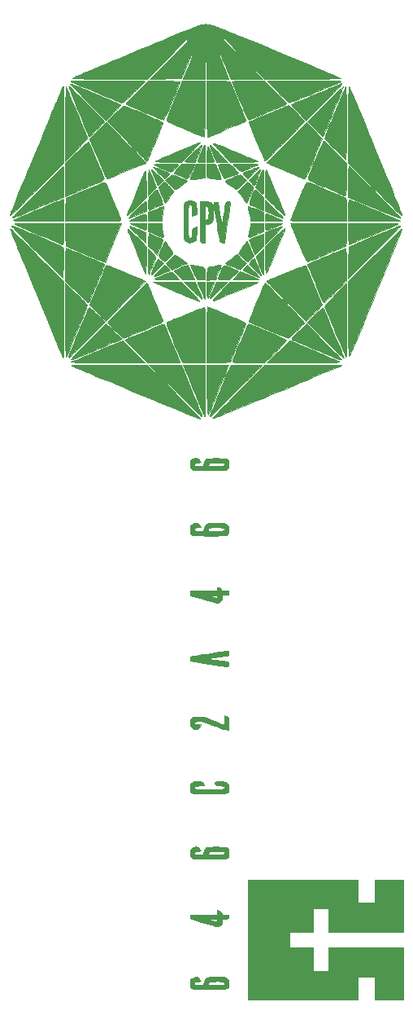
<source format=gtl>
G04 #@! TF.FileFunction,Copper,L1,Top,Signal*
%FSLAX46Y46*%
G04 Gerber Fmt 4.6, Leading zero omitted, Abs format (unit mm)*
G04 Created by KiCad (PCBNEW 4.0.5) date Saturday, July 08, 2017 'AMt' 10:08:50 AM*
%MOMM*%
%LPD*%
G01*
G04 APERTURE LIST*
%ADD10C,0.100000*%
%ADD11C,0.010000*%
%ADD12C,4.000000*%
G04 APERTURE END LIST*
D10*
D11*
G36*
X184256864Y-150183952D02*
X184522489Y-150190109D01*
X184706573Y-150203671D01*
X184831839Y-150227337D01*
X184921009Y-150263806D01*
X184994686Y-150314108D01*
X185090698Y-150405550D01*
X185141125Y-150514004D01*
X185159991Y-150682053D01*
X185162000Y-150822108D01*
X185161504Y-150997393D01*
X185151318Y-151136768D01*
X185118392Y-151244344D01*
X185049677Y-151324235D01*
X184932121Y-151380553D01*
X184752677Y-151417412D01*
X184498293Y-151438923D01*
X184155920Y-151449199D01*
X183712510Y-151452354D01*
X183161750Y-151452500D01*
X182644099Y-151452081D01*
X182238423Y-151450146D01*
X181929697Y-151445676D01*
X181702898Y-151437652D01*
X181543002Y-151425056D01*
X181434983Y-151406869D01*
X181363818Y-151382073D01*
X181314483Y-151349649D01*
X181288500Y-151325500D01*
X181210339Y-151212692D01*
X181171335Y-151050130D01*
X181161500Y-150822108D01*
X181168575Y-150600551D01*
X181199153Y-150463058D01*
X181267258Y-150367045D01*
X181328813Y-150314108D01*
X181554630Y-150206825D01*
X181742496Y-150182500D01*
X181921093Y-150200491D01*
X182036141Y-150277018D01*
X182114817Y-150388875D01*
X182240767Y-150595250D01*
X181955421Y-150629886D01*
X181707147Y-150681262D01*
X181578989Y-150759638D01*
X181572936Y-150863433D01*
X181603766Y-150910058D01*
X181701448Y-150969546D01*
X181884514Y-151000675D01*
X182113414Y-151008000D01*
X182541778Y-151008000D01*
X182562159Y-150856043D01*
X183066500Y-150856043D01*
X183066500Y-151008000D01*
X183885206Y-151008000D01*
X184228144Y-151005888D01*
X184464580Y-150997911D01*
X184614965Y-150981610D01*
X184699751Y-150954520D01*
X184739391Y-150914183D01*
X184743551Y-150904701D01*
X184762932Y-150793296D01*
X184712624Y-150714652D01*
X184578910Y-150663952D01*
X184348073Y-150636378D01*
X184006396Y-150627111D01*
X183952918Y-150627000D01*
X183599664Y-150629941D01*
X183354183Y-150642066D01*
X183197322Y-150668324D01*
X183109923Y-150713665D01*
X183072831Y-150783038D01*
X183066500Y-150856043D01*
X182562159Y-150856043D01*
X182577962Y-150738224D01*
X182661985Y-150469632D01*
X182780364Y-150325474D01*
X182852594Y-150269884D01*
X182933565Y-150230907D01*
X183045955Y-150205614D01*
X183212442Y-150191075D01*
X183455706Y-150184358D01*
X183798425Y-150182535D01*
X183886977Y-150182500D01*
X184256864Y-150183952D01*
X184256864Y-150183952D01*
G37*
X184256864Y-150183952D02*
X184522489Y-150190109D01*
X184706573Y-150203671D01*
X184831839Y-150227337D01*
X184921009Y-150263806D01*
X184994686Y-150314108D01*
X185090698Y-150405550D01*
X185141125Y-150514004D01*
X185159991Y-150682053D01*
X185162000Y-150822108D01*
X185161504Y-150997393D01*
X185151318Y-151136768D01*
X185118392Y-151244344D01*
X185049677Y-151324235D01*
X184932121Y-151380553D01*
X184752677Y-151417412D01*
X184498293Y-151438923D01*
X184155920Y-151449199D01*
X183712510Y-151452354D01*
X183161750Y-151452500D01*
X182644099Y-151452081D01*
X182238423Y-151450146D01*
X181929697Y-151445676D01*
X181702898Y-151437652D01*
X181543002Y-151425056D01*
X181434983Y-151406869D01*
X181363818Y-151382073D01*
X181314483Y-151349649D01*
X181288500Y-151325500D01*
X181210339Y-151212692D01*
X181171335Y-151050130D01*
X181161500Y-150822108D01*
X181168575Y-150600551D01*
X181199153Y-150463058D01*
X181267258Y-150367045D01*
X181328813Y-150314108D01*
X181554630Y-150206825D01*
X181742496Y-150182500D01*
X181921093Y-150200491D01*
X182036141Y-150277018D01*
X182114817Y-150388875D01*
X182240767Y-150595250D01*
X181955421Y-150629886D01*
X181707147Y-150681262D01*
X181578989Y-150759638D01*
X181572936Y-150863433D01*
X181603766Y-150910058D01*
X181701448Y-150969546D01*
X181884514Y-151000675D01*
X182113414Y-151008000D01*
X182541778Y-151008000D01*
X182562159Y-150856043D01*
X183066500Y-150856043D01*
X183066500Y-151008000D01*
X183885206Y-151008000D01*
X184228144Y-151005888D01*
X184464580Y-150997911D01*
X184614965Y-150981610D01*
X184699751Y-150954520D01*
X184739391Y-150914183D01*
X184743551Y-150904701D01*
X184762932Y-150793296D01*
X184712624Y-150714652D01*
X184578910Y-150663952D01*
X184348073Y-150636378D01*
X184006396Y-150627111D01*
X183952918Y-150627000D01*
X183599664Y-150629941D01*
X183354183Y-150642066D01*
X183197322Y-150668324D01*
X183109923Y-150713665D01*
X183072831Y-150783038D01*
X183066500Y-150856043D01*
X182562159Y-150856043D01*
X182577962Y-150738224D01*
X182661985Y-150469632D01*
X182780364Y-150325474D01*
X182852594Y-150269884D01*
X182933565Y-150230907D01*
X183045955Y-150205614D01*
X183212442Y-150191075D01*
X183455706Y-150184358D01*
X183798425Y-150182535D01*
X183886977Y-150182500D01*
X184256864Y-150183952D01*
G36*
X184117651Y-143302472D02*
X184270530Y-143400551D01*
X184394029Y-143515730D01*
X184431528Y-143577803D01*
X184475441Y-143653037D01*
X184567903Y-143691722D01*
X184742535Y-143704880D01*
X184821052Y-143705500D01*
X185170046Y-143705500D01*
X185150148Y-143911875D01*
X185131577Y-144032352D01*
X185083360Y-144096000D01*
X184971585Y-144124472D01*
X184796875Y-144137443D01*
X184602610Y-144153398D01*
X184503410Y-144184315D01*
X184467380Y-144248372D01*
X184462632Y-144327943D01*
X184435963Y-144582605D01*
X184347924Y-144750937D01*
X184187936Y-144862603D01*
X184116493Y-144892674D01*
X184040852Y-144908997D01*
X183943586Y-144908254D01*
X183807268Y-144887128D01*
X183614470Y-144842301D01*
X183347767Y-144770455D01*
X182989729Y-144668272D01*
X182653009Y-144570380D01*
X182258476Y-144454088D01*
X181902972Y-144346934D01*
X181605400Y-144254808D01*
X181384664Y-144183602D01*
X181379451Y-144181750D01*
X182971250Y-144181750D01*
X183447500Y-144313690D01*
X183686475Y-144378409D01*
X183829652Y-144409107D01*
X183903438Y-144406339D01*
X183934237Y-144370656D01*
X183944755Y-144324112D01*
X183949133Y-144209700D01*
X183936528Y-144173361D01*
X183863385Y-144161569D01*
X183697332Y-144157441D01*
X183472268Y-144161687D01*
X183439272Y-144162938D01*
X182971250Y-144181750D01*
X181379451Y-144181750D01*
X181259669Y-144139204D01*
X181240875Y-144130377D01*
X181183398Y-144034896D01*
X181161500Y-143892252D01*
X181161500Y-143705500D01*
X183955500Y-143705500D01*
X183955500Y-143483250D01*
X183964278Y-143336266D01*
X183985858Y-143262889D01*
X183990403Y-143261000D01*
X184117651Y-143302472D01*
X184117651Y-143302472D01*
G37*
X184117651Y-143302472D02*
X184270530Y-143400551D01*
X184394029Y-143515730D01*
X184431528Y-143577803D01*
X184475441Y-143653037D01*
X184567903Y-143691722D01*
X184742535Y-143704880D01*
X184821052Y-143705500D01*
X185170046Y-143705500D01*
X185150148Y-143911875D01*
X185131577Y-144032352D01*
X185083360Y-144096000D01*
X184971585Y-144124472D01*
X184796875Y-144137443D01*
X184602610Y-144153398D01*
X184503410Y-144184315D01*
X184467380Y-144248372D01*
X184462632Y-144327943D01*
X184435963Y-144582605D01*
X184347924Y-144750937D01*
X184187936Y-144862603D01*
X184116493Y-144892674D01*
X184040852Y-144908997D01*
X183943586Y-144908254D01*
X183807268Y-144887128D01*
X183614470Y-144842301D01*
X183347767Y-144770455D01*
X182989729Y-144668272D01*
X182653009Y-144570380D01*
X182258476Y-144454088D01*
X181902972Y-144346934D01*
X181605400Y-144254808D01*
X181384664Y-144183602D01*
X181379451Y-144181750D01*
X182971250Y-144181750D01*
X183447500Y-144313690D01*
X183686475Y-144378409D01*
X183829652Y-144409107D01*
X183903438Y-144406339D01*
X183934237Y-144370656D01*
X183944755Y-144324112D01*
X183949133Y-144209700D01*
X183936528Y-144173361D01*
X183863385Y-144161569D01*
X183697332Y-144157441D01*
X183472268Y-144161687D01*
X183439272Y-144162938D01*
X182971250Y-144181750D01*
X181379451Y-144181750D01*
X181259669Y-144139204D01*
X181240875Y-144130377D01*
X181183398Y-144034896D01*
X181161500Y-143892252D01*
X181161500Y-143705500D01*
X183955500Y-143705500D01*
X183955500Y-143483250D01*
X183964278Y-143336266D01*
X183985858Y-143262889D01*
X183990403Y-143261000D01*
X184117651Y-143302472D01*
G36*
X184345677Y-136659706D02*
X184661336Y-136673360D01*
X184883082Y-136706263D01*
X185027444Y-136766715D01*
X185110952Y-136863016D01*
X185150134Y-137003469D01*
X185161521Y-137196374D01*
X185161999Y-137280931D01*
X185152268Y-137510964D01*
X185114621Y-137658741D01*
X185036380Y-137768087D01*
X185015032Y-137788931D01*
X184967258Y-137830075D01*
X184911796Y-137862113D01*
X184833294Y-137886182D01*
X184716399Y-137903420D01*
X184545759Y-137914967D01*
X184306021Y-137921959D01*
X183981832Y-137925536D01*
X183557840Y-137926835D01*
X183152851Y-137927000D01*
X182642129Y-137926784D01*
X182243159Y-137925331D01*
X181940691Y-137921431D01*
X181719479Y-137913875D01*
X181564272Y-137901455D01*
X181459824Y-137882959D01*
X181390884Y-137857181D01*
X181342205Y-137822909D01*
X181299568Y-137780032D01*
X181211447Y-137650647D01*
X181169840Y-137478125D01*
X181161500Y-137283101D01*
X181195564Y-136986855D01*
X181303347Y-136790152D01*
X181493230Y-136683632D01*
X181722151Y-136657000D01*
X181905142Y-136670991D01*
X182018941Y-136732769D01*
X182114800Y-136863375D01*
X182240733Y-137069750D01*
X181960176Y-137088897D01*
X181731391Y-137129873D01*
X181595939Y-137208614D01*
X181566588Y-137314363D01*
X181606000Y-137387250D01*
X181705563Y-137445251D01*
X181895948Y-137475655D01*
X182121775Y-137482500D01*
X183058064Y-137482500D01*
X183848256Y-137482500D01*
X184197733Y-137479278D01*
X184440592Y-137468133D01*
X184597088Y-137446846D01*
X184687475Y-137413196D01*
X184717500Y-137387250D01*
X184764305Y-137286157D01*
X184715940Y-137194870D01*
X184658470Y-137152882D01*
X184555157Y-137126261D01*
X184384285Y-137112976D01*
X184124141Y-137110998D01*
X183866789Y-137115495D01*
X183098250Y-137133250D01*
X183058064Y-137482500D01*
X182121775Y-137482500D01*
X182351694Y-137479782D01*
X182482476Y-137465287D01*
X182541963Y-137429496D01*
X182557998Y-137362893D01*
X182558500Y-137333225D01*
X182589040Y-137112796D01*
X182667003Y-136902429D01*
X182771899Y-136751173D01*
X182815004Y-136719159D01*
X182916683Y-136697635D01*
X183120297Y-136679342D01*
X183400797Y-136665691D01*
X183733129Y-136658092D01*
X183919575Y-136657000D01*
X184345677Y-136659706D01*
X184345677Y-136659706D01*
G37*
X184345677Y-136659706D02*
X184661336Y-136673360D01*
X184883082Y-136706263D01*
X185027444Y-136766715D01*
X185110952Y-136863016D01*
X185150134Y-137003469D01*
X185161521Y-137196374D01*
X185161999Y-137280931D01*
X185152268Y-137510964D01*
X185114621Y-137658741D01*
X185036380Y-137768087D01*
X185015032Y-137788931D01*
X184967258Y-137830075D01*
X184911796Y-137862113D01*
X184833294Y-137886182D01*
X184716399Y-137903420D01*
X184545759Y-137914967D01*
X184306021Y-137921959D01*
X183981832Y-137925536D01*
X183557840Y-137926835D01*
X183152851Y-137927000D01*
X182642129Y-137926784D01*
X182243159Y-137925331D01*
X181940691Y-137921431D01*
X181719479Y-137913875D01*
X181564272Y-137901455D01*
X181459824Y-137882959D01*
X181390884Y-137857181D01*
X181342205Y-137822909D01*
X181299568Y-137780032D01*
X181211447Y-137650647D01*
X181169840Y-137478125D01*
X181161500Y-137283101D01*
X181195564Y-136986855D01*
X181303347Y-136790152D01*
X181493230Y-136683632D01*
X181722151Y-136657000D01*
X181905142Y-136670991D01*
X182018941Y-136732769D01*
X182114800Y-136863375D01*
X182240733Y-137069750D01*
X181960176Y-137088897D01*
X181731391Y-137129873D01*
X181595939Y-137208614D01*
X181566588Y-137314363D01*
X181606000Y-137387250D01*
X181705563Y-137445251D01*
X181895948Y-137475655D01*
X182121775Y-137482500D01*
X183058064Y-137482500D01*
X183848256Y-137482500D01*
X184197733Y-137479278D01*
X184440592Y-137468133D01*
X184597088Y-137446846D01*
X184687475Y-137413196D01*
X184717500Y-137387250D01*
X184764305Y-137286157D01*
X184715940Y-137194870D01*
X184658470Y-137152882D01*
X184555157Y-137126261D01*
X184384285Y-137112976D01*
X184124141Y-137110998D01*
X183866789Y-137115495D01*
X183098250Y-137133250D01*
X183058064Y-137482500D01*
X182121775Y-137482500D01*
X182351694Y-137479782D01*
X182482476Y-137465287D01*
X182541963Y-137429496D01*
X182557998Y-137362893D01*
X182558500Y-137333225D01*
X182589040Y-137112796D01*
X182667003Y-136902429D01*
X182771899Y-136751173D01*
X182815004Y-136719159D01*
X182916683Y-136697635D01*
X183120297Y-136679342D01*
X183400797Y-136665691D01*
X183733129Y-136658092D01*
X183919575Y-136657000D01*
X184345677Y-136659706D01*
G36*
X184551948Y-129867206D02*
X184745631Y-129885287D01*
X184878434Y-129922679D01*
X184983312Y-129985321D01*
X184994686Y-129994108D01*
X185090698Y-130085550D01*
X185141125Y-130194004D01*
X185159991Y-130362053D01*
X185162000Y-130502108D01*
X185161504Y-130677393D01*
X185151318Y-130816768D01*
X185118392Y-130924344D01*
X185049677Y-131004235D01*
X184932121Y-131060553D01*
X184752677Y-131097412D01*
X184498293Y-131118923D01*
X184155920Y-131129199D01*
X183712510Y-131132354D01*
X183161750Y-131132500D01*
X182644099Y-131132081D01*
X182238423Y-131130146D01*
X181929697Y-131125676D01*
X181702898Y-131117652D01*
X181543002Y-131105056D01*
X181434983Y-131086869D01*
X181363818Y-131062073D01*
X181314483Y-131029649D01*
X181288500Y-131005500D01*
X181210339Y-130892692D01*
X181171335Y-130730130D01*
X181161500Y-130502108D01*
X181168575Y-130280551D01*
X181199153Y-130143058D01*
X181267258Y-130047045D01*
X181328813Y-129994108D01*
X181450551Y-129920438D01*
X181605470Y-129879681D01*
X181832142Y-129863741D01*
X181956038Y-129862500D01*
X182224183Y-129870230D01*
X182395377Y-129902856D01*
X182499212Y-129974529D01*
X182565281Y-130099402D01*
X182586757Y-130164125D01*
X182602952Y-130236942D01*
X182579799Y-130279555D01*
X182493032Y-130300047D01*
X182318381Y-130306502D01*
X182157804Y-130307000D01*
X181837319Y-130324303D01*
X181635842Y-130375785D01*
X181554613Y-130460805D01*
X181594869Y-130578721D01*
X181606000Y-130592750D01*
X181649846Y-130623866D01*
X181733154Y-130647606D01*
X181870994Y-130664893D01*
X182078438Y-130676649D01*
X182370558Y-130683798D01*
X182762425Y-130687261D01*
X183161750Y-130688000D01*
X183645119Y-130686837D01*
X184016576Y-130682734D01*
X184291193Y-130674769D01*
X184484040Y-130662018D01*
X184610190Y-130643558D01*
X184684714Y-130618467D01*
X184717500Y-130592750D01*
X184766186Y-130473134D01*
X184698225Y-130382191D01*
X184521782Y-130325119D01*
X184268825Y-130307000D01*
X184046710Y-130298896D01*
X183911921Y-130266736D01*
X183825382Y-130198749D01*
X183800350Y-130165870D01*
X183719096Y-130032955D01*
X183706893Y-129945338D01*
X183777770Y-129893846D01*
X183945760Y-129869307D01*
X184224893Y-129862551D01*
X184264436Y-129862500D01*
X184551948Y-129867206D01*
X184551948Y-129867206D01*
G37*
X184551948Y-129867206D02*
X184745631Y-129885287D01*
X184878434Y-129922679D01*
X184983312Y-129985321D01*
X184994686Y-129994108D01*
X185090698Y-130085550D01*
X185141125Y-130194004D01*
X185159991Y-130362053D01*
X185162000Y-130502108D01*
X185161504Y-130677393D01*
X185151318Y-130816768D01*
X185118392Y-130924344D01*
X185049677Y-131004235D01*
X184932121Y-131060553D01*
X184752677Y-131097412D01*
X184498293Y-131118923D01*
X184155920Y-131129199D01*
X183712510Y-131132354D01*
X183161750Y-131132500D01*
X182644099Y-131132081D01*
X182238423Y-131130146D01*
X181929697Y-131125676D01*
X181702898Y-131117652D01*
X181543002Y-131105056D01*
X181434983Y-131086869D01*
X181363818Y-131062073D01*
X181314483Y-131029649D01*
X181288500Y-131005500D01*
X181210339Y-130892692D01*
X181171335Y-130730130D01*
X181161500Y-130502108D01*
X181168575Y-130280551D01*
X181199153Y-130143058D01*
X181267258Y-130047045D01*
X181328813Y-129994108D01*
X181450551Y-129920438D01*
X181605470Y-129879681D01*
X181832142Y-129863741D01*
X181956038Y-129862500D01*
X182224183Y-129870230D01*
X182395377Y-129902856D01*
X182499212Y-129974529D01*
X182565281Y-130099402D01*
X182586757Y-130164125D01*
X182602952Y-130236942D01*
X182579799Y-130279555D01*
X182493032Y-130300047D01*
X182318381Y-130306502D01*
X182157804Y-130307000D01*
X181837319Y-130324303D01*
X181635842Y-130375785D01*
X181554613Y-130460805D01*
X181594869Y-130578721D01*
X181606000Y-130592750D01*
X181649846Y-130623866D01*
X181733154Y-130647606D01*
X181870994Y-130664893D01*
X182078438Y-130676649D01*
X182370558Y-130683798D01*
X182762425Y-130687261D01*
X183161750Y-130688000D01*
X183645119Y-130686837D01*
X184016576Y-130682734D01*
X184291193Y-130674769D01*
X184484040Y-130662018D01*
X184610190Y-130643558D01*
X184684714Y-130618467D01*
X184717500Y-130592750D01*
X184766186Y-130473134D01*
X184698225Y-130382191D01*
X184521782Y-130325119D01*
X184268825Y-130307000D01*
X184046710Y-130298896D01*
X183911921Y-130266736D01*
X183825382Y-130198749D01*
X183800350Y-130165870D01*
X183719096Y-130032955D01*
X183706893Y-129945338D01*
X183777770Y-129893846D01*
X183945760Y-129869307D01*
X184224893Y-129862551D01*
X184264436Y-129862500D01*
X184551948Y-129867206D01*
G36*
X184827331Y-123030895D02*
X184962379Y-123095071D01*
X184974653Y-123101380D01*
X185161999Y-123198261D01*
X185162000Y-123840676D01*
X185162000Y-124483091D01*
X184778285Y-124442985D01*
X184519067Y-124393504D01*
X184183438Y-124289307D01*
X183758605Y-124126125D01*
X183492410Y-124014053D01*
X183095734Y-123847907D01*
X182786184Y-123730905D01*
X182537634Y-123654723D01*
X182323957Y-123611036D01*
X182177500Y-123595062D01*
X181868489Y-123594010D01*
X181663968Y-123641885D01*
X181569312Y-123736425D01*
X181577587Y-123847550D01*
X181641131Y-123918706D01*
X181780031Y-123951645D01*
X181926990Y-123957000D01*
X182234393Y-123957000D01*
X182166404Y-124152034D01*
X182042236Y-124333751D01*
X181846629Y-124444502D01*
X181712991Y-124462514D01*
X181606186Y-124436926D01*
X181450098Y-124378307D01*
X181440878Y-124374325D01*
X181298504Y-124293971D01*
X181213742Y-124184769D01*
X181172710Y-124014910D01*
X181161525Y-123752585D01*
X181161500Y-123734165D01*
X181170699Y-123522857D01*
X181209868Y-123390486D01*
X181296359Y-123289614D01*
X181336124Y-123256824D01*
X181427333Y-123193753D01*
X181526465Y-123155573D01*
X181663814Y-123138233D01*
X181869671Y-123137680D01*
X182145750Y-123148522D01*
X182398097Y-123162312D01*
X182598055Y-123182573D01*
X182776754Y-123218032D01*
X182965326Y-123277416D01*
X183194901Y-123369452D01*
X183496611Y-123502866D01*
X183638000Y-123566840D01*
X183948631Y-123704466D01*
X184224733Y-123820777D01*
X184442750Y-123906299D01*
X184579126Y-123951559D01*
X184606375Y-123956283D01*
X184663691Y-123940567D01*
X184697353Y-123875546D01*
X184713306Y-123735786D01*
X184717492Y-123495853D01*
X184717500Y-123480750D01*
X184721774Y-123253091D01*
X184733079Y-123084687D01*
X184749142Y-123006576D01*
X184752403Y-123004500D01*
X184827331Y-123030895D01*
X184827331Y-123030895D01*
G37*
X184827331Y-123030895D02*
X184962379Y-123095071D01*
X184974653Y-123101380D01*
X185161999Y-123198261D01*
X185162000Y-123840676D01*
X185162000Y-124483091D01*
X184778285Y-124442985D01*
X184519067Y-124393504D01*
X184183438Y-124289307D01*
X183758605Y-124126125D01*
X183492410Y-124014053D01*
X183095734Y-123847907D01*
X182786184Y-123730905D01*
X182537634Y-123654723D01*
X182323957Y-123611036D01*
X182177500Y-123595062D01*
X181868489Y-123594010D01*
X181663968Y-123641885D01*
X181569312Y-123736425D01*
X181577587Y-123847550D01*
X181641131Y-123918706D01*
X181780031Y-123951645D01*
X181926990Y-123957000D01*
X182234393Y-123957000D01*
X182166404Y-124152034D01*
X182042236Y-124333751D01*
X181846629Y-124444502D01*
X181712991Y-124462514D01*
X181606186Y-124436926D01*
X181450098Y-124378307D01*
X181440878Y-124374325D01*
X181298504Y-124293971D01*
X181213742Y-124184769D01*
X181172710Y-124014910D01*
X181161525Y-123752585D01*
X181161500Y-123734165D01*
X181170699Y-123522857D01*
X181209868Y-123390486D01*
X181296359Y-123289614D01*
X181336124Y-123256824D01*
X181427333Y-123193753D01*
X181526465Y-123155573D01*
X181663814Y-123138233D01*
X181869671Y-123137680D01*
X182145750Y-123148522D01*
X182398097Y-123162312D01*
X182598055Y-123182573D01*
X182776754Y-123218032D01*
X182965326Y-123277416D01*
X183194901Y-123369452D01*
X183496611Y-123502866D01*
X183638000Y-123566840D01*
X183948631Y-123704466D01*
X184224733Y-123820777D01*
X184442750Y-123906299D01*
X184579126Y-123951559D01*
X184606375Y-123956283D01*
X184663691Y-123940567D01*
X184697353Y-123875546D01*
X184713306Y-123735786D01*
X184717492Y-123495853D01*
X184717500Y-123480750D01*
X184721774Y-123253091D01*
X184733079Y-123084687D01*
X184749142Y-123006576D01*
X184752403Y-123004500D01*
X184827331Y-123030895D01*
G36*
X185137049Y-116329825D02*
X185160296Y-116470536D01*
X185162000Y-116527500D01*
X185148928Y-116698442D01*
X185101177Y-116774089D01*
X185050875Y-116786121D01*
X184890985Y-116799219D01*
X184658048Y-116826476D01*
X184375409Y-116864252D01*
X184066413Y-116908910D01*
X183754404Y-116956811D01*
X183462726Y-117004319D01*
X183214724Y-117047793D01*
X183033743Y-117083597D01*
X182943127Y-117108093D01*
X182939500Y-117115165D01*
X183035331Y-117135791D01*
X183230900Y-117167068D01*
X183499775Y-117205107D01*
X183815531Y-117246015D01*
X183892000Y-117255419D01*
X184322526Y-117307554D01*
X184643268Y-117348028D01*
X184870300Y-117382185D01*
X185019692Y-117415367D01*
X185107519Y-117452916D01*
X185149853Y-117500176D01*
X185162767Y-117562489D01*
X185162333Y-117645198D01*
X185162000Y-117677566D01*
X185149724Y-117842114D01*
X185103827Y-117910662D01*
X185050875Y-117917757D01*
X184961932Y-117906667D01*
X184764028Y-117878548D01*
X184473696Y-117835863D01*
X184107471Y-117781074D01*
X183681887Y-117716642D01*
X183213479Y-117645027D01*
X183050625Y-117619976D01*
X181161500Y-117328937D01*
X181161500Y-117122466D01*
X181174986Y-116971751D01*
X181207688Y-116887702D01*
X181210104Y-116885956D01*
X181280367Y-116870364D01*
X181457425Y-116838676D01*
X181722509Y-116793852D01*
X182056850Y-116738849D01*
X182441680Y-116676626D01*
X182858231Y-116610141D01*
X183287735Y-116542354D01*
X183711424Y-116476224D01*
X184110528Y-116414707D01*
X184466280Y-116360764D01*
X184759912Y-116317354D01*
X184972654Y-116287433D01*
X185085740Y-116273962D01*
X185095257Y-116273500D01*
X185137049Y-116329825D01*
X185137049Y-116329825D01*
G37*
X185137049Y-116329825D02*
X185160296Y-116470536D01*
X185162000Y-116527500D01*
X185148928Y-116698442D01*
X185101177Y-116774089D01*
X185050875Y-116786121D01*
X184890985Y-116799219D01*
X184658048Y-116826476D01*
X184375409Y-116864252D01*
X184066413Y-116908910D01*
X183754404Y-116956811D01*
X183462726Y-117004319D01*
X183214724Y-117047793D01*
X183033743Y-117083597D01*
X182943127Y-117108093D01*
X182939500Y-117115165D01*
X183035331Y-117135791D01*
X183230900Y-117167068D01*
X183499775Y-117205107D01*
X183815531Y-117246015D01*
X183892000Y-117255419D01*
X184322526Y-117307554D01*
X184643268Y-117348028D01*
X184870300Y-117382185D01*
X185019692Y-117415367D01*
X185107519Y-117452916D01*
X185149853Y-117500176D01*
X185162767Y-117562489D01*
X185162333Y-117645198D01*
X185162000Y-117677566D01*
X185149724Y-117842114D01*
X185103827Y-117910662D01*
X185050875Y-117917757D01*
X184961932Y-117906667D01*
X184764028Y-117878548D01*
X184473696Y-117835863D01*
X184107471Y-117781074D01*
X183681887Y-117716642D01*
X183213479Y-117645027D01*
X183050625Y-117619976D01*
X181161500Y-117328937D01*
X181161500Y-117122466D01*
X181174986Y-116971751D01*
X181207688Y-116887702D01*
X181210104Y-116885956D01*
X181280367Y-116870364D01*
X181457425Y-116838676D01*
X181722509Y-116793852D01*
X182056850Y-116738849D01*
X182441680Y-116676626D01*
X182858231Y-116610141D01*
X183287735Y-116542354D01*
X183711424Y-116476224D01*
X184110528Y-116414707D01*
X184466280Y-116360764D01*
X184759912Y-116317354D01*
X184972654Y-116287433D01*
X185085740Y-116273962D01*
X185095257Y-116273500D01*
X185137049Y-116329825D01*
G36*
X184169463Y-109709250D02*
X184321655Y-109803714D01*
X184415140Y-109915712D01*
X184420423Y-109931240D01*
X184460555Y-110001281D01*
X184554882Y-110037613D01*
X184735026Y-110049995D01*
X184806805Y-110050500D01*
X185162000Y-110050500D01*
X185162000Y-110495000D01*
X184463500Y-110495000D01*
X184463500Y-110712056D01*
X184452259Y-110892717D01*
X184425108Y-111029081D01*
X184424054Y-111031905D01*
X184336026Y-111136068D01*
X184182052Y-111238371D01*
X184019181Y-111305297D01*
X183942778Y-111314672D01*
X183859864Y-111295625D01*
X183674117Y-111245593D01*
X183404406Y-111169898D01*
X183069598Y-111073863D01*
X182688559Y-110962812D01*
X182526750Y-110915180D01*
X181193250Y-110521514D01*
X181191818Y-110504397D01*
X182844250Y-110504397D01*
X183320500Y-110651790D01*
X183603223Y-110737568D01*
X183786499Y-110784730D01*
X183891846Y-110793343D01*
X183940783Y-110763473D01*
X183954829Y-110695185D01*
X183955500Y-110653750D01*
X183950901Y-110577796D01*
X183920581Y-110531262D01*
X183839757Y-110507277D01*
X183683646Y-110498969D01*
X183427462Y-110499467D01*
X183399875Y-110499698D01*
X182844250Y-110504397D01*
X181191818Y-110504397D01*
X181173541Y-110286007D01*
X181153834Y-110050500D01*
X183955500Y-110050500D01*
X183955500Y-109860000D01*
X183973031Y-109726230D01*
X184015271Y-109669514D01*
X184016012Y-109669500D01*
X184169463Y-109709250D01*
X184169463Y-109709250D01*
G37*
X184169463Y-109709250D02*
X184321655Y-109803714D01*
X184415140Y-109915712D01*
X184420423Y-109931240D01*
X184460555Y-110001281D01*
X184554882Y-110037613D01*
X184735026Y-110049995D01*
X184806805Y-110050500D01*
X185162000Y-110050500D01*
X185162000Y-110495000D01*
X184463500Y-110495000D01*
X184463500Y-110712056D01*
X184452259Y-110892717D01*
X184425108Y-111029081D01*
X184424054Y-111031905D01*
X184336026Y-111136068D01*
X184182052Y-111238371D01*
X184019181Y-111305297D01*
X183942778Y-111314672D01*
X183859864Y-111295625D01*
X183674117Y-111245593D01*
X183404406Y-111169898D01*
X183069598Y-111073863D01*
X182688559Y-110962812D01*
X182526750Y-110915180D01*
X181193250Y-110521514D01*
X181191818Y-110504397D01*
X182844250Y-110504397D01*
X183320500Y-110651790D01*
X183603223Y-110737568D01*
X183786499Y-110784730D01*
X183891846Y-110793343D01*
X183940783Y-110763473D01*
X183954829Y-110695185D01*
X183955500Y-110653750D01*
X183950901Y-110577796D01*
X183920581Y-110531262D01*
X183839757Y-110507277D01*
X183683646Y-110498969D01*
X183427462Y-110499467D01*
X183399875Y-110499698D01*
X182844250Y-110504397D01*
X181191818Y-110504397D01*
X181173541Y-110286007D01*
X181153834Y-110050500D01*
X183955500Y-110050500D01*
X183955500Y-109860000D01*
X183973031Y-109726230D01*
X184015271Y-109669514D01*
X184016012Y-109669500D01*
X184169463Y-109709250D01*
G36*
X184256864Y-103003452D02*
X184522489Y-103009609D01*
X184706573Y-103023171D01*
X184831839Y-103046837D01*
X184921009Y-103083306D01*
X184994686Y-103133608D01*
X185091566Y-103226280D01*
X185141957Y-103336588D01*
X185160314Y-103507817D01*
X185161999Y-103634574D01*
X185144686Y-103902405D01*
X185086999Y-104084167D01*
X185040697Y-104153840D01*
X184919394Y-104303750D01*
X183246822Y-104317128D01*
X182791806Y-104318603D01*
X182373253Y-104315856D01*
X182009603Y-104309334D01*
X181719301Y-104299486D01*
X181520788Y-104286760D01*
X181435526Y-104273085D01*
X181287146Y-104167950D01*
X181199236Y-103989229D01*
X181163370Y-103716658D01*
X181161500Y-103614033D01*
X181170268Y-103399453D01*
X181207139Y-103265771D01*
X181287963Y-103167479D01*
X181328813Y-103133608D01*
X181554630Y-103026325D01*
X181742496Y-103002000D01*
X181921093Y-103019991D01*
X182036141Y-103096518D01*
X182114817Y-103208375D01*
X182240767Y-103414750D01*
X181955421Y-103449386D01*
X181712941Y-103499007D01*
X181587077Y-103578126D01*
X181569656Y-103692654D01*
X181578962Y-103721631D01*
X181625521Y-103778617D01*
X181728632Y-103811363D01*
X181915176Y-103825543D01*
X182080682Y-103827500D01*
X182541778Y-103827500D01*
X182562159Y-103675543D01*
X183066500Y-103675543D01*
X183066500Y-103827500D01*
X183893992Y-103827500D01*
X184238483Y-103825472D01*
X184476460Y-103817749D01*
X184628367Y-103801869D01*
X184714650Y-103775371D01*
X184755754Y-103735794D01*
X184761560Y-103723067D01*
X184767175Y-103611117D01*
X184679569Y-103530439D01*
X184490034Y-103478182D01*
X184189863Y-103451495D01*
X183916806Y-103446500D01*
X183571669Y-103449743D01*
X183333958Y-103462973D01*
X183184186Y-103491437D01*
X183102867Y-103540386D01*
X183070514Y-103615067D01*
X183066500Y-103675543D01*
X182562159Y-103675543D01*
X182577962Y-103557724D01*
X182661985Y-103289132D01*
X182780364Y-103144974D01*
X182852594Y-103089384D01*
X182933565Y-103050407D01*
X183045955Y-103025114D01*
X183212442Y-103010575D01*
X183455706Y-103003858D01*
X183798425Y-103002035D01*
X183886977Y-103002000D01*
X184256864Y-103003452D01*
X184256864Y-103003452D01*
G37*
X184256864Y-103003452D02*
X184522489Y-103009609D01*
X184706573Y-103023171D01*
X184831839Y-103046837D01*
X184921009Y-103083306D01*
X184994686Y-103133608D01*
X185091566Y-103226280D01*
X185141957Y-103336588D01*
X185160314Y-103507817D01*
X185161999Y-103634574D01*
X185144686Y-103902405D01*
X185086999Y-104084167D01*
X185040697Y-104153840D01*
X184919394Y-104303750D01*
X183246822Y-104317128D01*
X182791806Y-104318603D01*
X182373253Y-104315856D01*
X182009603Y-104309334D01*
X181719301Y-104299486D01*
X181520788Y-104286760D01*
X181435526Y-104273085D01*
X181287146Y-104167950D01*
X181199236Y-103989229D01*
X181163370Y-103716658D01*
X181161500Y-103614033D01*
X181170268Y-103399453D01*
X181207139Y-103265771D01*
X181287963Y-103167479D01*
X181328813Y-103133608D01*
X181554630Y-103026325D01*
X181742496Y-103002000D01*
X181921093Y-103019991D01*
X182036141Y-103096518D01*
X182114817Y-103208375D01*
X182240767Y-103414750D01*
X181955421Y-103449386D01*
X181712941Y-103499007D01*
X181587077Y-103578126D01*
X181569656Y-103692654D01*
X181578962Y-103721631D01*
X181625521Y-103778617D01*
X181728632Y-103811363D01*
X181915176Y-103825543D01*
X182080682Y-103827500D01*
X182541778Y-103827500D01*
X182562159Y-103675543D01*
X183066500Y-103675543D01*
X183066500Y-103827500D01*
X183893992Y-103827500D01*
X184238483Y-103825472D01*
X184476460Y-103817749D01*
X184628367Y-103801869D01*
X184714650Y-103775371D01*
X184755754Y-103735794D01*
X184761560Y-103723067D01*
X184767175Y-103611117D01*
X184679569Y-103530439D01*
X184490034Y-103478182D01*
X184189863Y-103451495D01*
X183916806Y-103446500D01*
X183571669Y-103449743D01*
X183333958Y-103462973D01*
X183184186Y-103491437D01*
X183102867Y-103540386D01*
X183070514Y-103615067D01*
X183066500Y-103675543D01*
X182562159Y-103675543D01*
X182577962Y-103557724D01*
X182661985Y-103289132D01*
X182780364Y-103144974D01*
X182852594Y-103089384D01*
X182933565Y-103050407D01*
X183045955Y-103025114D01*
X183212442Y-103010575D01*
X183455706Y-103003858D01*
X183798425Y-103002035D01*
X183886977Y-103002000D01*
X184256864Y-103003452D01*
G36*
X184345643Y-96273664D02*
X184661270Y-96287249D01*
X184882991Y-96320144D01*
X185027339Y-96380739D01*
X185110850Y-96477422D01*
X185150057Y-96618584D01*
X185161495Y-96812613D01*
X185161999Y-96901391D01*
X185154924Y-97122948D01*
X185124346Y-97260441D01*
X185056241Y-97356454D01*
X184994686Y-97409391D01*
X184938429Y-97449211D01*
X184872704Y-97480081D01*
X184781692Y-97503136D01*
X184649579Y-97519512D01*
X184460547Y-97530345D01*
X184198780Y-97536769D01*
X183848462Y-97539921D01*
X183393775Y-97540937D01*
X183161749Y-97541000D01*
X182657220Y-97540554D01*
X182263874Y-97538462D01*
X181965893Y-97533587D01*
X181747462Y-97524793D01*
X181592764Y-97510945D01*
X181485983Y-97490906D01*
X181411302Y-97463543D01*
X181352905Y-97427718D01*
X181328813Y-97409391D01*
X181232801Y-97317949D01*
X181182374Y-97209495D01*
X181163508Y-97041446D01*
X181161500Y-96901391D01*
X181184764Y-96608130D01*
X181265305Y-96417328D01*
X181419248Y-96311292D01*
X181662714Y-96272334D01*
X181736065Y-96271000D01*
X181929488Y-96277387D01*
X182038371Y-96310837D01*
X182105051Y-96392778D01*
X182143783Y-96477375D01*
X182230936Y-96683750D01*
X181955277Y-96702897D01*
X181728703Y-96744279D01*
X181594951Y-96823675D01*
X181567071Y-96929939D01*
X181606000Y-97001250D01*
X181705563Y-97059251D01*
X181895948Y-97089655D01*
X182121775Y-97096500D01*
X183058064Y-97096500D01*
X183848256Y-97096500D01*
X184197733Y-97093278D01*
X184440592Y-97082133D01*
X184597088Y-97060846D01*
X184687475Y-97027196D01*
X184717500Y-97001250D01*
X184764305Y-96900157D01*
X184715940Y-96808870D01*
X184658470Y-96766882D01*
X184555157Y-96740261D01*
X184384285Y-96726976D01*
X184124141Y-96724998D01*
X183866789Y-96729495D01*
X183098250Y-96747250D01*
X183058064Y-97096500D01*
X182121775Y-97096500D01*
X182351694Y-97093782D01*
X182482476Y-97079287D01*
X182541963Y-97043496D01*
X182557998Y-96976893D01*
X182558500Y-96947225D01*
X182589040Y-96726796D01*
X182667003Y-96516429D01*
X182771899Y-96365173D01*
X182815004Y-96333159D01*
X182916683Y-96311635D01*
X183120297Y-96293342D01*
X183400797Y-96279691D01*
X183733129Y-96272092D01*
X183919575Y-96271000D01*
X184345643Y-96273664D01*
X184345643Y-96273664D01*
G37*
X184345643Y-96273664D02*
X184661270Y-96287249D01*
X184882991Y-96320144D01*
X185027339Y-96380739D01*
X185110850Y-96477422D01*
X185150057Y-96618584D01*
X185161495Y-96812613D01*
X185161999Y-96901391D01*
X185154924Y-97122948D01*
X185124346Y-97260441D01*
X185056241Y-97356454D01*
X184994686Y-97409391D01*
X184938429Y-97449211D01*
X184872704Y-97480081D01*
X184781692Y-97503136D01*
X184649579Y-97519512D01*
X184460547Y-97530345D01*
X184198780Y-97536769D01*
X183848462Y-97539921D01*
X183393775Y-97540937D01*
X183161749Y-97541000D01*
X182657220Y-97540554D01*
X182263874Y-97538462D01*
X181965893Y-97533587D01*
X181747462Y-97524793D01*
X181592764Y-97510945D01*
X181485983Y-97490906D01*
X181411302Y-97463543D01*
X181352905Y-97427718D01*
X181328813Y-97409391D01*
X181232801Y-97317949D01*
X181182374Y-97209495D01*
X181163508Y-97041446D01*
X181161500Y-96901391D01*
X181184764Y-96608130D01*
X181265305Y-96417328D01*
X181419248Y-96311292D01*
X181662714Y-96272334D01*
X181736065Y-96271000D01*
X181929488Y-96277387D01*
X182038371Y-96310837D01*
X182105051Y-96392778D01*
X182143783Y-96477375D01*
X182230936Y-96683750D01*
X181955277Y-96702897D01*
X181728703Y-96744279D01*
X181594951Y-96823675D01*
X181567071Y-96929939D01*
X181606000Y-97001250D01*
X181705563Y-97059251D01*
X181895948Y-97089655D01*
X182121775Y-97096500D01*
X183058064Y-97096500D01*
X183848256Y-97096500D01*
X184197733Y-97093278D01*
X184440592Y-97082133D01*
X184597088Y-97060846D01*
X184687475Y-97027196D01*
X184717500Y-97001250D01*
X184764305Y-96900157D01*
X184715940Y-96808870D01*
X184658470Y-96766882D01*
X184555157Y-96740261D01*
X184384285Y-96726976D01*
X184124141Y-96724998D01*
X183866789Y-96729495D01*
X183098250Y-96747250D01*
X183058064Y-97096500D01*
X182121775Y-97096500D01*
X182351694Y-97093782D01*
X182482476Y-97079287D01*
X182541963Y-97043496D01*
X182557998Y-96976893D01*
X182558500Y-96947225D01*
X182589040Y-96726796D01*
X182667003Y-96516429D01*
X182771899Y-96365173D01*
X182815004Y-96333159D01*
X182916683Y-96311635D01*
X183120297Y-96293342D01*
X183400797Y-96279691D01*
X183733129Y-96272092D01*
X183919575Y-96271000D01*
X184345643Y-96273664D01*
G36*
X179205667Y-89073125D02*
X179801885Y-89672996D01*
X180314439Y-90189160D01*
X180749297Y-90627883D01*
X181112428Y-90995432D01*
X181409799Y-91298072D01*
X181647377Y-91542069D01*
X181831132Y-91733691D01*
X181967030Y-91879203D01*
X182061040Y-91984872D01*
X182119129Y-92056963D01*
X182147265Y-92101744D01*
X182151416Y-92125480D01*
X182137550Y-92134438D01*
X182122012Y-92135310D01*
X182044633Y-92111431D01*
X181863134Y-92044044D01*
X181590673Y-91938371D01*
X181240410Y-91799636D01*
X180825503Y-91633062D01*
X180359111Y-91443872D01*
X179854391Y-91237288D01*
X179712000Y-91178690D01*
X178818697Y-90810429D01*
X177917398Y-90438465D01*
X177015969Y-90066068D01*
X176122279Y-89696508D01*
X175244196Y-89333055D01*
X174389589Y-88978980D01*
X173566325Y-88637553D01*
X172782273Y-88312044D01*
X172045300Y-88005723D01*
X171363276Y-87721862D01*
X170744067Y-87463729D01*
X170195543Y-87234595D01*
X169725572Y-87037731D01*
X169342021Y-86876407D01*
X169052759Y-86753893D01*
X168865655Y-86673459D01*
X168790000Y-86639166D01*
X168773013Y-86621726D01*
X168797372Y-86606740D01*
X168871220Y-86594024D01*
X169002700Y-86583394D01*
X169199956Y-86574665D01*
X169471131Y-86567653D01*
X169824369Y-86562174D01*
X170267813Y-86558044D01*
X170809607Y-86555079D01*
X171457894Y-86553094D01*
X172220818Y-86551905D01*
X172663797Y-86551542D01*
X176696345Y-86549000D01*
X179205667Y-89073125D01*
X179205667Y-89073125D01*
G37*
X179205667Y-89073125D02*
X179801885Y-89672996D01*
X180314439Y-90189160D01*
X180749297Y-90627883D01*
X181112428Y-90995432D01*
X181409799Y-91298072D01*
X181647377Y-91542069D01*
X181831132Y-91733691D01*
X181967030Y-91879203D01*
X182061040Y-91984872D01*
X182119129Y-92056963D01*
X182147265Y-92101744D01*
X182151416Y-92125480D01*
X182137550Y-92134438D01*
X182122012Y-92135310D01*
X182044633Y-92111431D01*
X181863134Y-92044044D01*
X181590673Y-91938371D01*
X181240410Y-91799636D01*
X180825503Y-91633062D01*
X180359111Y-91443872D01*
X179854391Y-91237288D01*
X179712000Y-91178690D01*
X178818697Y-90810429D01*
X177917398Y-90438465D01*
X177015969Y-90066068D01*
X176122279Y-89696508D01*
X175244196Y-89333055D01*
X174389589Y-88978980D01*
X173566325Y-88637553D01*
X172782273Y-88312044D01*
X172045300Y-88005723D01*
X171363276Y-87721862D01*
X170744067Y-87463729D01*
X170195543Y-87234595D01*
X169725572Y-87037731D01*
X169342021Y-86876407D01*
X169052759Y-86753893D01*
X168865655Y-86673459D01*
X168790000Y-86639166D01*
X168773013Y-86621726D01*
X168797372Y-86606740D01*
X168871220Y-86594024D01*
X169002700Y-86583394D01*
X169199956Y-86574665D01*
X169471131Y-86567653D01*
X169824369Y-86562174D01*
X170267813Y-86558044D01*
X170809607Y-86555079D01*
X171457894Y-86553094D01*
X172220818Y-86551905D01*
X172663797Y-86551542D01*
X176696345Y-86549000D01*
X179205667Y-89073125D01*
G36*
X193645177Y-86549824D02*
X194302227Y-86552201D01*
X194908241Y-86555988D01*
X195452720Y-86561042D01*
X195925165Y-86567222D01*
X196315077Y-86574382D01*
X196611956Y-86582382D01*
X196805303Y-86591078D01*
X196884620Y-86600327D01*
X196885574Y-86602567D01*
X196821210Y-86632507D01*
X196648496Y-86707093D01*
X196376497Y-86822567D01*
X196014278Y-86975171D01*
X195570905Y-87161150D01*
X195055441Y-87376745D01*
X194476953Y-87618199D01*
X193844505Y-87881754D01*
X193167162Y-88163655D01*
X192453988Y-88460143D01*
X191714050Y-88767461D01*
X190956411Y-89081852D01*
X190190137Y-89399559D01*
X189424293Y-89716824D01*
X188667944Y-90029890D01*
X187930154Y-90335000D01*
X187219988Y-90628397D01*
X186546512Y-90906324D01*
X185918791Y-91165022D01*
X185345889Y-91400736D01*
X184836871Y-91609707D01*
X184400802Y-91788179D01*
X184046748Y-91932394D01*
X183783772Y-92038595D01*
X183620941Y-92103024D01*
X183569625Y-92121775D01*
X183477129Y-92122913D01*
X183458500Y-92098481D01*
X183502191Y-92045272D01*
X183628129Y-91910275D01*
X183828604Y-91701354D01*
X184095911Y-91426375D01*
X184422342Y-91093200D01*
X184800190Y-90709696D01*
X185221748Y-90283725D01*
X185679309Y-89823153D01*
X186165165Y-89335843D01*
X186203890Y-89297075D01*
X188949281Y-86549000D01*
X192947590Y-86549000D01*
X193645177Y-86549824D01*
X193645177Y-86549824D01*
G37*
X193645177Y-86549824D02*
X194302227Y-86552201D01*
X194908241Y-86555988D01*
X195452720Y-86561042D01*
X195925165Y-86567222D01*
X196315077Y-86574382D01*
X196611956Y-86582382D01*
X196805303Y-86591078D01*
X196884620Y-86600327D01*
X196885574Y-86602567D01*
X196821210Y-86632507D01*
X196648496Y-86707093D01*
X196376497Y-86822567D01*
X196014278Y-86975171D01*
X195570905Y-87161150D01*
X195055441Y-87376745D01*
X194476953Y-87618199D01*
X193844505Y-87881754D01*
X193167162Y-88163655D01*
X192453988Y-88460143D01*
X191714050Y-88767461D01*
X190956411Y-89081852D01*
X190190137Y-89399559D01*
X189424293Y-89716824D01*
X188667944Y-90029890D01*
X187930154Y-90335000D01*
X187219988Y-90628397D01*
X186546512Y-90906324D01*
X185918791Y-91165022D01*
X185345889Y-91400736D01*
X184836871Y-91609707D01*
X184400802Y-91788179D01*
X184046748Y-91932394D01*
X183783772Y-92038595D01*
X183620941Y-92103024D01*
X183569625Y-92121775D01*
X183477129Y-92122913D01*
X183458500Y-92098481D01*
X183502191Y-92045272D01*
X183628129Y-91910275D01*
X183828604Y-91701354D01*
X184095911Y-91426375D01*
X184422342Y-91093200D01*
X184800190Y-90709696D01*
X185221748Y-90283725D01*
X185679309Y-89823153D01*
X186165165Y-89335843D01*
X186203890Y-89297075D01*
X188949281Y-86549000D01*
X192947590Y-86549000D01*
X193645177Y-86549824D01*
G36*
X178558836Y-86564361D02*
X180231423Y-86580750D01*
X180833587Y-88041250D01*
X181165859Y-88848483D01*
X181451354Y-89545126D01*
X181692611Y-90137623D01*
X181892167Y-90632418D01*
X182052559Y-91035955D01*
X182176325Y-91354679D01*
X182266002Y-91595034D01*
X182324129Y-91763464D01*
X182353243Y-91866413D01*
X182356575Y-91908861D01*
X182308286Y-91877743D01*
X182178222Y-91764085D01*
X181974174Y-91575384D01*
X181703930Y-91319139D01*
X181375280Y-91002851D01*
X180996015Y-90634017D01*
X180573924Y-90220136D01*
X180116796Y-89768708D01*
X179632421Y-89287231D01*
X179608237Y-89263111D01*
X176886250Y-86547973D01*
X178558836Y-86564361D01*
X178558836Y-86564361D01*
G37*
X178558836Y-86564361D02*
X180231423Y-86580750D01*
X180833587Y-88041250D01*
X181165859Y-88848483D01*
X181451354Y-89545126D01*
X181692611Y-90137623D01*
X181892167Y-90632418D01*
X182052559Y-91035955D01*
X182176325Y-91354679D01*
X182266002Y-91595034D01*
X182324129Y-91763464D01*
X182353243Y-91866413D01*
X182356575Y-91908861D01*
X182308286Y-91877743D01*
X182178222Y-91764085D01*
X181974174Y-91575384D01*
X181703930Y-91319139D01*
X181375280Y-91002851D01*
X180996015Y-90634017D01*
X180573924Y-90220136D01*
X180116796Y-89768708D01*
X179632421Y-89287231D01*
X179608237Y-89263111D01*
X176886250Y-86547973D01*
X178558836Y-86564361D01*
G36*
X182696500Y-89247750D02*
X182696010Y-89819340D01*
X182694609Y-90349667D01*
X182692403Y-90825692D01*
X182689495Y-91234372D01*
X182685989Y-91562668D01*
X182681989Y-91797539D01*
X182677600Y-91925944D01*
X182674942Y-91946500D01*
X182636382Y-91895751D01*
X182573622Y-91773539D01*
X182572853Y-91771875D01*
X182537531Y-91689711D01*
X182459732Y-91505262D01*
X182345707Y-91233525D01*
X182201706Y-90889494D01*
X182033979Y-90488166D01*
X181848776Y-90044536D01*
X181652346Y-89573601D01*
X181450941Y-89090356D01*
X181250810Y-88609797D01*
X181058203Y-88146920D01*
X180879370Y-87716720D01*
X180720561Y-87334194D01*
X180588027Y-87014338D01*
X180488017Y-86772146D01*
X180429115Y-86628375D01*
X180444528Y-86599036D01*
X180526807Y-86577422D01*
X180689221Y-86562590D01*
X180945038Y-86553599D01*
X181307527Y-86549506D01*
X181546706Y-86549000D01*
X182696500Y-86549000D01*
X182696500Y-89247750D01*
X182696500Y-89247750D01*
G37*
X182696500Y-89247750D02*
X182696010Y-89819340D01*
X182694609Y-90349667D01*
X182692403Y-90825692D01*
X182689495Y-91234372D01*
X182685989Y-91562668D01*
X182681989Y-91797539D01*
X182677600Y-91925944D01*
X182674942Y-91946500D01*
X182636382Y-91895751D01*
X182573622Y-91773539D01*
X182572853Y-91771875D01*
X182537531Y-91689711D01*
X182459732Y-91505262D01*
X182345707Y-91233525D01*
X182201706Y-90889494D01*
X182033979Y-90488166D01*
X181848776Y-90044536D01*
X181652346Y-89573601D01*
X181450941Y-89090356D01*
X181250810Y-88609797D01*
X181058203Y-88146920D01*
X180879370Y-87716720D01*
X180720561Y-87334194D01*
X180588027Y-87014338D01*
X180488017Y-86772146D01*
X180429115Y-86628375D01*
X180444528Y-86599036D01*
X180526807Y-86577422D01*
X180689221Y-86562590D01*
X180945038Y-86553599D01*
X181307527Y-86549506D01*
X181546706Y-86549000D01*
X182696500Y-86549000D01*
X182696500Y-89247750D01*
G36*
X187443078Y-86551156D02*
X187843023Y-86557260D01*
X188173939Y-86566767D01*
X188420389Y-86579129D01*
X188566936Y-86593800D01*
X188602000Y-86606069D01*
X188558130Y-86658699D01*
X188432943Y-86790470D01*
X188236071Y-86991883D01*
X187977145Y-87253439D01*
X187665796Y-87565639D01*
X187311658Y-87918984D01*
X186924361Y-88303973D01*
X186513537Y-88711109D01*
X186088818Y-89130890D01*
X185659837Y-89553819D01*
X185236224Y-89970395D01*
X184827611Y-90371119D01*
X184443631Y-90746493D01*
X184093914Y-91087016D01*
X183788094Y-91383190D01*
X183535801Y-91625514D01*
X183346668Y-91804491D01*
X183230326Y-91910619D01*
X183197210Y-91936533D01*
X183182646Y-91897718D01*
X183212420Y-91774534D01*
X183245458Y-91682533D01*
X183293518Y-91563670D01*
X183384560Y-91342022D01*
X183512617Y-91031991D01*
X183671718Y-90647980D01*
X183855897Y-90204389D01*
X184059182Y-89715622D01*
X184275607Y-89196080D01*
X184333496Y-89057250D01*
X184548524Y-88541594D01*
X184748811Y-88061149D01*
X184928961Y-87628869D01*
X185083578Y-87257711D01*
X185207263Y-86960631D01*
X185294621Y-86750584D01*
X185340254Y-86640527D01*
X185345231Y-86628375D01*
X185386245Y-86602612D01*
X185493753Y-86582606D01*
X185679152Y-86567805D01*
X185953842Y-86557660D01*
X186329224Y-86551620D01*
X186816694Y-86549134D01*
X186989543Y-86549000D01*
X187443078Y-86551156D01*
X187443078Y-86551156D01*
G37*
X187443078Y-86551156D02*
X187843023Y-86557260D01*
X188173939Y-86566767D01*
X188420389Y-86579129D01*
X188566936Y-86593800D01*
X188602000Y-86606069D01*
X188558130Y-86658699D01*
X188432943Y-86790470D01*
X188236071Y-86991883D01*
X187977145Y-87253439D01*
X187665796Y-87565639D01*
X187311658Y-87918984D01*
X186924361Y-88303973D01*
X186513537Y-88711109D01*
X186088818Y-89130890D01*
X185659837Y-89553819D01*
X185236224Y-89970395D01*
X184827611Y-90371119D01*
X184443631Y-90746493D01*
X184093914Y-91087016D01*
X183788094Y-91383190D01*
X183535801Y-91625514D01*
X183346668Y-91804491D01*
X183230326Y-91910619D01*
X183197210Y-91936533D01*
X183182646Y-91897718D01*
X183212420Y-91774534D01*
X183245458Y-91682533D01*
X183293518Y-91563670D01*
X183384560Y-91342022D01*
X183512617Y-91031991D01*
X183671718Y-90647980D01*
X183855897Y-90204389D01*
X184059182Y-89715622D01*
X184275607Y-89196080D01*
X184333496Y-89057250D01*
X184548524Y-88541594D01*
X184748811Y-88061149D01*
X184928961Y-87628869D01*
X185083578Y-87257711D01*
X185207263Y-86960631D01*
X185294621Y-86750584D01*
X185340254Y-86640527D01*
X185345231Y-86628375D01*
X185386245Y-86602612D01*
X185493753Y-86582606D01*
X185679152Y-86567805D01*
X185953842Y-86557660D01*
X186329224Y-86551620D01*
X186816694Y-86549134D01*
X186989543Y-86549000D01*
X187443078Y-86551156D01*
G36*
X184414254Y-86552447D02*
X184743137Y-86562364D01*
X184973517Y-86578115D01*
X185094014Y-86599060D01*
X185109500Y-86611223D01*
X185085893Y-86690612D01*
X185019183Y-86872027D01*
X184915539Y-87140443D01*
X184781127Y-87480831D01*
X184622114Y-87878166D01*
X184444668Y-88317420D01*
X184254957Y-88783567D01*
X184059148Y-89261580D01*
X183863407Y-89736432D01*
X183673903Y-90193096D01*
X183496802Y-90616547D01*
X183338272Y-90991756D01*
X183204481Y-91303697D01*
X183101595Y-91537344D01*
X183035783Y-91677669D01*
X183016375Y-91711135D01*
X182996257Y-91671178D01*
X182973832Y-91526129D01*
X182951605Y-91297807D01*
X182932078Y-91008029D01*
X182928946Y-90949135D01*
X182917699Y-90661302D01*
X182907591Y-90273716D01*
X182899060Y-89813623D01*
X182892540Y-89308269D01*
X182888468Y-88784899D01*
X182887257Y-88342875D01*
X182887000Y-86549000D01*
X183998250Y-86549000D01*
X184414254Y-86552447D01*
X184414254Y-86552447D01*
G37*
X184414254Y-86552447D02*
X184743137Y-86562364D01*
X184973517Y-86578115D01*
X185094014Y-86599060D01*
X185109500Y-86611223D01*
X185085893Y-86690612D01*
X185019183Y-86872027D01*
X184915539Y-87140443D01*
X184781127Y-87480831D01*
X184622114Y-87878166D01*
X184444668Y-88317420D01*
X184254957Y-88783567D01*
X184059148Y-89261580D01*
X183863407Y-89736432D01*
X183673903Y-90193096D01*
X183496802Y-90616547D01*
X183338272Y-90991756D01*
X183204481Y-91303697D01*
X183101595Y-91537344D01*
X183035783Y-91677669D01*
X183016375Y-91711135D01*
X182996257Y-91671178D01*
X182973832Y-91526129D01*
X182951605Y-91297807D01*
X182932078Y-91008029D01*
X182928946Y-90949135D01*
X182917699Y-90661302D01*
X182907591Y-90273716D01*
X182899060Y-89813623D01*
X182892540Y-89308269D01*
X182888468Y-88784899D01*
X182887257Y-88342875D01*
X182887000Y-86549000D01*
X183998250Y-86549000D01*
X184414254Y-86552447D01*
G36*
X175281398Y-85134631D02*
X175589886Y-85444608D01*
X175866225Y-85725817D01*
X176098328Y-85965671D01*
X176274107Y-86151577D01*
X176381477Y-86270947D01*
X176410000Y-86310213D01*
X176348809Y-86319190D01*
X176174463Y-86326812D01*
X175900797Y-86333101D01*
X175541647Y-86338081D01*
X175110850Y-86341776D01*
X174622242Y-86344210D01*
X174089660Y-86345406D01*
X173526940Y-86345387D01*
X172947918Y-86344179D01*
X172366430Y-86341803D01*
X171796313Y-86338284D01*
X171251403Y-86333646D01*
X170745537Y-86327912D01*
X170292551Y-86321106D01*
X169906280Y-86313251D01*
X169600563Y-86304371D01*
X169456750Y-86298322D01*
X168758250Y-86263250D01*
X169107500Y-86111052D01*
X169243369Y-86053024D01*
X169481550Y-85952600D01*
X169807048Y-85816049D01*
X170204869Y-85649642D01*
X170660019Y-85459649D01*
X171157505Y-85252341D01*
X171682332Y-85033986D01*
X171804773Y-84983095D01*
X174152796Y-84007335D01*
X175281398Y-85134631D01*
X175281398Y-85134631D01*
G37*
X175281398Y-85134631D02*
X175589886Y-85444608D01*
X175866225Y-85725817D01*
X176098328Y-85965671D01*
X176274107Y-86151577D01*
X176381477Y-86270947D01*
X176410000Y-86310213D01*
X176348809Y-86319190D01*
X176174463Y-86326812D01*
X175900797Y-86333101D01*
X175541647Y-86338081D01*
X175110850Y-86341776D01*
X174622242Y-86344210D01*
X174089660Y-86345406D01*
X173526940Y-86345387D01*
X172947918Y-86344179D01*
X172366430Y-86341803D01*
X171796313Y-86338284D01*
X171251403Y-86333646D01*
X170745537Y-86327912D01*
X170292551Y-86321106D01*
X169906280Y-86313251D01*
X169600563Y-86304371D01*
X169456750Y-86298322D01*
X168758250Y-86263250D01*
X169107500Y-86111052D01*
X169243369Y-86053024D01*
X169481550Y-85952600D01*
X169807048Y-85816049D01*
X170204869Y-85649642D01*
X170660019Y-85459649D01*
X171157505Y-85252341D01*
X171682332Y-85033986D01*
X171804773Y-84983095D01*
X174152796Y-84007335D01*
X175281398Y-85134631D01*
G36*
X178415239Y-82362562D02*
X178429774Y-82376520D01*
X178472824Y-82456894D01*
X178556301Y-82636416D01*
X178673003Y-82898031D01*
X178815728Y-83224683D01*
X178977273Y-83599315D01*
X179150435Y-84004873D01*
X179328014Y-84424299D01*
X179502805Y-84840540D01*
X179667608Y-85236538D01*
X179815219Y-85595237D01*
X179938436Y-85899583D01*
X180030058Y-86132519D01*
X180082880Y-86276989D01*
X180093000Y-86315196D01*
X180032239Y-86326654D01*
X179860915Y-86336974D01*
X179595461Y-86345738D01*
X179252310Y-86352526D01*
X178847897Y-86356919D01*
X178398656Y-86358499D01*
X178393748Y-86358500D01*
X176694496Y-86358500D01*
X175494340Y-85157096D01*
X174294185Y-83955692D01*
X174542467Y-83850513D01*
X174821619Y-83733223D01*
X175170759Y-83588012D01*
X175568871Y-83423476D01*
X175994940Y-83248209D01*
X176427949Y-83070805D01*
X176846884Y-82899858D01*
X177230728Y-82743964D01*
X177558467Y-82611717D01*
X177809083Y-82511712D01*
X177952614Y-82455894D01*
X178188936Y-82374243D01*
X178335158Y-82344461D01*
X178415239Y-82362562D01*
X178415239Y-82362562D01*
G37*
X178415239Y-82362562D02*
X178429774Y-82376520D01*
X178472824Y-82456894D01*
X178556301Y-82636416D01*
X178673003Y-82898031D01*
X178815728Y-83224683D01*
X178977273Y-83599315D01*
X179150435Y-84004873D01*
X179328014Y-84424299D01*
X179502805Y-84840540D01*
X179667608Y-85236538D01*
X179815219Y-85595237D01*
X179938436Y-85899583D01*
X180030058Y-86132519D01*
X180082880Y-86276989D01*
X180093000Y-86315196D01*
X180032239Y-86326654D01*
X179860915Y-86336974D01*
X179595461Y-86345738D01*
X179252310Y-86352526D01*
X178847897Y-86356919D01*
X178398656Y-86358499D01*
X178393748Y-86358500D01*
X176694496Y-86358500D01*
X175494340Y-85157096D01*
X174294185Y-83955692D01*
X174542467Y-83850513D01*
X174821619Y-83733223D01*
X175170759Y-83588012D01*
X175568871Y-83423476D01*
X175994940Y-83248209D01*
X176427949Y-83070805D01*
X176846884Y-82899858D01*
X177230728Y-82743964D01*
X177558467Y-82611717D01*
X177809083Y-82511712D01*
X177952614Y-82455894D01*
X178188936Y-82374243D01*
X178335158Y-82344461D01*
X178415239Y-82362562D01*
G36*
X182651709Y-80621640D02*
X182662922Y-80806401D01*
X182672901Y-81094927D01*
X182681420Y-81475604D01*
X182688252Y-81936814D01*
X182693171Y-82466942D01*
X182695949Y-83054371D01*
X182696500Y-83472997D01*
X182696500Y-86358500D01*
X181728125Y-86347825D01*
X181370149Y-86342453D01*
X181039349Y-86334883D01*
X180764945Y-86325973D01*
X180576161Y-86316577D01*
X180529773Y-86312728D01*
X180431219Y-86298526D01*
X180355766Y-86266883D01*
X180288747Y-86197609D01*
X180215495Y-86070511D01*
X180121343Y-85865399D01*
X180001627Y-85585656D01*
X179751182Y-84990444D01*
X179516318Y-84422549D01*
X179301425Y-83893296D01*
X179110893Y-83414010D01*
X178949114Y-82996016D01*
X178820479Y-82650639D01*
X178729378Y-82389205D01*
X178680202Y-82223038D01*
X178675224Y-82164479D01*
X178752329Y-82121571D01*
X178928231Y-82040280D01*
X179186158Y-81927426D01*
X179509336Y-81789830D01*
X179880993Y-81634313D01*
X180284358Y-81467696D01*
X180702658Y-81296800D01*
X181119120Y-81128447D01*
X181516973Y-80969458D01*
X181879444Y-80826653D01*
X182189760Y-80706854D01*
X182431150Y-80616882D01*
X182586842Y-80563558D01*
X182639489Y-80552260D01*
X182651709Y-80621640D01*
X182651709Y-80621640D01*
G37*
X182651709Y-80621640D02*
X182662922Y-80806401D01*
X182672901Y-81094927D01*
X182681420Y-81475604D01*
X182688252Y-81936814D01*
X182693171Y-82466942D01*
X182695949Y-83054371D01*
X182696500Y-83472997D01*
X182696500Y-86358500D01*
X181728125Y-86347825D01*
X181370149Y-86342453D01*
X181039349Y-86334883D01*
X180764945Y-86325973D01*
X180576161Y-86316577D01*
X180529773Y-86312728D01*
X180431219Y-86298526D01*
X180355766Y-86266883D01*
X180288747Y-86197609D01*
X180215495Y-86070511D01*
X180121343Y-85865399D01*
X180001627Y-85585656D01*
X179751182Y-84990444D01*
X179516318Y-84422549D01*
X179301425Y-83893296D01*
X179110893Y-83414010D01*
X178949114Y-82996016D01*
X178820479Y-82650639D01*
X178729378Y-82389205D01*
X178680202Y-82223038D01*
X178675224Y-82164479D01*
X178752329Y-82121571D01*
X178928231Y-82040280D01*
X179186158Y-81927426D01*
X179509336Y-81789830D01*
X179880993Y-81634313D01*
X180284358Y-81467696D01*
X180702658Y-81296800D01*
X181119120Y-81128447D01*
X181516973Y-80969458D01*
X181879444Y-80826653D01*
X182189760Y-80706854D01*
X182431150Y-80616882D01*
X182586842Y-80563558D01*
X182639489Y-80552260D01*
X182651709Y-80621640D01*
G36*
X183017518Y-80540002D02*
X183189031Y-80605716D01*
X183442672Y-80706450D01*
X183761004Y-80835016D01*
X184126591Y-80984222D01*
X184521999Y-81146878D01*
X184929791Y-81315794D01*
X185332533Y-81483780D01*
X185712788Y-81643644D01*
X186053121Y-81788198D01*
X186336096Y-81910251D01*
X186492009Y-81979028D01*
X186723249Y-82086972D01*
X186857238Y-82165291D01*
X186914874Y-82230934D01*
X186917057Y-82300850D01*
X186911858Y-82319495D01*
X186877552Y-82411248D01*
X186803137Y-82599049D01*
X186695499Y-82866181D01*
X186561525Y-83195925D01*
X186408100Y-83571562D01*
X186242112Y-83976375D01*
X186070448Y-84393645D01*
X185899993Y-84806653D01*
X185737633Y-85198681D01*
X185590257Y-85553011D01*
X185464749Y-85852924D01*
X185367997Y-86081701D01*
X185306887Y-86222625D01*
X185288392Y-86260805D01*
X185221646Y-86267959D01*
X185048018Y-86277866D01*
X184787575Y-86289620D01*
X184460383Y-86302318D01*
X184086507Y-86315057D01*
X184077625Y-86315340D01*
X182887000Y-86353203D01*
X182887000Y-83434851D01*
X182888244Y-82767376D01*
X182891858Y-82169185D01*
X182897662Y-81649207D01*
X182905477Y-81216370D01*
X182915124Y-80879602D01*
X182926423Y-80647834D01*
X182939196Y-80529992D01*
X182945566Y-80516500D01*
X183017518Y-80540002D01*
X183017518Y-80540002D01*
G37*
X183017518Y-80540002D02*
X183189031Y-80605716D01*
X183442672Y-80706450D01*
X183761004Y-80835016D01*
X184126591Y-80984222D01*
X184521999Y-81146878D01*
X184929791Y-81315794D01*
X185332533Y-81483780D01*
X185712788Y-81643644D01*
X186053121Y-81788198D01*
X186336096Y-81910251D01*
X186492009Y-81979028D01*
X186723249Y-82086972D01*
X186857238Y-82165291D01*
X186914874Y-82230934D01*
X186917057Y-82300850D01*
X186911858Y-82319495D01*
X186877552Y-82411248D01*
X186803137Y-82599049D01*
X186695499Y-82866181D01*
X186561525Y-83195925D01*
X186408100Y-83571562D01*
X186242112Y-83976375D01*
X186070448Y-84393645D01*
X185899993Y-84806653D01*
X185737633Y-85198681D01*
X185590257Y-85553011D01*
X185464749Y-85852924D01*
X185367997Y-86081701D01*
X185306887Y-86222625D01*
X185288392Y-86260805D01*
X185221646Y-86267959D01*
X185048018Y-86277866D01*
X184787575Y-86289620D01*
X184460383Y-86302318D01*
X184086507Y-86315057D01*
X184077625Y-86315340D01*
X182887000Y-86353203D01*
X182887000Y-83434851D01*
X182888244Y-82767376D01*
X182891858Y-82169185D01*
X182897662Y-81649207D01*
X182905477Y-81216370D01*
X182915124Y-80879602D01*
X182926423Y-80647834D01*
X182939196Y-80529992D01*
X182945566Y-80516500D01*
X183017518Y-80540002D01*
G36*
X187323367Y-82318637D02*
X187512064Y-82386254D01*
X187779578Y-82490155D01*
X188109131Y-82623144D01*
X188483943Y-82778028D01*
X188887237Y-82947610D01*
X189302235Y-83124696D01*
X189712158Y-83302091D01*
X190100228Y-83472600D01*
X190449667Y-83629027D01*
X190743697Y-83764178D01*
X190965540Y-83870858D01*
X191098417Y-83941871D01*
X191129540Y-83966633D01*
X191092105Y-84035725D01*
X190976690Y-84181491D01*
X190795027Y-84390718D01*
X190558850Y-84650187D01*
X190279890Y-84946683D01*
X190026582Y-85209056D01*
X188904334Y-86358500D01*
X187530792Y-86347054D01*
X187104954Y-86342522D01*
X186703498Y-86336432D01*
X186350452Y-86329287D01*
X186069848Y-86321594D01*
X185885716Y-86313858D01*
X185855625Y-86311824D01*
X185651996Y-86279085D01*
X185558695Y-86223905D01*
X185554000Y-86205412D01*
X185578058Y-86103552D01*
X185645467Y-85907749D01*
X185749082Y-85634676D01*
X185881755Y-85301009D01*
X186036340Y-84923421D01*
X186205690Y-84518585D01*
X186382659Y-84103177D01*
X186560099Y-83693869D01*
X186730865Y-83307335D01*
X186887809Y-82960250D01*
X187023786Y-82669287D01*
X187131647Y-82451120D01*
X187204248Y-82322424D01*
X187230264Y-82294500D01*
X187323367Y-82318637D01*
X187323367Y-82318637D01*
G37*
X187323367Y-82318637D02*
X187512064Y-82386254D01*
X187779578Y-82490155D01*
X188109131Y-82623144D01*
X188483943Y-82778028D01*
X188887237Y-82947610D01*
X189302235Y-83124696D01*
X189712158Y-83302091D01*
X190100228Y-83472600D01*
X190449667Y-83629027D01*
X190743697Y-83764178D01*
X190965540Y-83870858D01*
X191098417Y-83941871D01*
X191129540Y-83966633D01*
X191092105Y-84035725D01*
X190976690Y-84181491D01*
X190795027Y-84390718D01*
X190558850Y-84650187D01*
X190279890Y-84946683D01*
X190026582Y-85209056D01*
X188904334Y-86358500D01*
X187530792Y-86347054D01*
X187104954Y-86342522D01*
X186703498Y-86336432D01*
X186350452Y-86329287D01*
X186069848Y-86321594D01*
X185885716Y-86313858D01*
X185855625Y-86311824D01*
X185651996Y-86279085D01*
X185558695Y-86223905D01*
X185554000Y-86205412D01*
X185578058Y-86103552D01*
X185645467Y-85907749D01*
X185749082Y-85634676D01*
X185881755Y-85301009D01*
X186036340Y-84923421D01*
X186205690Y-84518585D01*
X186382659Y-84103177D01*
X186560099Y-83693869D01*
X186730865Y-83307335D01*
X186887809Y-82960250D01*
X187023786Y-82669287D01*
X187131647Y-82451120D01*
X187204248Y-82322424D01*
X187230264Y-82294500D01*
X187323367Y-82318637D01*
G36*
X191583315Y-84065476D02*
X191752752Y-84137140D01*
X192014843Y-84247169D01*
X192357261Y-84390410D01*
X192767681Y-84561710D01*
X193233777Y-84755919D01*
X193743225Y-84967882D01*
X194028730Y-85086547D01*
X194561783Y-85308404D01*
X195062627Y-85517594D01*
X195518150Y-85708584D01*
X195915241Y-85875845D01*
X196240788Y-86013847D01*
X196481680Y-86117059D01*
X196624804Y-86179951D01*
X196655372Y-86194426D01*
X196660064Y-86227553D01*
X196540301Y-86256920D01*
X196295786Y-86282535D01*
X195926221Y-86304410D01*
X195431310Y-86322554D01*
X194810754Y-86336978D01*
X194064257Y-86347691D01*
X193191521Y-86354702D01*
X192192250Y-86358024D01*
X191777643Y-86358320D01*
X189143037Y-86358500D01*
X190313000Y-85187253D01*
X190627986Y-84874024D01*
X190913605Y-84594017D01*
X191157702Y-84358820D01*
X191348126Y-84180024D01*
X191472723Y-84069216D01*
X191518856Y-84037330D01*
X191583315Y-84065476D01*
X191583315Y-84065476D01*
G37*
X191583315Y-84065476D02*
X191752752Y-84137140D01*
X192014843Y-84247169D01*
X192357261Y-84390410D01*
X192767681Y-84561710D01*
X193233777Y-84755919D01*
X193743225Y-84967882D01*
X194028730Y-85086547D01*
X194561783Y-85308404D01*
X195062627Y-85517594D01*
X195518150Y-85708584D01*
X195915241Y-85875845D01*
X196240788Y-86013847D01*
X196481680Y-86117059D01*
X196624804Y-86179951D01*
X196655372Y-86194426D01*
X196660064Y-86227553D01*
X196540301Y-86256920D01*
X196295786Y-86282535D01*
X195926221Y-86304410D01*
X195431310Y-86322554D01*
X194810754Y-86336978D01*
X194064257Y-86347691D01*
X193191521Y-86354702D01*
X192192250Y-86358024D01*
X191777643Y-86358320D01*
X189143037Y-86358500D01*
X190313000Y-85187253D01*
X190627986Y-84874024D01*
X190913605Y-84594017D01*
X191157702Y-84358820D01*
X191348126Y-84180024D01*
X191472723Y-84069216D01*
X191518856Y-84037330D01*
X191583315Y-84065476D01*
G36*
X195087332Y-84112853D02*
X195484887Y-84512496D01*
X195851997Y-84885569D01*
X196179380Y-85222338D01*
X196457755Y-85513069D01*
X196677839Y-85748029D01*
X196830352Y-85917484D01*
X196906011Y-86011701D01*
X196912528Y-86026912D01*
X196850921Y-86017177D01*
X196684835Y-85962378D01*
X196426594Y-85867312D01*
X196088523Y-85736774D01*
X195682946Y-85575560D01*
X195222187Y-85388466D01*
X194718571Y-85180287D01*
X194475750Y-85078698D01*
X193948856Y-84857608D01*
X193453202Y-84649954D01*
X193002200Y-84461329D01*
X192609258Y-84297328D01*
X192287789Y-84163546D01*
X192051203Y-84065576D01*
X191912910Y-84009013D01*
X191888125Y-83999238D01*
X191763099Y-83929354D01*
X191713500Y-83858920D01*
X191756472Y-83791572D01*
X191875485Y-83651790D01*
X192055683Y-83455838D01*
X192282210Y-83219976D01*
X192475929Y-83024322D01*
X193238358Y-82263879D01*
X195087332Y-84112853D01*
X195087332Y-84112853D01*
G37*
X195087332Y-84112853D02*
X195484887Y-84512496D01*
X195851997Y-84885569D01*
X196179380Y-85222338D01*
X196457755Y-85513069D01*
X196677839Y-85748029D01*
X196830352Y-85917484D01*
X196906011Y-86011701D01*
X196912528Y-86026912D01*
X196850921Y-86017177D01*
X196684835Y-85962378D01*
X196426594Y-85867312D01*
X196088523Y-85736774D01*
X195682946Y-85575560D01*
X195222187Y-85388466D01*
X194718571Y-85180287D01*
X194475750Y-85078698D01*
X193948856Y-84857608D01*
X193453202Y-84649954D01*
X193002200Y-84461329D01*
X192609258Y-84297328D01*
X192287789Y-84163546D01*
X192051203Y-84065576D01*
X191912910Y-84009013D01*
X191888125Y-83999238D01*
X191763099Y-83929354D01*
X191713500Y-83858920D01*
X191756472Y-83791572D01*
X191875485Y-83651790D01*
X192055683Y-83455838D01*
X192282210Y-83219976D01*
X192475929Y-83024322D01*
X193238358Y-82263879D01*
X195087332Y-84112853D01*
G36*
X172435437Y-82337499D02*
X172575473Y-82456765D01*
X172772335Y-82637700D01*
X173010071Y-82865705D01*
X173230009Y-83083247D01*
X174016864Y-83871995D01*
X173768807Y-83976790D01*
X173491968Y-84093077D01*
X173139691Y-84240018D01*
X172728805Y-84410686D01*
X172276138Y-84598151D01*
X171798522Y-84795485D01*
X171312784Y-84995760D01*
X170835753Y-85192045D01*
X170384260Y-85377414D01*
X169975133Y-85544937D01*
X169625202Y-85687685D01*
X169351296Y-85798729D01*
X169170244Y-85871142D01*
X169123375Y-85889344D01*
X168924531Y-85958105D01*
X168782141Y-85994609D01*
X168726519Y-85991117D01*
X168726500Y-85990635D01*
X168769637Y-85931922D01*
X168891334Y-85795549D01*
X169080013Y-85593266D01*
X169324098Y-85336822D01*
X169612015Y-85037967D01*
X169932185Y-84708449D01*
X170273035Y-84360017D01*
X170622987Y-84004420D01*
X170970467Y-83653408D01*
X171303897Y-83318730D01*
X171611702Y-83012134D01*
X171882306Y-82745369D01*
X172104133Y-82530186D01*
X172265607Y-82378332D01*
X172355152Y-82301556D01*
X172368177Y-82294500D01*
X172435437Y-82337499D01*
X172435437Y-82337499D01*
G37*
X172435437Y-82337499D02*
X172575473Y-82456765D01*
X172772335Y-82637700D01*
X173010071Y-82865705D01*
X173230009Y-83083247D01*
X174016864Y-83871995D01*
X173768807Y-83976790D01*
X173491968Y-84093077D01*
X173139691Y-84240018D01*
X172728805Y-84410686D01*
X172276138Y-84598151D01*
X171798522Y-84795485D01*
X171312784Y-84995760D01*
X170835753Y-85192045D01*
X170384260Y-85377414D01*
X169975133Y-85544937D01*
X169625202Y-85687685D01*
X169351296Y-85798729D01*
X169170244Y-85871142D01*
X169123375Y-85889344D01*
X168924531Y-85958105D01*
X168782141Y-85994609D01*
X168726519Y-85991117D01*
X168726500Y-85990635D01*
X168769637Y-85931922D01*
X168891334Y-85795549D01*
X169080013Y-85593266D01*
X169324098Y-85336822D01*
X169612015Y-85037967D01*
X169932185Y-84708449D01*
X170273035Y-84360017D01*
X170622987Y-84004420D01*
X170970467Y-83653408D01*
X171303897Y-83318730D01*
X171611702Y-83012134D01*
X171882306Y-82745369D01*
X172104133Y-82530186D01*
X172265607Y-82378332D01*
X172355152Y-82301556D01*
X172368177Y-82294500D01*
X172435437Y-82337499D01*
G36*
X194971588Y-80624341D02*
X195002834Y-80657948D01*
X195044801Y-80726798D01*
X195101863Y-80840364D01*
X195178396Y-81008122D01*
X195278774Y-81239544D01*
X195407372Y-81544106D01*
X195568566Y-81931281D01*
X195766730Y-82410544D01*
X196006240Y-82991369D01*
X196190140Y-83437500D01*
X196435361Y-84032521D01*
X196636108Y-84520721D01*
X196796382Y-84912663D01*
X196920186Y-85218910D01*
X197011522Y-85450026D01*
X197074392Y-85616572D01*
X197112798Y-85729114D01*
X197130742Y-85798213D01*
X197132225Y-85834432D01*
X197121250Y-85848336D01*
X197104340Y-85850500D01*
X197045939Y-85807138D01*
X196907609Y-85683321D01*
X196699168Y-85488452D01*
X196430433Y-85231933D01*
X196111223Y-84923167D01*
X195751355Y-84571557D01*
X195360648Y-84186504D01*
X195184391Y-84011784D01*
X193332750Y-82173068D01*
X194063000Y-81435813D01*
X194316246Y-81182972D01*
X194544749Y-80960110D01*
X194730929Y-80783967D01*
X194857209Y-80671284D01*
X194898422Y-80640230D01*
X194923757Y-80624956D01*
X194946687Y-80616501D01*
X194971588Y-80624341D01*
X194971588Y-80624341D01*
G37*
X194971588Y-80624341D02*
X195002834Y-80657948D01*
X195044801Y-80726798D01*
X195101863Y-80840364D01*
X195178396Y-81008122D01*
X195278774Y-81239544D01*
X195407372Y-81544106D01*
X195568566Y-81931281D01*
X195766730Y-82410544D01*
X196006240Y-82991369D01*
X196190140Y-83437500D01*
X196435361Y-84032521D01*
X196636108Y-84520721D01*
X196796382Y-84912663D01*
X196920186Y-85218910D01*
X197011522Y-85450026D01*
X197074392Y-85616572D01*
X197112798Y-85729114D01*
X197130742Y-85798213D01*
X197132225Y-85834432D01*
X197121250Y-85848336D01*
X197104340Y-85850500D01*
X197045939Y-85807138D01*
X196907609Y-85683321D01*
X196699168Y-85488452D01*
X196430433Y-85231933D01*
X196111223Y-84923167D01*
X195751355Y-84571557D01*
X195360648Y-84186504D01*
X195184391Y-84011784D01*
X193332750Y-82173068D01*
X194063000Y-81435813D01*
X194316246Y-81182972D01*
X194544749Y-80960110D01*
X194730929Y-80783967D01*
X194857209Y-80671284D01*
X194898422Y-80640230D01*
X194923757Y-80624956D01*
X194946687Y-80616501D01*
X194971588Y-80624341D01*
G36*
X162460040Y-72434538D02*
X162591617Y-72554476D01*
X162797222Y-72749317D01*
X163069091Y-73011490D01*
X163399457Y-73333424D01*
X163780555Y-73707550D01*
X164204620Y-74126295D01*
X164663886Y-74582089D01*
X165150587Y-75067361D01*
X165204759Y-75121508D01*
X167964500Y-77880702D01*
X167964500Y-81833851D01*
X167963756Y-82529434D01*
X167961613Y-83186014D01*
X167958199Y-83792815D01*
X167953644Y-84339066D01*
X167948079Y-84813991D01*
X167941633Y-85206817D01*
X167934435Y-85506770D01*
X167926617Y-85703077D01*
X167918306Y-85784964D01*
X167916875Y-85786731D01*
X167880520Y-85730468D01*
X167803486Y-85572436D01*
X167692870Y-85328536D01*
X167555765Y-85014670D01*
X167399268Y-84646741D01*
X167272291Y-84342106D01*
X166695657Y-82946825D01*
X166165678Y-81664173D01*
X165680433Y-80489435D01*
X165238003Y-79417896D01*
X164836469Y-78444840D01*
X164473912Y-77565552D01*
X164148413Y-76775317D01*
X163858052Y-76069420D01*
X163600910Y-75443145D01*
X163375067Y-74891777D01*
X163178606Y-74410602D01*
X163009605Y-73994903D01*
X162866147Y-73639966D01*
X162746312Y-73341076D01*
X162648180Y-73093517D01*
X162569832Y-72892574D01*
X162509350Y-72733531D01*
X162464813Y-72611675D01*
X162434303Y-72522289D01*
X162415900Y-72460657D01*
X162407685Y-72422066D01*
X162407739Y-72401800D01*
X162410258Y-72397074D01*
X162460040Y-72434538D01*
X162460040Y-72434538D01*
G37*
X162460040Y-72434538D02*
X162591617Y-72554476D01*
X162797222Y-72749317D01*
X163069091Y-73011490D01*
X163399457Y-73333424D01*
X163780555Y-73707550D01*
X164204620Y-74126295D01*
X164663886Y-74582089D01*
X165150587Y-75067361D01*
X165204759Y-75121508D01*
X167964500Y-77880702D01*
X167964500Y-81833851D01*
X167963756Y-82529434D01*
X167961613Y-83186014D01*
X167958199Y-83792815D01*
X167953644Y-84339066D01*
X167948079Y-84813991D01*
X167941633Y-85206817D01*
X167934435Y-85506770D01*
X167926617Y-85703077D01*
X167918306Y-85784964D01*
X167916875Y-85786731D01*
X167880520Y-85730468D01*
X167803486Y-85572436D01*
X167692870Y-85328536D01*
X167555765Y-85014670D01*
X167399268Y-84646741D01*
X167272291Y-84342106D01*
X166695657Y-82946825D01*
X166165678Y-81664173D01*
X165680433Y-80489435D01*
X165238003Y-79417896D01*
X164836469Y-78444840D01*
X164473912Y-77565552D01*
X164148413Y-76775317D01*
X163858052Y-76069420D01*
X163600910Y-75443145D01*
X163375067Y-74891777D01*
X163178606Y-74410602D01*
X163009605Y-73994903D01*
X162866147Y-73639966D01*
X162746312Y-73341076D01*
X162648180Y-73093517D01*
X162569832Y-72892574D01*
X162509350Y-72733531D01*
X162464813Y-72611675D01*
X162434303Y-72522289D01*
X162415900Y-72460657D01*
X162407685Y-72422066D01*
X162407739Y-72401800D01*
X162410258Y-72397074D01*
X162460040Y-72434538D01*
G36*
X169238587Y-79088450D02*
X169545173Y-79395679D01*
X169823265Y-79678151D01*
X170059539Y-79922024D01*
X170240671Y-80113455D01*
X170353335Y-80238604D01*
X170383556Y-80277880D01*
X170393431Y-80348628D01*
X170369688Y-80478074D01*
X170308216Y-80678888D01*
X170204904Y-80963741D01*
X170055640Y-81345303D01*
X169961142Y-81579630D01*
X169676775Y-82277797D01*
X169406094Y-82938578D01*
X169153052Y-83552548D01*
X168921603Y-84110282D01*
X168715701Y-84602354D01*
X168539301Y-85019339D01*
X168396357Y-85351810D01*
X168290824Y-85590343D01*
X168226654Y-85725512D01*
X168210717Y-85752075D01*
X168200242Y-85701799D01*
X168190530Y-85533630D01*
X168181714Y-85256671D01*
X168173925Y-84880028D01*
X168167295Y-84412803D01*
X168161957Y-83864103D01*
X168158043Y-83243031D01*
X168155684Y-82558691D01*
X168155000Y-81911025D01*
X168154999Y-78009651D01*
X169238587Y-79088450D01*
X169238587Y-79088450D01*
G37*
X169238587Y-79088450D02*
X169545173Y-79395679D01*
X169823265Y-79678151D01*
X170059539Y-79922024D01*
X170240671Y-80113455D01*
X170353335Y-80238604D01*
X170383556Y-80277880D01*
X170393431Y-80348628D01*
X170369688Y-80478074D01*
X170308216Y-80678888D01*
X170204904Y-80963741D01*
X170055640Y-81345303D01*
X169961142Y-81579630D01*
X169676775Y-82277797D01*
X169406094Y-82938578D01*
X169153052Y-83552548D01*
X168921603Y-84110282D01*
X168715701Y-84602354D01*
X168539301Y-85019339D01*
X168396357Y-85351810D01*
X168290824Y-85590343D01*
X168226654Y-85725512D01*
X168210717Y-85752075D01*
X168200242Y-85701799D01*
X168190530Y-85533630D01*
X168181714Y-85256671D01*
X168173925Y-84880028D01*
X168167295Y-84412803D01*
X168161957Y-83864103D01*
X168158043Y-83243031D01*
X168155684Y-82558691D01*
X168155000Y-81911025D01*
X168154999Y-78009651D01*
X169238587Y-79088450D01*
G36*
X170726309Y-80622931D02*
X170864098Y-80741837D01*
X171058448Y-80921880D01*
X171293248Y-81148225D01*
X171489040Y-81342291D01*
X172249346Y-82104582D01*
X170408958Y-83945791D01*
X170010627Y-84343165D01*
X169639629Y-84711089D01*
X169305638Y-85040131D01*
X169018326Y-85320859D01*
X168787368Y-85543842D01*
X168622437Y-85699649D01*
X168533207Y-85778847D01*
X168520535Y-85787000D01*
X168473161Y-85739098D01*
X168472500Y-85729604D01*
X168496152Y-85656425D01*
X168563366Y-85479887D01*
X168668525Y-85213720D01*
X168806011Y-84871657D01*
X168970209Y-84467429D01*
X169155500Y-84014770D01*
X169356270Y-83527410D01*
X169566901Y-83019081D01*
X169781775Y-82503515D01*
X169995278Y-81994445D01*
X170156752Y-81611875D01*
X170301616Y-81278335D01*
X170433933Y-80989699D01*
X170544521Y-80764749D01*
X170624200Y-80622264D01*
X170661193Y-80580000D01*
X170726309Y-80622931D01*
X170726309Y-80622931D01*
G37*
X170726309Y-80622931D02*
X170864098Y-80741837D01*
X171058448Y-80921880D01*
X171293248Y-81148225D01*
X171489040Y-81342291D01*
X172249346Y-82104582D01*
X170408958Y-83945791D01*
X170010627Y-84343165D01*
X169639629Y-84711089D01*
X169305638Y-85040131D01*
X169018326Y-85320859D01*
X168787368Y-85543842D01*
X168622437Y-85699649D01*
X168533207Y-85778847D01*
X168520535Y-85787000D01*
X168473161Y-85739098D01*
X168472500Y-85729604D01*
X168496152Y-85656425D01*
X168563366Y-85479887D01*
X168668525Y-85213720D01*
X168806011Y-84871657D01*
X168970209Y-84467429D01*
X169155500Y-84014770D01*
X169356270Y-83527410D01*
X169566901Y-83019081D01*
X169781775Y-82503515D01*
X169995278Y-81994445D01*
X170156752Y-81611875D01*
X170301616Y-81278335D01*
X170433933Y-80989699D01*
X170544521Y-80764749D01*
X170624200Y-80622264D01*
X170661193Y-80580000D01*
X170726309Y-80622931D01*
G36*
X197428500Y-81898286D02*
X197427730Y-82582241D01*
X197425514Y-83227021D01*
X197421986Y-83821672D01*
X197417285Y-84355240D01*
X197411545Y-84816773D01*
X197404905Y-85195317D01*
X197397501Y-85479918D01*
X197389469Y-85659623D01*
X197380946Y-85723479D01*
X197380789Y-85723500D01*
X197347233Y-85666762D01*
X197270483Y-85504470D01*
X197155699Y-85248502D01*
X197008043Y-84910738D01*
X196832676Y-84503057D01*
X196634757Y-84037339D01*
X196419449Y-83525461D01*
X196263716Y-83152215D01*
X196039024Y-82610974D01*
X195829097Y-82103433D01*
X195639065Y-81642130D01*
X195474058Y-81239604D01*
X195339205Y-80908393D01*
X195239636Y-80661035D01*
X195180482Y-80510069D01*
X195166074Y-80469340D01*
X195189966Y-80397630D01*
X195286378Y-80264260D01*
X195459995Y-80063970D01*
X195715506Y-79791498D01*
X196057596Y-79441582D01*
X196283147Y-79215411D01*
X197428500Y-78073073D01*
X197428500Y-81898286D01*
X197428500Y-81898286D01*
G37*
X197428500Y-81898286D02*
X197427730Y-82582241D01*
X197425514Y-83227021D01*
X197421986Y-83821672D01*
X197417285Y-84355240D01*
X197411545Y-84816773D01*
X197404905Y-85195317D01*
X197397501Y-85479918D01*
X197389469Y-85659623D01*
X197380946Y-85723479D01*
X197380789Y-85723500D01*
X197347233Y-85666762D01*
X197270483Y-85504470D01*
X197155699Y-85248502D01*
X197008043Y-84910738D01*
X196832676Y-84503057D01*
X196634757Y-84037339D01*
X196419449Y-83525461D01*
X196263716Y-83152215D01*
X196039024Y-82610974D01*
X195829097Y-82103433D01*
X195639065Y-81642130D01*
X195474058Y-81239604D01*
X195339205Y-80908393D01*
X195239636Y-80661035D01*
X195180482Y-80510069D01*
X195166074Y-80469340D01*
X195189966Y-80397630D01*
X195286378Y-80264260D01*
X195459995Y-80063970D01*
X195715506Y-79791498D01*
X196057596Y-79441582D01*
X196283147Y-79215411D01*
X197428500Y-78073073D01*
X197428500Y-81898286D01*
G36*
X203182246Y-72406079D02*
X203162830Y-72467487D01*
X203098569Y-72637171D01*
X202993182Y-72906057D01*
X202850385Y-73265072D01*
X202673899Y-73705145D01*
X202467440Y-74217201D01*
X202234728Y-74792169D01*
X201979480Y-75420974D01*
X201705415Y-76094545D01*
X201416251Y-76803809D01*
X201115707Y-77539692D01*
X200807500Y-78293123D01*
X200495349Y-79055027D01*
X200182972Y-79816332D01*
X199874087Y-80567966D01*
X199572413Y-81300855D01*
X199281668Y-82005926D01*
X199005570Y-82674108D01*
X198747837Y-83296326D01*
X198512189Y-83863508D01*
X198302342Y-84366582D01*
X198122015Y-84796473D01*
X197974927Y-85144110D01*
X197864795Y-85400420D01*
X197795339Y-85556330D01*
X197779714Y-85588674D01*
X197719708Y-85686796D01*
X197681320Y-85676914D01*
X197660632Y-85631106D01*
X197653161Y-85549578D01*
X197646120Y-85352428D01*
X197639630Y-85051035D01*
X197633810Y-84656777D01*
X197628783Y-84181033D01*
X197624667Y-83635180D01*
X197621585Y-83030596D01*
X197619655Y-82378661D01*
X197619000Y-81701657D01*
X197619000Y-77880702D01*
X200378740Y-75121508D01*
X200868095Y-74633634D01*
X201331126Y-74174683D01*
X201760042Y-73752203D01*
X202147053Y-73373738D01*
X202484368Y-73046834D01*
X202764196Y-72779037D01*
X202978748Y-72577894D01*
X203120233Y-72450949D01*
X203180859Y-72405748D01*
X203182246Y-72406079D01*
X203182246Y-72406079D01*
G37*
X203182246Y-72406079D02*
X203162830Y-72467487D01*
X203098569Y-72637171D01*
X202993182Y-72906057D01*
X202850385Y-73265072D01*
X202673899Y-73705145D01*
X202467440Y-74217201D01*
X202234728Y-74792169D01*
X201979480Y-75420974D01*
X201705415Y-76094545D01*
X201416251Y-76803809D01*
X201115707Y-77539692D01*
X200807500Y-78293123D01*
X200495349Y-79055027D01*
X200182972Y-79816332D01*
X199874087Y-80567966D01*
X199572413Y-81300855D01*
X199281668Y-82005926D01*
X199005570Y-82674108D01*
X198747837Y-83296326D01*
X198512189Y-83863508D01*
X198302342Y-84366582D01*
X198122015Y-84796473D01*
X197974927Y-85144110D01*
X197864795Y-85400420D01*
X197795339Y-85556330D01*
X197779714Y-85588674D01*
X197719708Y-85686796D01*
X197681320Y-85676914D01*
X197660632Y-85631106D01*
X197653161Y-85549578D01*
X197646120Y-85352428D01*
X197639630Y-85051035D01*
X197633810Y-84656777D01*
X197628783Y-84181033D01*
X197624667Y-83635180D01*
X197621585Y-83030596D01*
X197619655Y-82378661D01*
X197619000Y-81701657D01*
X197619000Y-77880702D01*
X200378740Y-75121508D01*
X200868095Y-74633634D01*
X201331126Y-74174683D01*
X201760042Y-73752203D01*
X202147053Y-73373738D01*
X202484368Y-73046834D01*
X202764196Y-72779037D01*
X202978748Y-72577894D01*
X203120233Y-72450949D01*
X203180859Y-72405748D01*
X203182246Y-72406079D01*
G36*
X176667081Y-78096251D02*
X176742296Y-78253485D01*
X176851294Y-78495272D01*
X176987107Y-78805038D01*
X177142768Y-79166213D01*
X177311310Y-79562224D01*
X177485764Y-79976502D01*
X177659164Y-80392473D01*
X177824542Y-80793567D01*
X177974931Y-81163212D01*
X178103362Y-81484836D01*
X178202869Y-81741869D01*
X178266484Y-81917737D01*
X178277776Y-81953014D01*
X178281622Y-81992197D01*
X178261522Y-82033325D01*
X178206249Y-82081933D01*
X178104577Y-82143551D01*
X177945279Y-82223713D01*
X177717128Y-82327950D01*
X177408898Y-82461796D01*
X177009363Y-82630781D01*
X176507294Y-82840438D01*
X176312635Y-82921389D01*
X175836242Y-83118285D01*
X175394892Y-83298601D01*
X175002815Y-83456684D01*
X174674242Y-83586882D01*
X174423405Y-83683542D01*
X174264536Y-83741011D01*
X174213931Y-83755000D01*
X174139945Y-83712533D01*
X173992766Y-83594798D01*
X173789040Y-83416295D01*
X173545414Y-83191521D01*
X173328751Y-82984024D01*
X173070449Y-82728773D01*
X172847395Y-82500937D01*
X172674412Y-82316262D01*
X172566319Y-82190497D01*
X172536500Y-82142277D01*
X172580021Y-82083534D01*
X172703236Y-81946963D01*
X172895126Y-81743600D01*
X173144669Y-81484483D01*
X173440844Y-81180649D01*
X173772631Y-80843135D01*
X174129008Y-80482978D01*
X174498955Y-80111214D01*
X174871451Y-79738882D01*
X175235475Y-79377017D01*
X175580006Y-79036658D01*
X175894023Y-78728840D01*
X176166506Y-78464602D01*
X176386434Y-78254980D01*
X176542786Y-78111011D01*
X176624541Y-78043732D01*
X176632616Y-78040139D01*
X176667081Y-78096251D01*
X176667081Y-78096251D01*
G37*
X176667081Y-78096251D02*
X176742296Y-78253485D01*
X176851294Y-78495272D01*
X176987107Y-78805038D01*
X177142768Y-79166213D01*
X177311310Y-79562224D01*
X177485764Y-79976502D01*
X177659164Y-80392473D01*
X177824542Y-80793567D01*
X177974931Y-81163212D01*
X178103362Y-81484836D01*
X178202869Y-81741869D01*
X178266484Y-81917737D01*
X178277776Y-81953014D01*
X178281622Y-81992197D01*
X178261522Y-82033325D01*
X178206249Y-82081933D01*
X178104577Y-82143551D01*
X177945279Y-82223713D01*
X177717128Y-82327950D01*
X177408898Y-82461796D01*
X177009363Y-82630781D01*
X176507294Y-82840438D01*
X176312635Y-82921389D01*
X175836242Y-83118285D01*
X175394892Y-83298601D01*
X175002815Y-83456684D01*
X174674242Y-83586882D01*
X174423405Y-83683542D01*
X174264536Y-83741011D01*
X174213931Y-83755000D01*
X174139945Y-83712533D01*
X173992766Y-83594798D01*
X173789040Y-83416295D01*
X173545414Y-83191521D01*
X173328751Y-82984024D01*
X173070449Y-82728773D01*
X172847395Y-82500937D01*
X172674412Y-82316262D01*
X172566319Y-82190497D01*
X172536500Y-82142277D01*
X172580021Y-82083534D01*
X172703236Y-81946963D01*
X172895126Y-81743600D01*
X173144669Y-81484483D01*
X173440844Y-81180649D01*
X173772631Y-80843135D01*
X174129008Y-80482978D01*
X174498955Y-80111214D01*
X174871451Y-79738882D01*
X175235475Y-79377017D01*
X175580006Y-79036658D01*
X175894023Y-78728840D01*
X176166506Y-78464602D01*
X176386434Y-78254980D01*
X176542786Y-78111011D01*
X176624541Y-78043732D01*
X176632616Y-78040139D01*
X176667081Y-78096251D01*
G36*
X189010583Y-78083988D02*
X189147186Y-78207378D01*
X189350415Y-78399613D01*
X189609256Y-78649649D01*
X189912692Y-78946443D01*
X190249710Y-79278949D01*
X190609292Y-79636124D01*
X190980425Y-80006923D01*
X191352093Y-80380302D01*
X191713281Y-80745218D01*
X192052973Y-81090625D01*
X192360154Y-81405480D01*
X192623809Y-81678738D01*
X192832923Y-81899355D01*
X192976480Y-82056288D01*
X193043465Y-82138491D01*
X193047000Y-82146626D01*
X193002167Y-82218379D01*
X192879990Y-82356135D01*
X192698948Y-82542545D01*
X192477522Y-82760267D01*
X192234190Y-82991953D01*
X191987434Y-83220260D01*
X191755733Y-83427841D01*
X191557567Y-83597351D01*
X191411415Y-83711445D01*
X191335781Y-83752778D01*
X191255395Y-83728461D01*
X191072485Y-83660453D01*
X190801498Y-83554525D01*
X190456881Y-83416449D01*
X190053084Y-83251995D01*
X189604553Y-83066933D01*
X189277342Y-82930579D01*
X188809433Y-82734252D01*
X188379547Y-82552796D01*
X188001573Y-82392156D01*
X187689396Y-82258278D01*
X187456904Y-82157109D01*
X187317985Y-82094595D01*
X187283809Y-82076976D01*
X187297833Y-82011645D01*
X187354471Y-81844552D01*
X187447836Y-81591309D01*
X187572042Y-81267525D01*
X187721202Y-80888815D01*
X187889429Y-80470788D01*
X187889628Y-80470300D01*
X188133324Y-79871219D01*
X188333992Y-79379350D01*
X188496231Y-78984172D01*
X188624639Y-78675165D01*
X188723813Y-78441809D01*
X188798353Y-78273584D01*
X188852855Y-78159969D01*
X188891919Y-78090444D01*
X188920141Y-78054489D01*
X188942121Y-78041583D01*
X188951622Y-78040487D01*
X189010583Y-78083988D01*
X189010583Y-78083988D01*
G37*
X189010583Y-78083988D02*
X189147186Y-78207378D01*
X189350415Y-78399613D01*
X189609256Y-78649649D01*
X189912692Y-78946443D01*
X190249710Y-79278949D01*
X190609292Y-79636124D01*
X190980425Y-80006923D01*
X191352093Y-80380302D01*
X191713281Y-80745218D01*
X192052973Y-81090625D01*
X192360154Y-81405480D01*
X192623809Y-81678738D01*
X192832923Y-81899355D01*
X192976480Y-82056288D01*
X193043465Y-82138491D01*
X193047000Y-82146626D01*
X193002167Y-82218379D01*
X192879990Y-82356135D01*
X192698948Y-82542545D01*
X192477522Y-82760267D01*
X192234190Y-82991953D01*
X191987434Y-83220260D01*
X191755733Y-83427841D01*
X191557567Y-83597351D01*
X191411415Y-83711445D01*
X191335781Y-83752778D01*
X191255395Y-83728461D01*
X191072485Y-83660453D01*
X190801498Y-83554525D01*
X190456881Y-83416449D01*
X190053084Y-83251995D01*
X189604553Y-83066933D01*
X189277342Y-82930579D01*
X188809433Y-82734252D01*
X188379547Y-82552796D01*
X188001573Y-82392156D01*
X187689396Y-82258278D01*
X187456904Y-82157109D01*
X187317985Y-82094595D01*
X187283809Y-82076976D01*
X187297833Y-82011645D01*
X187354471Y-81844552D01*
X187447836Y-81591309D01*
X187572042Y-81267525D01*
X187721202Y-80888815D01*
X187889429Y-80470788D01*
X187889628Y-80470300D01*
X188133324Y-79871219D01*
X188333992Y-79379350D01*
X188496231Y-78984172D01*
X188624639Y-78675165D01*
X188723813Y-78441809D01*
X188798353Y-78273584D01*
X188852855Y-78159969D01*
X188891919Y-78090444D01*
X188920141Y-78054489D01*
X188942121Y-78041583D01*
X188951622Y-78040487D01*
X189010583Y-78083988D01*
G36*
X172561258Y-76222040D02*
X172740959Y-76287908D01*
X173002791Y-76388971D01*
X173329332Y-76518095D01*
X173703162Y-76668150D01*
X174106860Y-76832002D01*
X174523003Y-77002520D01*
X174934172Y-77172571D01*
X175322943Y-77335022D01*
X175671898Y-77482742D01*
X175963613Y-77608598D01*
X176180668Y-77705458D01*
X176290012Y-77757876D01*
X176491798Y-77862223D01*
X174435140Y-79919611D01*
X174014026Y-80340176D01*
X173620503Y-80731838D01*
X173263617Y-81085691D01*
X172952414Y-81392828D01*
X172695943Y-81644342D01*
X172503248Y-81831326D01*
X172383377Y-81944874D01*
X172345450Y-81977000D01*
X172292257Y-81934209D01*
X172164474Y-81815283D01*
X171976808Y-81634391D01*
X171743968Y-81405704D01*
X171492441Y-81155199D01*
X170672464Y-80333398D01*
X171455383Y-78440574D01*
X171648730Y-77972800D01*
X171828945Y-77536174D01*
X171989616Y-77146279D01*
X172124333Y-76818693D01*
X172226685Y-76568998D01*
X172290261Y-76412773D01*
X172306072Y-76373125D01*
X172387561Y-76247706D01*
X172481109Y-76198500D01*
X172561258Y-76222040D01*
X172561258Y-76222040D01*
G37*
X172561258Y-76222040D02*
X172740959Y-76287908D01*
X173002791Y-76388971D01*
X173329332Y-76518095D01*
X173703162Y-76668150D01*
X174106860Y-76832002D01*
X174523003Y-77002520D01*
X174934172Y-77172571D01*
X175322943Y-77335022D01*
X175671898Y-77482742D01*
X175963613Y-77608598D01*
X176180668Y-77705458D01*
X176290012Y-77757876D01*
X176491798Y-77862223D01*
X174435140Y-79919611D01*
X174014026Y-80340176D01*
X173620503Y-80731838D01*
X173263617Y-81085691D01*
X172952414Y-81392828D01*
X172695943Y-81644342D01*
X172503248Y-81831326D01*
X172383377Y-81944874D01*
X172345450Y-81977000D01*
X172292257Y-81934209D01*
X172164474Y-81815283D01*
X171976808Y-81634391D01*
X171743968Y-81405704D01*
X171492441Y-81155199D01*
X170672464Y-80333398D01*
X171455383Y-78440574D01*
X171648730Y-77972800D01*
X171828945Y-77536174D01*
X171989616Y-77146279D01*
X172124333Y-76818693D01*
X172226685Y-76568998D01*
X172290261Y-76412773D01*
X172306072Y-76373125D01*
X172387561Y-76247706D01*
X172481109Y-76198500D01*
X172561258Y-76222040D01*
G36*
X193134784Y-76218598D02*
X193175865Y-76282029D01*
X193258970Y-76449407D01*
X193378030Y-76707140D01*
X193526978Y-77041631D01*
X193699747Y-77439287D01*
X193890268Y-77886513D01*
X194059746Y-78290929D01*
X194909887Y-80334548D01*
X194090485Y-81155774D01*
X193825389Y-81417531D01*
X193587722Y-81644812D01*
X193393050Y-81823321D01*
X193256940Y-81938763D01*
X193196271Y-81977000D01*
X193137681Y-81933002D01*
X192999781Y-81807069D01*
X192791822Y-81608294D01*
X192523058Y-81345767D01*
X192202739Y-81028580D01*
X191840118Y-80665824D01*
X191444446Y-80266591D01*
X191115730Y-79932554D01*
X190702542Y-79510559D01*
X190318055Y-79116269D01*
X189971162Y-78758922D01*
X189670757Y-78447754D01*
X189425733Y-78192002D01*
X189244985Y-78000904D01*
X189137406Y-77883697D01*
X189110000Y-77849381D01*
X189166501Y-77810473D01*
X189324934Y-77732711D01*
X189568694Y-77622822D01*
X189881174Y-77487536D01*
X190245769Y-77333580D01*
X190645873Y-77167684D01*
X191064881Y-76996574D01*
X191486187Y-76826981D01*
X191893184Y-76665632D01*
X192269268Y-76519255D01*
X192597833Y-76394579D01*
X192862272Y-76298333D01*
X193045981Y-76237244D01*
X193132353Y-76218042D01*
X193134784Y-76218598D01*
X193134784Y-76218598D01*
G37*
X193134784Y-76218598D02*
X193175865Y-76282029D01*
X193258970Y-76449407D01*
X193378030Y-76707140D01*
X193526978Y-77041631D01*
X193699747Y-77439287D01*
X193890268Y-77886513D01*
X194059746Y-78290929D01*
X194909887Y-80334548D01*
X194090485Y-81155774D01*
X193825389Y-81417531D01*
X193587722Y-81644812D01*
X193393050Y-81823321D01*
X193256940Y-81938763D01*
X193196271Y-81977000D01*
X193137681Y-81933002D01*
X192999781Y-81807069D01*
X192791822Y-81608294D01*
X192523058Y-81345767D01*
X192202739Y-81028580D01*
X191840118Y-80665824D01*
X191444446Y-80266591D01*
X191115730Y-79932554D01*
X190702542Y-79510559D01*
X190318055Y-79116269D01*
X189971162Y-78758922D01*
X189670757Y-78447754D01*
X189425733Y-78192002D01*
X189244985Y-78000904D01*
X189137406Y-77883697D01*
X189110000Y-77849381D01*
X189166501Y-77810473D01*
X189324934Y-77732711D01*
X189568694Y-77622822D01*
X189881174Y-77487536D01*
X190245769Y-77333580D01*
X190645873Y-77167684D01*
X191064881Y-76996574D01*
X191486187Y-76826981D01*
X191893184Y-76665632D01*
X192269268Y-76519255D01*
X192597833Y-76394579D01*
X192862272Y-76298333D01*
X193045981Y-76237244D01*
X193132353Y-76218042D01*
X193134784Y-76218598D01*
G36*
X168266798Y-74436041D02*
X168399080Y-74484160D01*
X168613668Y-74567092D01*
X168916151Y-74687076D01*
X169312118Y-74846350D01*
X169807156Y-75047153D01*
X170406854Y-75291722D01*
X171116800Y-75582295D01*
X171314125Y-75663191D01*
X171625870Y-75794546D01*
X171891186Y-75913038D01*
X172089885Y-76009115D01*
X172201776Y-76073222D01*
X172219000Y-76091367D01*
X172195605Y-76160763D01*
X172130146Y-76330049D01*
X172029709Y-76582010D01*
X171901379Y-76899434D01*
X171752242Y-77265106D01*
X171589385Y-77661813D01*
X171419893Y-78072340D01*
X171250853Y-78479475D01*
X171089350Y-78866004D01*
X170942471Y-79214712D01*
X170817301Y-79508386D01*
X170725380Y-79719756D01*
X170633336Y-79905870D01*
X170551580Y-80033534D01*
X170505553Y-80072000D01*
X170444441Y-80029278D01*
X170306055Y-79909089D01*
X170103293Y-79723395D01*
X169849055Y-79484160D01*
X169556240Y-79203348D01*
X169298253Y-78952269D01*
X168155000Y-77832538D01*
X168155000Y-76126519D01*
X168157005Y-75669790D01*
X168162673Y-75260822D01*
X168171479Y-74915513D01*
X168182899Y-74649761D01*
X168196409Y-74479462D01*
X168211235Y-74420500D01*
X168266798Y-74436041D01*
X168266798Y-74436041D01*
G37*
X168266798Y-74436041D02*
X168399080Y-74484160D01*
X168613668Y-74567092D01*
X168916151Y-74687076D01*
X169312118Y-74846350D01*
X169807156Y-75047153D01*
X170406854Y-75291722D01*
X171116800Y-75582295D01*
X171314125Y-75663191D01*
X171625870Y-75794546D01*
X171891186Y-75913038D01*
X172089885Y-76009115D01*
X172201776Y-76073222D01*
X172219000Y-76091367D01*
X172195605Y-76160763D01*
X172130146Y-76330049D01*
X172029709Y-76582010D01*
X171901379Y-76899434D01*
X171752242Y-77265106D01*
X171589385Y-77661813D01*
X171419893Y-78072340D01*
X171250853Y-78479475D01*
X171089350Y-78866004D01*
X170942471Y-79214712D01*
X170817301Y-79508386D01*
X170725380Y-79719756D01*
X170633336Y-79905870D01*
X170551580Y-80033534D01*
X170505553Y-80072000D01*
X170444441Y-80029278D01*
X170306055Y-79909089D01*
X170103293Y-79723395D01*
X169849055Y-79484160D01*
X169556240Y-79203348D01*
X169298253Y-78952269D01*
X168155000Y-77832538D01*
X168155000Y-76126519D01*
X168157005Y-75669790D01*
X168162673Y-75260822D01*
X168171479Y-74915513D01*
X168182899Y-74649761D01*
X168196409Y-74479462D01*
X168211235Y-74420500D01*
X168266798Y-74436041D01*
G36*
X197353490Y-74451218D02*
X197365753Y-74523844D01*
X197378097Y-74706312D01*
X197389899Y-74981466D01*
X197400540Y-75332150D01*
X197409396Y-75741208D01*
X197415541Y-76163844D01*
X197434332Y-77833316D01*
X196274130Y-78952658D01*
X195955847Y-79257330D01*
X195665752Y-79530448D01*
X195416804Y-79760183D01*
X195221957Y-79934705D01*
X195094168Y-80042183D01*
X195048213Y-80072000D01*
X195009019Y-80015460D01*
X194928246Y-79855037D01*
X194812067Y-79604528D01*
X194666661Y-79277729D01*
X194498204Y-78888436D01*
X194312871Y-78450444D01*
X194189373Y-78153648D01*
X193997359Y-77688335D01*
X193820903Y-77259035D01*
X193665904Y-76880225D01*
X193538256Y-76566384D01*
X193443857Y-76331989D01*
X193388602Y-76191516D01*
X193376611Y-76158034D01*
X193374707Y-76132666D01*
X193389326Y-76105200D01*
X193431163Y-76070672D01*
X193510910Y-76024117D01*
X193639262Y-75960569D01*
X193826911Y-75875063D01*
X194084552Y-75762634D01*
X194422876Y-75618317D01*
X194852579Y-75437146D01*
X195384352Y-75214157D01*
X195638990Y-75107555D01*
X196069887Y-74929268D01*
X196462591Y-74770733D01*
X196801976Y-74637739D01*
X197072916Y-74536078D01*
X197260286Y-74471539D01*
X197348960Y-74449914D01*
X197353490Y-74451218D01*
X197353490Y-74451218D01*
G37*
X197353490Y-74451218D02*
X197365753Y-74523844D01*
X197378097Y-74706312D01*
X197389899Y-74981466D01*
X197400540Y-75332150D01*
X197409396Y-75741208D01*
X197415541Y-76163844D01*
X197434332Y-77833316D01*
X196274130Y-78952658D01*
X195955847Y-79257330D01*
X195665752Y-79530448D01*
X195416804Y-79760183D01*
X195221957Y-79934705D01*
X195094168Y-80042183D01*
X195048213Y-80072000D01*
X195009019Y-80015460D01*
X194928246Y-79855037D01*
X194812067Y-79604528D01*
X194666661Y-79277729D01*
X194498204Y-78888436D01*
X194312871Y-78450444D01*
X194189373Y-78153648D01*
X193997359Y-77688335D01*
X193820903Y-77259035D01*
X193665904Y-76880225D01*
X193538256Y-76566384D01*
X193443857Y-76331989D01*
X193388602Y-76191516D01*
X193376611Y-76158034D01*
X193374707Y-76132666D01*
X193389326Y-76105200D01*
X193431163Y-76070672D01*
X193510910Y-76024117D01*
X193639262Y-75960569D01*
X193826911Y-75875063D01*
X194084552Y-75762634D01*
X194422876Y-75618317D01*
X194852579Y-75437146D01*
X195384352Y-75214157D01*
X195638990Y-75107555D01*
X196069887Y-74929268D01*
X196462591Y-74770733D01*
X196801976Y-74637739D01*
X197072916Y-74536078D01*
X197260286Y-74471539D01*
X197348960Y-74449914D01*
X197353490Y-74451218D01*
G36*
X181187318Y-78877691D02*
X181517118Y-79221895D01*
X181765734Y-79485681D01*
X181941367Y-79678851D01*
X182052218Y-79811204D01*
X182106488Y-79892540D01*
X182112377Y-79932661D01*
X182078088Y-79941366D01*
X182077375Y-79941312D01*
X182010303Y-79916767D01*
X181838759Y-79848243D01*
X181575363Y-79740936D01*
X181232735Y-79600043D01*
X180823495Y-79430760D01*
X180360263Y-79238285D01*
X179855660Y-79027813D01*
X179648500Y-78941187D01*
X177267250Y-77944750D01*
X180251750Y-77905632D01*
X181187318Y-78877691D01*
X181187318Y-78877691D01*
G37*
X181187318Y-78877691D02*
X181517118Y-79221895D01*
X181765734Y-79485681D01*
X181941367Y-79678851D01*
X182052218Y-79811204D01*
X182106488Y-79892540D01*
X182112377Y-79932661D01*
X182078088Y-79941366D01*
X182077375Y-79941312D01*
X182010303Y-79916767D01*
X181838759Y-79848243D01*
X181575363Y-79740936D01*
X181232735Y-79600043D01*
X180823495Y-79430760D01*
X180360263Y-79238285D01*
X179855660Y-79027813D01*
X179648500Y-78941187D01*
X177267250Y-77944750D01*
X180251750Y-77905632D01*
X181187318Y-78877691D01*
G36*
X187267678Y-77915453D02*
X187655975Y-77922574D01*
X187944456Y-77934002D01*
X188124604Y-77949374D01*
X188187904Y-77968331D01*
X188186074Y-77972254D01*
X188112210Y-78011924D01*
X187936195Y-78092181D01*
X187673811Y-78206545D01*
X187340840Y-78348539D01*
X186953064Y-78511685D01*
X186526265Y-78689503D01*
X186076224Y-78875515D01*
X185618724Y-79063242D01*
X185169547Y-79246207D01*
X184744474Y-79417931D01*
X184359288Y-79571934D01*
X184029770Y-79701740D01*
X183771703Y-79800868D01*
X183600867Y-79862841D01*
X183535057Y-79881500D01*
X183498885Y-79852469D01*
X183552147Y-79758938D01*
X183651129Y-79643375D01*
X183771078Y-79515373D01*
X183958933Y-79318837D01*
X184193518Y-79075749D01*
X184453658Y-78808091D01*
X184599218Y-78659125D01*
X185329764Y-77913000D01*
X186788082Y-77913000D01*
X187267678Y-77915453D01*
X187267678Y-77915453D01*
G37*
X187267678Y-77915453D02*
X187655975Y-77922574D01*
X187944456Y-77934002D01*
X188124604Y-77949374D01*
X188187904Y-77968331D01*
X188186074Y-77972254D01*
X188112210Y-78011924D01*
X187936195Y-78092181D01*
X187673811Y-78206545D01*
X187340840Y-78348539D01*
X186953064Y-78511685D01*
X186526265Y-78689503D01*
X186076224Y-78875515D01*
X185618724Y-79063242D01*
X185169547Y-79246207D01*
X184744474Y-79417931D01*
X184359288Y-79571934D01*
X184029770Y-79701740D01*
X183771703Y-79800868D01*
X183600867Y-79862841D01*
X183535057Y-79881500D01*
X183498885Y-79852469D01*
X183552147Y-79758938D01*
X183651129Y-79643375D01*
X183771078Y-79515373D01*
X183958933Y-79318837D01*
X184193518Y-79075749D01*
X184453658Y-78808091D01*
X184599218Y-78659125D01*
X185329764Y-77913000D01*
X186788082Y-77913000D01*
X187267678Y-77915453D01*
G36*
X181109821Y-77913510D02*
X181712250Y-77914021D01*
X182051187Y-78769946D01*
X182170323Y-79078662D01*
X182268068Y-79347113D01*
X182336579Y-79552535D01*
X182368014Y-79672166D01*
X182368482Y-79690802D01*
X182319565Y-79667751D01*
X182195334Y-79566143D01*
X182009259Y-79398235D01*
X181774810Y-79176281D01*
X181505456Y-78912534D01*
X181427115Y-78834366D01*
X180507392Y-77913000D01*
X181109821Y-77913510D01*
X181109821Y-77913510D01*
G37*
X181109821Y-77913510D02*
X181712250Y-77914021D01*
X182051187Y-78769946D01*
X182170323Y-79078662D01*
X182268068Y-79347113D01*
X182336579Y-79552535D01*
X182368014Y-79672166D01*
X182368482Y-79690802D01*
X182319565Y-79667751D01*
X182195334Y-79566143D01*
X182009259Y-79398235D01*
X181774810Y-79176281D01*
X181505456Y-78912534D01*
X181427115Y-78834366D01*
X180507392Y-77913000D01*
X181109821Y-77913510D01*
G36*
X182696500Y-78802000D02*
X182694215Y-79121504D01*
X182687942Y-79390067D01*
X182678550Y-79584969D01*
X182666907Y-79683491D01*
X182662493Y-79691000D01*
X182620367Y-79637988D01*
X182549272Y-79502128D01*
X182498023Y-79389375D01*
X182322669Y-78979274D01*
X182172584Y-78619002D01*
X182053990Y-78324111D01*
X181973104Y-78110155D01*
X181936146Y-77992690D01*
X181934500Y-77980094D01*
X181993505Y-77942020D01*
X182153329Y-77918445D01*
X182315500Y-77913000D01*
X182696500Y-77913000D01*
X182696500Y-78802000D01*
X182696500Y-78802000D01*
G37*
X182696500Y-78802000D02*
X182694215Y-79121504D01*
X182687942Y-79390067D01*
X182678550Y-79584969D01*
X182666907Y-79683491D01*
X182662493Y-79691000D01*
X182620367Y-79637988D01*
X182549272Y-79502128D01*
X182498023Y-79389375D01*
X182322669Y-78979274D01*
X182172584Y-78619002D01*
X182053990Y-78324111D01*
X181973104Y-78110155D01*
X181936146Y-77992690D01*
X181934500Y-77980094D01*
X181993505Y-77942020D01*
X182153329Y-77918445D01*
X182315500Y-77913000D01*
X182696500Y-77913000D01*
X182696500Y-78802000D01*
G36*
X183468949Y-77920863D02*
X183607006Y-77941301D01*
X183649000Y-77964930D01*
X183626540Y-78037966D01*
X183566333Y-78201142D01*
X183479140Y-78427526D01*
X183375719Y-78690186D01*
X183266831Y-78962189D01*
X183163235Y-79216605D01*
X183075691Y-79426502D01*
X183014958Y-79564947D01*
X182993503Y-79605663D01*
X182937663Y-79592720D01*
X182929333Y-79585166D01*
X182913405Y-79509025D01*
X182900214Y-79331293D01*
X182891016Y-79077370D01*
X182887063Y-78772656D01*
X182887000Y-78727916D01*
X182887000Y-77913000D01*
X183268000Y-77913000D01*
X183468949Y-77920863D01*
X183468949Y-77920863D01*
G37*
X183468949Y-77920863D02*
X183607006Y-77941301D01*
X183649000Y-77964930D01*
X183626540Y-78037966D01*
X183566333Y-78201142D01*
X183479140Y-78427526D01*
X183375719Y-78690186D01*
X183266831Y-78962189D01*
X183163235Y-79216605D01*
X183075691Y-79426502D01*
X183014958Y-79564947D01*
X182993503Y-79605663D01*
X182937663Y-79592720D01*
X182929333Y-79585166D01*
X182913405Y-79509025D01*
X182900214Y-79331293D01*
X182891016Y-79077370D01*
X182887063Y-78772656D01*
X182887000Y-78727916D01*
X182887000Y-77913000D01*
X183268000Y-77913000D01*
X183468949Y-77920863D01*
G36*
X184865431Y-77932562D02*
X184970679Y-77950764D01*
X184982500Y-77961290D01*
X184939428Y-78020945D01*
X184819800Y-78154092D01*
X184637990Y-78345567D01*
X184408377Y-78580205D01*
X184167418Y-78821012D01*
X183835940Y-79144613D01*
X183583008Y-79380734D01*
X183401115Y-79535297D01*
X183282756Y-79614227D01*
X183220427Y-79623446D01*
X183205920Y-79579875D01*
X183229722Y-79506754D01*
X183293953Y-79339673D01*
X183389505Y-79101609D01*
X183507270Y-78815541D01*
X183539414Y-78738500D01*
X183871487Y-77944750D01*
X184426993Y-77926402D01*
X184674642Y-77923841D01*
X184865431Y-77932562D01*
X184865431Y-77932562D01*
G37*
X184865431Y-77932562D02*
X184970679Y-77950764D01*
X184982500Y-77961290D01*
X184939428Y-78020945D01*
X184819800Y-78154092D01*
X184637990Y-78345567D01*
X184408377Y-78580205D01*
X184167418Y-78821012D01*
X183835940Y-79144613D01*
X183583008Y-79380734D01*
X183401115Y-79535297D01*
X183282756Y-79614227D01*
X183220427Y-79623446D01*
X183205920Y-79579875D01*
X183229722Y-79506754D01*
X183293953Y-79339673D01*
X183389505Y-79101609D01*
X183507270Y-78815541D01*
X183539414Y-78738500D01*
X183871487Y-77944750D01*
X184426993Y-77926402D01*
X184674642Y-77923841D01*
X184865431Y-77932562D01*
G36*
X179245157Y-76938945D02*
X179374612Y-77048926D01*
X179535822Y-77199665D01*
X179702003Y-77364757D01*
X179846374Y-77517800D01*
X179942153Y-77632387D01*
X179966000Y-77676716D01*
X179906429Y-77691606D01*
X179743321Y-77702823D01*
X179500085Y-77710466D01*
X179200126Y-77714631D01*
X178866853Y-77715416D01*
X178523672Y-77712919D01*
X178193992Y-77707237D01*
X177901219Y-77698469D01*
X177668761Y-77686712D01*
X177520025Y-77672063D01*
X177492521Y-77666395D01*
X177449747Y-77642403D01*
X177469289Y-77604743D01*
X177563576Y-77546485D01*
X177745035Y-77460695D01*
X178026097Y-77340443D01*
X178222771Y-77259102D01*
X178536482Y-77132028D01*
X178810314Y-77024417D01*
X179022058Y-76944741D01*
X179149506Y-76901474D01*
X179174237Y-76896126D01*
X179245157Y-76938945D01*
X179245157Y-76938945D01*
G37*
X179245157Y-76938945D02*
X179374612Y-77048926D01*
X179535822Y-77199665D01*
X179702003Y-77364757D01*
X179846374Y-77517800D01*
X179942153Y-77632387D01*
X179966000Y-77676716D01*
X179906429Y-77691606D01*
X179743321Y-77702823D01*
X179500085Y-77710466D01*
X179200126Y-77714631D01*
X178866853Y-77715416D01*
X178523672Y-77712919D01*
X178193992Y-77707237D01*
X177901219Y-77698469D01*
X177668761Y-77686712D01*
X177520025Y-77672063D01*
X177492521Y-77666395D01*
X177449747Y-77642403D01*
X177469289Y-77604743D01*
X177563576Y-77546485D01*
X177745035Y-77460695D01*
X178026097Y-77340443D01*
X178222771Y-77259102D01*
X178536482Y-77132028D01*
X178810314Y-77024417D01*
X179022058Y-76944741D01*
X179149506Y-76901474D01*
X179174237Y-76896126D01*
X179245157Y-76938945D01*
G36*
X180938211Y-76254130D02*
X181033110Y-76406675D01*
X181152511Y-76634620D01*
X181285738Y-76916446D01*
X181422115Y-77230636D01*
X181548029Y-77547875D01*
X181613856Y-77722500D01*
X180311843Y-77722500D01*
X179884921Y-77292281D01*
X179700497Y-77100275D01*
X179556138Y-76938262D01*
X179471704Y-76829158D01*
X179458000Y-76799694D01*
X179512860Y-76754948D01*
X179658784Y-76677823D01*
X179867780Y-76580167D01*
X180111862Y-76473824D01*
X180363038Y-76370641D01*
X180593321Y-76282462D01*
X180774721Y-76221135D01*
X180878491Y-76198500D01*
X180938211Y-76254130D01*
X180938211Y-76254130D01*
G37*
X180938211Y-76254130D02*
X181033110Y-76406675D01*
X181152511Y-76634620D01*
X181285738Y-76916446D01*
X181422115Y-77230636D01*
X181548029Y-77547875D01*
X181613856Y-77722500D01*
X180311843Y-77722500D01*
X179884921Y-77292281D01*
X179700497Y-77100275D01*
X179556138Y-76938262D01*
X179471704Y-76829158D01*
X179458000Y-76799694D01*
X179512860Y-76754948D01*
X179658784Y-76677823D01*
X179867780Y-76580167D01*
X180111862Y-76473824D01*
X180363038Y-76370641D01*
X180593321Y-76282462D01*
X180774721Y-76221135D01*
X180878491Y-76198500D01*
X180938211Y-76254130D01*
G36*
X181433117Y-76174595D02*
X181643636Y-76221955D01*
X181890493Y-76276478D01*
X182117308Y-76313990D01*
X182253349Y-76325500D01*
X182440563Y-76335212D01*
X182566313Y-76378211D01*
X182642657Y-76475294D01*
X182681653Y-76647256D01*
X182695361Y-76914891D01*
X182696500Y-77089734D01*
X182696500Y-77722500D01*
X182331375Y-77715133D01*
X182113101Y-77706576D01*
X181937538Y-77692335D01*
X181866585Y-77680934D01*
X181811301Y-77617662D01*
X181724301Y-77464924D01*
X181617344Y-77249661D01*
X181502193Y-76998812D01*
X181390610Y-76739319D01*
X181294356Y-76498121D01*
X181225192Y-76302160D01*
X181194881Y-76178374D01*
X181198704Y-76151129D01*
X181272182Y-76148890D01*
X181433117Y-76174595D01*
X181433117Y-76174595D01*
G37*
X181433117Y-76174595D02*
X181643636Y-76221955D01*
X181890493Y-76276478D01*
X182117308Y-76313990D01*
X182253349Y-76325500D01*
X182440563Y-76335212D01*
X182566313Y-76378211D01*
X182642657Y-76475294D01*
X182681653Y-76647256D01*
X182695361Y-76914891D01*
X182696500Y-77089734D01*
X182696500Y-77722500D01*
X182331375Y-77715133D01*
X182113101Y-77706576D01*
X181937538Y-77692335D01*
X181866585Y-77680934D01*
X181811301Y-77617662D01*
X181724301Y-77464924D01*
X181617344Y-77249661D01*
X181502193Y-76998812D01*
X181390610Y-76739319D01*
X181294356Y-76498121D01*
X181225192Y-76302160D01*
X181194881Y-76178374D01*
X181198704Y-76151129D01*
X181272182Y-76148890D01*
X181433117Y-76174595D01*
G36*
X184340444Y-76185726D02*
X184347500Y-76233064D01*
X184325677Y-76315112D01*
X184267866Y-76484676D01*
X184185555Y-76711479D01*
X184090231Y-76965243D01*
X183993379Y-77215693D01*
X183906486Y-77432549D01*
X183841041Y-77585537D01*
X183814573Y-77637755D01*
X183753072Y-77648551D01*
X183596893Y-77667415D01*
X183377803Y-77690559D01*
X183341149Y-77694198D01*
X182874548Y-77740136D01*
X182896649Y-77093919D01*
X182912095Y-76771101D01*
X182940187Y-76554256D01*
X182992833Y-76422360D01*
X183081938Y-76354390D01*
X183219412Y-76329321D01*
X183331500Y-76326118D01*
X183557853Y-76307901D01*
X183776000Y-76267808D01*
X184043516Y-76200887D01*
X184211443Y-76165831D01*
X184302760Y-76161243D01*
X184340444Y-76185726D01*
X184340444Y-76185726D01*
G37*
X184340444Y-76185726D02*
X184347500Y-76233064D01*
X184325677Y-76315112D01*
X184267866Y-76484676D01*
X184185555Y-76711479D01*
X184090231Y-76965243D01*
X183993379Y-77215693D01*
X183906486Y-77432549D01*
X183841041Y-77585537D01*
X183814573Y-77637755D01*
X183753072Y-77648551D01*
X183596893Y-77667415D01*
X183377803Y-77690559D01*
X183341149Y-77694198D01*
X182874548Y-77740136D01*
X182896649Y-77093919D01*
X182912095Y-76771101D01*
X182940187Y-76554256D01*
X182992833Y-76422360D01*
X183081938Y-76354390D01*
X183219412Y-76329321D01*
X183331500Y-76326118D01*
X183557853Y-76307901D01*
X183776000Y-76267808D01*
X184043516Y-76200887D01*
X184211443Y-76165831D01*
X184302760Y-76161243D01*
X184340444Y-76185726D01*
G36*
X184742962Y-76222828D02*
X184917487Y-76271626D01*
X185146282Y-76349964D01*
X185401291Y-76446665D01*
X185654460Y-76550556D01*
X185877733Y-76650462D01*
X186043056Y-76735208D01*
X186122372Y-76793619D01*
X186125500Y-76802150D01*
X186082986Y-76873080D01*
X185968805Y-77008878D01*
X185803001Y-77186559D01*
X185695281Y-77295578D01*
X185265062Y-77722500D01*
X184726906Y-77721527D01*
X184469775Y-77714969D01*
X184256683Y-77698368D01*
X184123337Y-77674881D01*
X184103231Y-77666357D01*
X184074246Y-77619298D01*
X184080865Y-77522899D01*
X184127835Y-77358380D01*
X184219900Y-77106963D01*
X184289116Y-76930766D01*
X184404176Y-76657718D01*
X184511816Y-76430456D01*
X184599331Y-76274134D01*
X184650762Y-76214743D01*
X184742962Y-76222828D01*
X184742962Y-76222828D01*
G37*
X184742962Y-76222828D02*
X184917487Y-76271626D01*
X185146282Y-76349964D01*
X185401291Y-76446665D01*
X185654460Y-76550556D01*
X185877733Y-76650462D01*
X186043056Y-76735208D01*
X186122372Y-76793619D01*
X186125500Y-76802150D01*
X186082986Y-76873080D01*
X185968805Y-77008878D01*
X185803001Y-77186559D01*
X185695281Y-77295578D01*
X185265062Y-77722500D01*
X184726906Y-77721527D01*
X184469775Y-77714969D01*
X184256683Y-77698368D01*
X184123337Y-77674881D01*
X184103231Y-77666357D01*
X184074246Y-77619298D01*
X184080865Y-77522899D01*
X184127835Y-77358380D01*
X184219900Y-77106963D01*
X184289116Y-76930766D01*
X184404176Y-76657718D01*
X184511816Y-76430456D01*
X184599331Y-76274134D01*
X184650762Y-76214743D01*
X184742962Y-76222828D01*
G36*
X186606142Y-76961949D02*
X186796850Y-77030489D01*
X187045409Y-77127598D01*
X187324992Y-77241836D01*
X187608772Y-77361761D01*
X187869922Y-77475934D01*
X188081614Y-77572913D01*
X188217022Y-77641258D01*
X188249574Y-77662804D01*
X188210220Y-77683478D01*
X188051914Y-77700156D01*
X187782652Y-77712465D01*
X187410432Y-77720035D01*
X186963699Y-77722500D01*
X186565693Y-77720273D01*
X186214371Y-77714046D01*
X185928196Y-77704500D01*
X185725631Y-77692315D01*
X185625140Y-77678172D01*
X185617500Y-77672887D01*
X185659729Y-77608271D01*
X185772115Y-77479776D01*
X185933201Y-77311477D01*
X185991708Y-77252971D01*
X186365916Y-76882667D01*
X186606142Y-76961949D01*
X186606142Y-76961949D01*
G37*
X186606142Y-76961949D02*
X186796850Y-77030489D01*
X187045409Y-77127598D01*
X187324992Y-77241836D01*
X187608772Y-77361761D01*
X187869922Y-77475934D01*
X188081614Y-77572913D01*
X188217022Y-77641258D01*
X188249574Y-77662804D01*
X188210220Y-77683478D01*
X188051914Y-77700156D01*
X187782652Y-77712465D01*
X187410432Y-77720035D01*
X186963699Y-77722500D01*
X186565693Y-77720273D01*
X186214371Y-77714046D01*
X185928196Y-77704500D01*
X185725631Y-77692315D01*
X185625140Y-77678172D01*
X185617500Y-77672887D01*
X185659729Y-77608271D01*
X185772115Y-77479776D01*
X185933201Y-77311477D01*
X185991708Y-77252971D01*
X186365916Y-76882667D01*
X186606142Y-76961949D01*
G36*
X162582596Y-72088056D02*
X162652700Y-72106262D01*
X162763334Y-72143564D01*
X162924586Y-72203901D01*
X163146539Y-72291209D01*
X163439278Y-72409426D01*
X163812890Y-72562488D01*
X164277457Y-72754334D01*
X164843066Y-72988899D01*
X165234000Y-73151314D01*
X165859041Y-73410992D01*
X166377183Y-73626680D01*
X166798613Y-73803583D01*
X167133515Y-73946904D01*
X167392077Y-74061845D01*
X167584484Y-74153611D01*
X167720924Y-74227405D01*
X167811582Y-74288431D01*
X167866645Y-74341891D01*
X167896299Y-74392989D01*
X167910730Y-74446930D01*
X167920125Y-74508915D01*
X167922625Y-74524740D01*
X167939836Y-74706353D01*
X167950953Y-74986582D01*
X167956114Y-75337195D01*
X167955456Y-75729959D01*
X167949114Y-76136645D01*
X167937227Y-76529019D01*
X167919930Y-76878850D01*
X167910572Y-77012900D01*
X167869250Y-77541551D01*
X165177505Y-74836312D01*
X164696277Y-74351444D01*
X164243842Y-73893203D01*
X163827826Y-73469473D01*
X163455855Y-73088137D01*
X163135556Y-72757076D01*
X162874554Y-72484173D01*
X162680476Y-72277312D01*
X162560948Y-72144374D01*
X162523596Y-72093242D01*
X162523644Y-72093188D01*
X162542939Y-72085011D01*
X162582596Y-72088056D01*
X162582596Y-72088056D01*
G37*
X162582596Y-72088056D02*
X162652700Y-72106262D01*
X162763334Y-72143564D01*
X162924586Y-72203901D01*
X163146539Y-72291209D01*
X163439278Y-72409426D01*
X163812890Y-72562488D01*
X164277457Y-72754334D01*
X164843066Y-72988899D01*
X165234000Y-73151314D01*
X165859041Y-73410992D01*
X166377183Y-73626680D01*
X166798613Y-73803583D01*
X167133515Y-73946904D01*
X167392077Y-74061845D01*
X167584484Y-74153611D01*
X167720924Y-74227405D01*
X167811582Y-74288431D01*
X167866645Y-74341891D01*
X167896299Y-74392989D01*
X167910730Y-74446930D01*
X167920125Y-74508915D01*
X167922625Y-74524740D01*
X167939836Y-74706353D01*
X167950953Y-74986582D01*
X167956114Y-75337195D01*
X167955456Y-75729959D01*
X167949114Y-76136645D01*
X167937227Y-76529019D01*
X167919930Y-76878850D01*
X167910572Y-77012900D01*
X167869250Y-77541551D01*
X165177505Y-74836312D01*
X164696277Y-74351444D01*
X164243842Y-73893203D01*
X163827826Y-73469473D01*
X163455855Y-73088137D01*
X163135556Y-72757076D01*
X162874554Y-72484173D01*
X162680476Y-72277312D01*
X162560948Y-72144374D01*
X162523596Y-72093242D01*
X162523644Y-72093188D01*
X162542939Y-72085011D01*
X162582596Y-72088056D01*
G36*
X203008652Y-72108399D02*
X203016500Y-72119796D01*
X202972798Y-72171902D01*
X202846880Y-72305708D01*
X202646522Y-72513304D01*
X202379502Y-72786779D01*
X202053598Y-73118224D01*
X201676588Y-73499729D01*
X201256249Y-73923384D01*
X200800360Y-74381278D01*
X200316920Y-74865280D01*
X197617340Y-77563750D01*
X197634045Y-75916186D01*
X197650750Y-74268623D01*
X199992042Y-73298505D01*
X200670764Y-73017537D01*
X201241421Y-72782020D01*
X201713116Y-72588406D01*
X202094951Y-72433148D01*
X202396029Y-72312697D01*
X202625452Y-72223507D01*
X202792324Y-72162029D01*
X202905746Y-72124717D01*
X202974821Y-72108023D01*
X203008652Y-72108399D01*
X203008652Y-72108399D01*
G37*
X203008652Y-72108399D02*
X203016500Y-72119796D01*
X202972798Y-72171902D01*
X202846880Y-72305708D01*
X202646522Y-72513304D01*
X202379502Y-72786779D01*
X202053598Y-73118224D01*
X201676588Y-73499729D01*
X201256249Y-73923384D01*
X200800360Y-74381278D01*
X200316920Y-74865280D01*
X197617340Y-77563750D01*
X197634045Y-75916186D01*
X197650750Y-74268623D01*
X199992042Y-73298505D01*
X200670764Y-73017537D01*
X201241421Y-72782020D01*
X201713116Y-72588406D01*
X202094951Y-72433148D01*
X202396029Y-72312697D01*
X202625452Y-72223507D01*
X202792324Y-72162029D01*
X202905746Y-72124717D01*
X202974821Y-72108023D01*
X203008652Y-72108399D01*
G36*
X187726800Y-76751998D02*
X188000174Y-77027688D01*
X188188623Y-77226767D01*
X188300157Y-77359184D01*
X188342784Y-77434885D01*
X188324513Y-77463818D01*
X188300375Y-77464397D01*
X188227406Y-77439210D01*
X188060748Y-77373058D01*
X187823325Y-77275282D01*
X187538062Y-77155222D01*
X187461490Y-77122620D01*
X187169068Y-76993199D01*
X186921524Y-76874879D01*
X186741249Y-76779020D01*
X186650634Y-76716983D01*
X186644641Y-76708173D01*
X186671478Y-76623644D01*
X186767727Y-76487680D01*
X186862325Y-76382265D01*
X187105600Y-76133129D01*
X187726800Y-76751998D01*
X187726800Y-76751998D01*
G37*
X187726800Y-76751998D02*
X188000174Y-77027688D01*
X188188623Y-77226767D01*
X188300157Y-77359184D01*
X188342784Y-77434885D01*
X188324513Y-77463818D01*
X188300375Y-77464397D01*
X188227406Y-77439210D01*
X188060748Y-77373058D01*
X187823325Y-77275282D01*
X187538062Y-77155222D01*
X187461490Y-77122620D01*
X187169068Y-76993199D01*
X186921524Y-76874879D01*
X186741249Y-76779020D01*
X186650634Y-76716983D01*
X186644641Y-76708173D01*
X186671478Y-76623644D01*
X186767727Y-76487680D01*
X186862325Y-76382265D01*
X187105600Y-76133129D01*
X187726800Y-76751998D01*
G36*
X178547303Y-76240341D02*
X178674148Y-76344108D01*
X178815998Y-76477160D01*
X178938702Y-76606860D01*
X179008110Y-76700569D01*
X179013500Y-76718299D01*
X178954490Y-76762006D01*
X178781565Y-76844458D01*
X178500884Y-76963029D01*
X178118604Y-77115093D01*
X177759375Y-77253169D01*
X177560807Y-77319884D01*
X177418469Y-77351101D01*
X177362530Y-77340258D01*
X177362500Y-77339464D01*
X177405011Y-77266053D01*
X177518092Y-77128209D01*
X177680059Y-76948277D01*
X177869230Y-76748603D01*
X178063921Y-76551532D01*
X178242451Y-76379411D01*
X178383138Y-76254584D01*
X178464297Y-76199397D01*
X178469614Y-76198500D01*
X178547303Y-76240341D01*
X178547303Y-76240341D01*
G37*
X178547303Y-76240341D02*
X178674148Y-76344108D01*
X178815998Y-76477160D01*
X178938702Y-76606860D01*
X179008110Y-76700569D01*
X179013500Y-76718299D01*
X178954490Y-76762006D01*
X178781565Y-76844458D01*
X178500884Y-76963029D01*
X178118604Y-77115093D01*
X177759375Y-77253169D01*
X177560807Y-77319884D01*
X177418469Y-77351101D01*
X177362530Y-77340258D01*
X177362500Y-77339464D01*
X177405011Y-77266053D01*
X177518092Y-77128209D01*
X177680059Y-76948277D01*
X177869230Y-76748603D01*
X178063921Y-76551532D01*
X178242451Y-76379411D01*
X178383138Y-76254584D01*
X178464297Y-76199397D01*
X178469614Y-76198500D01*
X178547303Y-76240341D01*
G36*
X187829608Y-75525327D02*
X187874791Y-75595107D01*
X187951621Y-75755272D01*
X188049902Y-75980198D01*
X188159437Y-76244257D01*
X188270031Y-76521825D01*
X188371488Y-76787275D01*
X188453611Y-77014982D01*
X188506205Y-77179320D01*
X188519073Y-77254664D01*
X188518197Y-77255969D01*
X188464041Y-77225826D01*
X188336766Y-77122192D01*
X188154067Y-76960360D01*
X187933638Y-76755620D01*
X187878335Y-76702989D01*
X187652330Y-76481568D01*
X187464211Y-76287055D01*
X187331184Y-76138013D01*
X187270457Y-76053003D01*
X187268500Y-76045128D01*
X187311022Y-75955147D01*
X187417245Y-75828501D01*
X187555156Y-75694848D01*
X187692740Y-75583844D01*
X187797983Y-75525147D01*
X187829608Y-75525327D01*
X187829608Y-75525327D01*
G37*
X187829608Y-75525327D02*
X187874791Y-75595107D01*
X187951621Y-75755272D01*
X188049902Y-75980198D01*
X188159437Y-76244257D01*
X188270031Y-76521825D01*
X188371488Y-76787275D01*
X188453611Y-77014982D01*
X188506205Y-77179320D01*
X188519073Y-77254664D01*
X188518197Y-77255969D01*
X188464041Y-77225826D01*
X188336766Y-77122192D01*
X188154067Y-76960360D01*
X187933638Y-76755620D01*
X187878335Y-76702989D01*
X187652330Y-76481568D01*
X187464211Y-76287055D01*
X187331184Y-76138013D01*
X187270457Y-76053003D01*
X187268500Y-76045128D01*
X187311022Y-75955147D01*
X187417245Y-75828501D01*
X187555156Y-75694848D01*
X187692740Y-75583844D01*
X187797983Y-75525147D01*
X187829608Y-75525327D01*
G36*
X177886658Y-75603618D02*
X178022290Y-75706007D01*
X178109557Y-75782601D01*
X178346750Y-76001702D01*
X177744754Y-76608101D01*
X177520086Y-76831009D01*
X177326145Y-77017046D01*
X177180794Y-77149547D01*
X177101897Y-77211845D01*
X177094770Y-77214500D01*
X177089530Y-77160768D01*
X177123614Y-77020756D01*
X177180927Y-76849375D01*
X177304821Y-76529907D01*
X177435334Y-76223257D01*
X177561788Y-75951464D01*
X177673508Y-75736571D01*
X177759816Y-75600619D01*
X177803800Y-75563500D01*
X177886658Y-75603618D01*
X177886658Y-75603618D01*
G37*
X177886658Y-75603618D02*
X178022290Y-75706007D01*
X178109557Y-75782601D01*
X178346750Y-76001702D01*
X177744754Y-76608101D01*
X177520086Y-76831009D01*
X177326145Y-77017046D01*
X177180794Y-77149547D01*
X177101897Y-77211845D01*
X177094770Y-77214500D01*
X177089530Y-77160768D01*
X177123614Y-77020756D01*
X177180927Y-76849375D01*
X177304821Y-76529907D01*
X177435334Y-76223257D01*
X177561788Y-75951464D01*
X177673508Y-75736571D01*
X177759816Y-75600619D01*
X177803800Y-75563500D01*
X177886658Y-75603618D01*
G36*
X177174995Y-74863639D02*
X177345022Y-75057471D01*
X177475389Y-75222817D01*
X177545993Y-75333457D01*
X177553000Y-75356734D01*
X177530462Y-75451348D01*
X177469625Y-75630312D01*
X177380653Y-75868682D01*
X177273707Y-76141517D01*
X177158951Y-76423874D01*
X177046549Y-76690810D01*
X176946663Y-76917384D01*
X176869457Y-77078652D01*
X176825094Y-77149672D01*
X176821897Y-77151000D01*
X176812907Y-77090575D01*
X176805225Y-76921595D01*
X176799235Y-76662501D01*
X176795317Y-76331736D01*
X176793852Y-75947739D01*
X176793995Y-75801625D01*
X176796991Y-74452250D01*
X177174995Y-74863639D01*
X177174995Y-74863639D01*
G37*
X177174995Y-74863639D02*
X177345022Y-75057471D01*
X177475389Y-75222817D01*
X177545993Y-75333457D01*
X177553000Y-75356734D01*
X177530462Y-75451348D01*
X177469625Y-75630312D01*
X177380653Y-75868682D01*
X177273707Y-76141517D01*
X177158951Y-76423874D01*
X177046549Y-76690810D01*
X176946663Y-76917384D01*
X176869457Y-77078652D01*
X176825094Y-77149672D01*
X176821897Y-77151000D01*
X176812907Y-77090575D01*
X176805225Y-76921595D01*
X176799235Y-76662501D01*
X176795317Y-76331736D01*
X176793852Y-75947739D01*
X176793995Y-75801625D01*
X176796991Y-74452250D01*
X177174995Y-74863639D01*
G36*
X188792500Y-75803794D02*
X188791149Y-76201960D01*
X188787371Y-76553449D01*
X188781580Y-76839802D01*
X188774187Y-77042562D01*
X188765605Y-77143275D01*
X188762380Y-77151000D01*
X188716279Y-77100683D01*
X188646984Y-76979352D01*
X188645500Y-76976375D01*
X188523271Y-76712298D01*
X188398234Y-76411574D01*
X188279710Y-76100659D01*
X188177018Y-75806008D01*
X188099478Y-75554077D01*
X188056410Y-75371321D01*
X188052751Y-75293780D01*
X188114116Y-75181413D01*
X188242998Y-75016163D01*
X188413312Y-74830983D01*
X188440674Y-74803669D01*
X188792500Y-74456588D01*
X188792500Y-75803794D01*
X188792500Y-75803794D01*
G37*
X188792500Y-75803794D02*
X188791149Y-76201960D01*
X188787371Y-76553449D01*
X188781580Y-76839802D01*
X188774187Y-77042562D01*
X188765605Y-77143275D01*
X188762380Y-77151000D01*
X188716279Y-77100683D01*
X188646984Y-76979352D01*
X188645500Y-76976375D01*
X188523271Y-76712298D01*
X188398234Y-76411574D01*
X188279710Y-76100659D01*
X188177018Y-75806008D01*
X188099478Y-75554077D01*
X188056410Y-75371321D01*
X188052751Y-75293780D01*
X188114116Y-75181413D01*
X188242998Y-75016163D01*
X188413312Y-74830983D01*
X188440674Y-74803669D01*
X188792500Y-74456588D01*
X188792500Y-75803794D01*
G36*
X174693894Y-72469493D02*
X174820473Y-72569281D01*
X175010495Y-72734704D01*
X175250525Y-72953937D01*
X175527127Y-73215154D01*
X175637335Y-73321322D01*
X176608385Y-74261750D01*
X176556817Y-75690500D01*
X176505250Y-77119250D01*
X176368442Y-76801750D01*
X176284688Y-76604323D01*
X176165376Y-76318886D01*
X176018341Y-75964554D01*
X175851421Y-75560443D01*
X175672452Y-75125667D01*
X175489273Y-74679341D01*
X175309718Y-74240582D01*
X175141627Y-73828503D01*
X174992834Y-73462221D01*
X174871178Y-73160850D01*
X174784495Y-72943506D01*
X174747411Y-72847844D01*
X174682091Y-72652695D01*
X174646048Y-72502830D01*
X174644194Y-72447167D01*
X174693894Y-72469493D01*
X174693894Y-72469493D01*
G37*
X174693894Y-72469493D02*
X174820473Y-72569281D01*
X175010495Y-72734704D01*
X175250525Y-72953937D01*
X175527127Y-73215154D01*
X175637335Y-73321322D01*
X176608385Y-74261750D01*
X176556817Y-75690500D01*
X176505250Y-77119250D01*
X176368442Y-76801750D01*
X176284688Y-76604323D01*
X176165376Y-76318886D01*
X176018341Y-75964554D01*
X175851421Y-75560443D01*
X175672452Y-75125667D01*
X175489273Y-74679341D01*
X175309718Y-74240582D01*
X175141627Y-73828503D01*
X174992834Y-73462221D01*
X174871178Y-73160850D01*
X174784495Y-72943506D01*
X174747411Y-72847844D01*
X174682091Y-72652695D01*
X174646048Y-72502830D01*
X174644194Y-72447167D01*
X174693894Y-72469493D01*
G36*
X191006810Y-72442485D02*
X190998087Y-72467875D01*
X190968273Y-72541266D01*
X190896569Y-72716052D01*
X190789567Y-72976248D01*
X190653860Y-73305865D01*
X190496039Y-73688919D01*
X190322696Y-74109422D01*
X190140423Y-74551388D01*
X189955812Y-74998829D01*
X189775455Y-75435760D01*
X189605943Y-75846195D01*
X189453870Y-76214145D01*
X189325826Y-76523626D01*
X189304426Y-76575300D01*
X189210226Y-76793524D01*
X189136288Y-76935893D01*
X189080201Y-76995407D01*
X189039554Y-76965064D01*
X189011935Y-76837865D01*
X188994932Y-76606807D01*
X188986135Y-76264891D01*
X188983131Y-75805116D01*
X188983000Y-75642179D01*
X188983000Y-74249776D01*
X189931830Y-73319138D01*
X190301038Y-72961266D01*
X190588267Y-72692858D01*
X190797987Y-72510346D01*
X190934671Y-72410159D01*
X191002788Y-72388729D01*
X191006810Y-72442485D01*
X191006810Y-72442485D01*
G37*
X191006810Y-72442485D02*
X190998087Y-72467875D01*
X190968273Y-72541266D01*
X190896569Y-72716052D01*
X190789567Y-72976248D01*
X190653860Y-73305865D01*
X190496039Y-73688919D01*
X190322696Y-74109422D01*
X190140423Y-74551388D01*
X189955812Y-74998829D01*
X189775455Y-75435760D01*
X189605943Y-75846195D01*
X189453870Y-76214145D01*
X189325826Y-76523626D01*
X189304426Y-76575300D01*
X189210226Y-76793524D01*
X189136288Y-76935893D01*
X189080201Y-76995407D01*
X189039554Y-76965064D01*
X189011935Y-76837865D01*
X188994932Y-76606807D01*
X188986135Y-76264891D01*
X188983131Y-75805116D01*
X188983000Y-75642179D01*
X188983000Y-74249776D01*
X189931830Y-73319138D01*
X190301038Y-72961266D01*
X190588267Y-72692858D01*
X190797987Y-72510346D01*
X190934671Y-72410159D01*
X191002788Y-72388729D01*
X191006810Y-72442485D01*
G36*
X179624449Y-75154317D02*
X179770208Y-75246325D01*
X179928479Y-75358365D01*
X180159453Y-75524778D01*
X180402508Y-75692921D01*
X180532757Y-75779383D01*
X180813764Y-75961035D01*
X180634185Y-76055126D01*
X180520950Y-76108950D01*
X180333401Y-76192600D01*
X180100176Y-76293914D01*
X179849917Y-76400734D01*
X179611262Y-76500898D01*
X179412853Y-76582249D01*
X179283328Y-76632625D01*
X179249571Y-76643000D01*
X179199330Y-76601310D01*
X179084650Y-76491625D01*
X178929608Y-76337018D01*
X178917909Y-76325154D01*
X178604842Y-76007308D01*
X179045593Y-75563154D01*
X179238814Y-75374167D01*
X179401966Y-75225170D01*
X179512910Y-75135820D01*
X179545776Y-75119000D01*
X179624449Y-75154317D01*
X179624449Y-75154317D01*
G37*
X179624449Y-75154317D02*
X179770208Y-75246325D01*
X179928479Y-75358365D01*
X180159453Y-75524778D01*
X180402508Y-75692921D01*
X180532757Y-75779383D01*
X180813764Y-75961035D01*
X180634185Y-76055126D01*
X180520950Y-76108950D01*
X180333401Y-76192600D01*
X180100176Y-76293914D01*
X179849917Y-76400734D01*
X179611262Y-76500898D01*
X179412853Y-76582249D01*
X179283328Y-76632625D01*
X179249571Y-76643000D01*
X179199330Y-76601310D01*
X179084650Y-76491625D01*
X178929608Y-76337018D01*
X178917909Y-76325154D01*
X178604842Y-76007308D01*
X179045593Y-75563154D01*
X179238814Y-75374167D01*
X179401966Y-75225170D01*
X179512910Y-75135820D01*
X179545776Y-75119000D01*
X179624449Y-75154317D01*
G36*
X186510181Y-75535456D02*
X186978770Y-76007193D01*
X186665647Y-76325096D01*
X186506336Y-76481797D01*
X186382579Y-76594180D01*
X186319736Y-76639297D01*
X186318387Y-76639358D01*
X186249679Y-76615065D01*
X186087963Y-76551642D01*
X185857483Y-76458749D01*
X185585750Y-76347397D01*
X185308109Y-76230488D01*
X185073122Y-76127215D01*
X184906110Y-76048999D01*
X184833069Y-76007933D01*
X184854972Y-75951869D01*
X184963541Y-75852404D01*
X185135831Y-75730283D01*
X185150569Y-75720861D01*
X185390780Y-75561190D01*
X185631395Y-75389821D01*
X185781921Y-75274326D01*
X186041593Y-75063719D01*
X186510181Y-75535456D01*
X186510181Y-75535456D01*
G37*
X186510181Y-75535456D02*
X186978770Y-76007193D01*
X186665647Y-76325096D01*
X186506336Y-76481797D01*
X186382579Y-76594180D01*
X186319736Y-76639297D01*
X186318387Y-76639358D01*
X186249679Y-76615065D01*
X186087963Y-76551642D01*
X185857483Y-76458749D01*
X185585750Y-76347397D01*
X185308109Y-76230488D01*
X185073122Y-76127215D01*
X184906110Y-76048999D01*
X184833069Y-76007933D01*
X184854972Y-75951869D01*
X184963541Y-75852404D01*
X185135831Y-75730283D01*
X185150569Y-75720861D01*
X185390780Y-75561190D01*
X185631395Y-75389821D01*
X185781921Y-75274326D01*
X186041593Y-75063719D01*
X186510181Y-75535456D01*
G36*
X173914344Y-72023375D02*
X173556729Y-72896409D01*
X173242381Y-73659964D01*
X172971801Y-74312852D01*
X172745489Y-74853885D01*
X172563946Y-75281875D01*
X172427673Y-75595636D01*
X172337169Y-75793979D01*
X172292937Y-75875717D01*
X172289653Y-75877965D01*
X172223927Y-75853708D01*
X172054664Y-75786134D01*
X171795530Y-75680840D01*
X171460191Y-75543423D01*
X171062311Y-75379479D01*
X170615557Y-75194606D01*
X170218750Y-75029827D01*
X168186750Y-74184723D01*
X168169473Y-73000861D01*
X168152197Y-71817000D01*
X173998704Y-71817000D01*
X173914344Y-72023375D01*
X173914344Y-72023375D01*
G37*
X173914344Y-72023375D02*
X173556729Y-72896409D01*
X173242381Y-73659964D01*
X172971801Y-74312852D01*
X172745489Y-74853885D01*
X172563946Y-75281875D01*
X172427673Y-75595636D01*
X172337169Y-75793979D01*
X172292937Y-75875717D01*
X172289653Y-75877965D01*
X172223927Y-75853708D01*
X172054664Y-75786134D01*
X171795530Y-75680840D01*
X171460191Y-75543423D01*
X171062311Y-75379479D01*
X170615557Y-75194606D01*
X170218750Y-75029827D01*
X168186750Y-74184723D01*
X168169473Y-73000861D01*
X168152197Y-71817000D01*
X173998704Y-71817000D01*
X173914344Y-72023375D01*
G36*
X178589522Y-73776221D02*
X178698020Y-73910641D01*
X178835048Y-74101048D01*
X178982882Y-74320580D01*
X179123796Y-74542377D01*
X179240067Y-74739580D01*
X179313968Y-74885327D01*
X179331000Y-74942623D01*
X179287855Y-75022596D01*
X179175438Y-75160769D01*
X179019278Y-75331221D01*
X178844902Y-75508033D01*
X178677837Y-75665283D01*
X178543610Y-75777052D01*
X178469387Y-75817500D01*
X178394176Y-75775218D01*
X178262823Y-75665146D01*
X178125993Y-75533271D01*
X177847043Y-75249042D01*
X178150425Y-74485521D01*
X178269238Y-74200188D01*
X178378045Y-73963770D01*
X178465898Y-73798369D01*
X178521850Y-73726090D01*
X178527279Y-73724648D01*
X178589522Y-73776221D01*
X178589522Y-73776221D01*
G37*
X178589522Y-73776221D02*
X178698020Y-73910641D01*
X178835048Y-74101048D01*
X178982882Y-74320580D01*
X179123796Y-74542377D01*
X179240067Y-74739580D01*
X179313968Y-74885327D01*
X179331000Y-74942623D01*
X179287855Y-75022596D01*
X179175438Y-75160769D01*
X179019278Y-75331221D01*
X178844902Y-75508033D01*
X178677837Y-75665283D01*
X178543610Y-75777052D01*
X178469387Y-75817500D01*
X178394176Y-75775218D01*
X178262823Y-75665146D01*
X178125993Y-75533271D01*
X177847043Y-75249042D01*
X178150425Y-74485521D01*
X178269238Y-74200188D01*
X178378045Y-73963770D01*
X178465898Y-73798369D01*
X178521850Y-73726090D01*
X178527279Y-73724648D01*
X178589522Y-73776221D01*
G36*
X187113103Y-73753697D02*
X187186714Y-73913395D01*
X187287085Y-74145505D01*
X187404145Y-74427221D01*
X187425803Y-74480434D01*
X187737301Y-75248180D01*
X187457929Y-75532840D01*
X187299589Y-75682045D01*
X187167456Y-75785108D01*
X187098852Y-75817500D01*
X187019537Y-75776463D01*
X186874854Y-75666697D01*
X186690281Y-75508218D01*
X186601316Y-75426640D01*
X186418274Y-75246352D01*
X186280477Y-75093198D01*
X186208062Y-74990411D01*
X186202297Y-74966265D01*
X186246803Y-74875772D01*
X186343182Y-74716581D01*
X186474683Y-74513166D01*
X186624555Y-74290004D01*
X186776048Y-74071568D01*
X186912410Y-73882333D01*
X187016891Y-73746774D01*
X187072739Y-73689366D01*
X187076326Y-73689215D01*
X187113103Y-73753697D01*
X187113103Y-73753697D01*
G37*
X187113103Y-73753697D02*
X187186714Y-73913395D01*
X187287085Y-74145505D01*
X187404145Y-74427221D01*
X187425803Y-74480434D01*
X187737301Y-75248180D01*
X187457929Y-75532840D01*
X187299589Y-75682045D01*
X187167456Y-75785108D01*
X187098852Y-75817500D01*
X187019537Y-75776463D01*
X186874854Y-75666697D01*
X186690281Y-75508218D01*
X186601316Y-75426640D01*
X186418274Y-75246352D01*
X186280477Y-75093198D01*
X186208062Y-74990411D01*
X186202297Y-74966265D01*
X186246803Y-74875772D01*
X186343182Y-74716581D01*
X186474683Y-74513166D01*
X186624555Y-74290004D01*
X186776048Y-74071568D01*
X186912410Y-73882333D01*
X187016891Y-73746774D01*
X187072739Y-73689366D01*
X187076326Y-73689215D01*
X187113103Y-73753697D01*
G36*
X197428500Y-72633185D02*
X197425269Y-72985174D01*
X197416487Y-73330844D01*
X197403518Y-73629201D01*
X197388666Y-73830474D01*
X197348833Y-74211579D01*
X195396608Y-75014539D01*
X194926230Y-75206867D01*
X194490920Y-75382671D01*
X194105181Y-75536264D01*
X193783515Y-75661959D01*
X193540425Y-75754068D01*
X193390411Y-75806903D01*
X193349242Y-75817500D01*
X193273150Y-75761459D01*
X193172863Y-75609679D01*
X193079679Y-75420625D01*
X193001577Y-75240061D01*
X192891029Y-74980549D01*
X192755253Y-74659391D01*
X192601468Y-74293891D01*
X192436892Y-73901352D01*
X192268744Y-73499077D01*
X192104242Y-73104369D01*
X191950606Y-72734532D01*
X191815053Y-72406868D01*
X191704803Y-72138681D01*
X191627074Y-71947274D01*
X191589085Y-71849949D01*
X191586500Y-71841453D01*
X191647910Y-71836469D01*
X191823786Y-71831825D01*
X192101593Y-71827628D01*
X192468795Y-71823982D01*
X192912858Y-71820992D01*
X193421248Y-71818763D01*
X193981430Y-71817400D01*
X194507500Y-71817000D01*
X197428500Y-71817000D01*
X197428500Y-72633185D01*
X197428500Y-72633185D01*
G37*
X197428500Y-72633185D02*
X197425269Y-72985174D01*
X197416487Y-73330844D01*
X197403518Y-73629201D01*
X197388666Y-73830474D01*
X197348833Y-74211579D01*
X195396608Y-75014539D01*
X194926230Y-75206867D01*
X194490920Y-75382671D01*
X194105181Y-75536264D01*
X193783515Y-75661959D01*
X193540425Y-75754068D01*
X193390411Y-75806903D01*
X193349242Y-75817500D01*
X193273150Y-75761459D01*
X193172863Y-75609679D01*
X193079679Y-75420625D01*
X193001577Y-75240061D01*
X192891029Y-74980549D01*
X192755253Y-74659391D01*
X192601468Y-74293891D01*
X192436892Y-73901352D01*
X192268744Y-73499077D01*
X192104242Y-73104369D01*
X191950606Y-72734532D01*
X191815053Y-72406868D01*
X191704803Y-72138681D01*
X191627074Y-71947274D01*
X191589085Y-71849949D01*
X191586500Y-71841453D01*
X191647910Y-71836469D01*
X191823786Y-71831825D01*
X192101593Y-71827628D01*
X192468795Y-71823982D01*
X192912858Y-71820992D01*
X193421248Y-71818763D01*
X193981430Y-71817400D01*
X194507500Y-71817000D01*
X197428500Y-71817000D01*
X197428500Y-72633185D01*
G36*
X177516193Y-73181488D02*
X177794048Y-73297733D01*
X178029935Y-73401939D01*
X178197987Y-73482310D01*
X178271054Y-73525654D01*
X178276953Y-73614614D01*
X178228977Y-73806724D01*
X178130614Y-74091828D01*
X177985353Y-74459770D01*
X177806551Y-74878023D01*
X177702905Y-75113296D01*
X177244598Y-74651910D01*
X176786291Y-74190523D01*
X176804520Y-73544631D01*
X176822750Y-72898738D01*
X177516193Y-73181488D01*
X177516193Y-73181488D01*
G37*
X177516193Y-73181488D02*
X177794048Y-73297733D01*
X178029935Y-73401939D01*
X178197987Y-73482310D01*
X178271054Y-73525654D01*
X178276953Y-73614614D01*
X178228977Y-73806724D01*
X178130614Y-74091828D01*
X177985353Y-74459770D01*
X177806551Y-74878023D01*
X177702905Y-75113296D01*
X177244598Y-74651910D01*
X176786291Y-74190523D01*
X176804520Y-73544631D01*
X176822750Y-72898738D01*
X177516193Y-73181488D01*
G36*
X188778977Y-73547909D02*
X188797205Y-74190320D01*
X188367930Y-74622910D01*
X188179345Y-74808848D01*
X188023622Y-74954744D01*
X187922312Y-75040802D01*
X187896970Y-75055500D01*
X187858282Y-75000300D01*
X187782817Y-74849614D01*
X187681109Y-74625814D01*
X187563696Y-74351272D01*
X187551806Y-74322635D01*
X187407456Y-73956109D01*
X187323998Y-73700707D01*
X187301348Y-73556148D01*
X187311907Y-73526192D01*
X187393389Y-73478439D01*
X187567132Y-73396363D01*
X187807067Y-73291760D01*
X188068117Y-73184056D01*
X188760750Y-72905497D01*
X188778977Y-73547909D01*
X188778977Y-73547909D01*
G37*
X188778977Y-73547909D02*
X188797205Y-74190320D01*
X188367930Y-74622910D01*
X188179345Y-74808848D01*
X188023622Y-74954744D01*
X187922312Y-75040802D01*
X187896970Y-75055500D01*
X187858282Y-75000300D01*
X187782817Y-74849614D01*
X187681109Y-74625814D01*
X187563696Y-74351272D01*
X187551806Y-74322635D01*
X187407456Y-73956109D01*
X187323998Y-73700707D01*
X187301348Y-73556148D01*
X187311907Y-73526192D01*
X187393389Y-73478439D01*
X187567132Y-73396363D01*
X187807067Y-73291760D01*
X188068117Y-73184056D01*
X188760750Y-72905497D01*
X188778977Y-73547909D01*
G36*
X167963632Y-72785375D02*
X167959837Y-73246819D01*
X167948733Y-73591832D01*
X167929341Y-73830826D01*
X167900680Y-73974211D01*
X167861769Y-74032399D01*
X167845968Y-74034618D01*
X167776349Y-74009879D01*
X167610444Y-73944783D01*
X167369232Y-73847738D01*
X167073691Y-73727151D01*
X166885000Y-73649469D01*
X166065627Y-73310558D01*
X165357169Y-73016301D01*
X164752824Y-72763696D01*
X164245788Y-72549738D01*
X163829257Y-72371425D01*
X163496428Y-72225753D01*
X163240497Y-72109720D01*
X163054662Y-72020322D01*
X162932118Y-71954556D01*
X162866063Y-71909419D01*
X162849693Y-71881907D01*
X162860250Y-71872856D01*
X162948574Y-71862362D01*
X163149447Y-71852460D01*
X163448418Y-71843434D01*
X163831037Y-71835568D01*
X164282853Y-71829146D01*
X164789415Y-71824454D01*
X165336273Y-71821775D01*
X165472125Y-71821463D01*
X167964500Y-71817000D01*
X167963632Y-72785375D01*
X167963632Y-72785375D01*
G37*
X167963632Y-72785375D02*
X167959837Y-73246819D01*
X167948733Y-73591832D01*
X167929341Y-73830826D01*
X167900680Y-73974211D01*
X167861769Y-74032399D01*
X167845968Y-74034618D01*
X167776349Y-74009879D01*
X167610444Y-73944783D01*
X167369232Y-73847738D01*
X167073691Y-73727151D01*
X166885000Y-73649469D01*
X166065627Y-73310558D01*
X165357169Y-73016301D01*
X164752824Y-72763696D01*
X164245788Y-72549738D01*
X163829257Y-72371425D01*
X163496428Y-72225753D01*
X163240497Y-72109720D01*
X163054662Y-72020322D01*
X162932118Y-71954556D01*
X162866063Y-71909419D01*
X162849693Y-71881907D01*
X162860250Y-71872856D01*
X162948574Y-71862362D01*
X163149447Y-71852460D01*
X163448418Y-71843434D01*
X163831037Y-71835568D01*
X164282853Y-71829146D01*
X164789415Y-71824454D01*
X165336273Y-71821775D01*
X165472125Y-71821463D01*
X167964500Y-71817000D01*
X167963632Y-72785375D01*
G36*
X200143125Y-71817972D02*
X200699270Y-71819466D01*
X201217093Y-71823315D01*
X201682516Y-71829232D01*
X202081461Y-71836928D01*
X202399849Y-71846115D01*
X202623602Y-71856505D01*
X202738641Y-71867811D01*
X202749827Y-71871324D01*
X202769538Y-71883800D01*
X202779891Y-71896853D01*
X202771767Y-71914544D01*
X202736043Y-71940935D01*
X202663601Y-71980088D01*
X202545320Y-72036064D01*
X202372080Y-72112927D01*
X202134759Y-72214737D01*
X201824239Y-72345557D01*
X201431398Y-72509448D01*
X200947117Y-72710472D01*
X200362275Y-72952692D01*
X199789200Y-73189896D01*
X199308759Y-73388090D01*
X198864928Y-73569888D01*
X198471483Y-73729750D01*
X198142195Y-73862131D01*
X197890839Y-73961490D01*
X197731188Y-74022285D01*
X197677825Y-74039500D01*
X197657657Y-73978897D01*
X197640801Y-73808632D01*
X197628172Y-73546022D01*
X197620688Y-73208381D01*
X197619000Y-72928250D01*
X197619000Y-71817000D01*
X200143125Y-71817972D01*
X200143125Y-71817972D01*
G37*
X200143125Y-71817972D02*
X200699270Y-71819466D01*
X201217093Y-71823315D01*
X201682516Y-71829232D01*
X202081461Y-71836928D01*
X202399849Y-71846115D01*
X202623602Y-71856505D01*
X202738641Y-71867811D01*
X202749827Y-71871324D01*
X202769538Y-71883800D01*
X202779891Y-71896853D01*
X202771767Y-71914544D01*
X202736043Y-71940935D01*
X202663601Y-71980088D01*
X202545320Y-72036064D01*
X202372080Y-72112927D01*
X202134759Y-72214737D01*
X201824239Y-72345557D01*
X201431398Y-72509448D01*
X200947117Y-72710472D01*
X200362275Y-72952692D01*
X199789200Y-73189896D01*
X199308759Y-73388090D01*
X198864928Y-73569888D01*
X198471483Y-73729750D01*
X198142195Y-73862131D01*
X197890839Y-73961490D01*
X197731188Y-74022285D01*
X197677825Y-74039500D01*
X197657657Y-73978897D01*
X197640801Y-73808632D01*
X197628172Y-73546022D01*
X197620688Y-73208381D01*
X197619000Y-72928250D01*
X197619000Y-71817000D01*
X200143125Y-71817972D01*
G36*
X190715567Y-72151782D02*
X190696661Y-72202414D01*
X190599401Y-72328561D01*
X190435817Y-72516524D01*
X190217941Y-72752602D01*
X189957802Y-73023095D01*
X189889077Y-73092968D01*
X188985405Y-74007750D01*
X188984202Y-73397113D01*
X188983000Y-72786476D01*
X189810692Y-72455927D01*
X190115214Y-72338205D01*
X190380708Y-72242859D01*
X190583595Y-72177816D01*
X190700294Y-72151001D01*
X190715567Y-72151782D01*
X190715567Y-72151782D01*
G37*
X190715567Y-72151782D02*
X190696661Y-72202414D01*
X190599401Y-72328561D01*
X190435817Y-72516524D01*
X190217941Y-72752602D01*
X189957802Y-73023095D01*
X189889077Y-73092968D01*
X188985405Y-74007750D01*
X188984202Y-73397113D01*
X188983000Y-72786476D01*
X189810692Y-72455927D01*
X190115214Y-72338205D01*
X190380708Y-72242859D01*
X190583595Y-72177816D01*
X190700294Y-72151001D01*
X190715567Y-72151782D01*
G36*
X175025503Y-72156185D02*
X175274826Y-72250863D01*
X175627219Y-72397359D01*
X175772061Y-72458500D01*
X176537000Y-72781556D01*
X176537000Y-73347028D01*
X176535265Y-73597263D01*
X176530621Y-73790790D01*
X176523911Y-73899118D01*
X176520303Y-73912500D01*
X176472706Y-73869534D01*
X176349361Y-73749538D01*
X176163740Y-73565860D01*
X175929315Y-73331852D01*
X175659559Y-73060864D01*
X175583678Y-72984363D01*
X175255966Y-72652607D01*
X175019499Y-72405676D01*
X174876249Y-72238070D01*
X174828185Y-72144288D01*
X174877280Y-72118826D01*
X175025503Y-72156185D01*
X175025503Y-72156185D01*
G37*
X175025503Y-72156185D02*
X175274826Y-72250863D01*
X175627219Y-72397359D01*
X175772061Y-72458500D01*
X176537000Y-72781556D01*
X176537000Y-73347028D01*
X176535265Y-73597263D01*
X176530621Y-73790790D01*
X176523911Y-73899118D01*
X176520303Y-73912500D01*
X176472706Y-73869534D01*
X176349361Y-73749538D01*
X176163740Y-73565860D01*
X175929315Y-73331852D01*
X175659559Y-73060864D01*
X175583678Y-72984363D01*
X175255966Y-72652607D01*
X175019499Y-72405676D01*
X174876249Y-72238070D01*
X174828185Y-72144288D01*
X174877280Y-72118826D01*
X175025503Y-72156185D01*
G36*
X181468991Y-69530209D02*
X181662553Y-69628077D01*
X181768054Y-69756094D01*
X181786505Y-69865287D01*
X181800339Y-70063557D01*
X181807167Y-70313001D01*
X181807500Y-70381682D01*
X181807500Y-70904478D01*
X181585250Y-71010461D01*
X181363000Y-71116445D01*
X181363000Y-70637048D01*
X181347331Y-70288061D01*
X181299038Y-70056009D01*
X181216189Y-69934592D01*
X181140750Y-69912000D01*
X181073094Y-69927553D01*
X181020372Y-69983118D01*
X180980839Y-70092049D01*
X180952749Y-70267700D01*
X180934358Y-70523426D01*
X180923922Y-70872582D01*
X180919694Y-71328522D01*
X180919367Y-71606450D01*
X180920737Y-72119708D01*
X180925048Y-72520391D01*
X180933629Y-72822915D01*
X180947810Y-73041694D01*
X180968922Y-73191144D01*
X180998293Y-73285681D01*
X181037254Y-73339718D01*
X181081669Y-73365659D01*
X181208053Y-73360035D01*
X181299840Y-73240401D01*
X181352265Y-73016195D01*
X181363000Y-72808475D01*
X181366304Y-72590332D01*
X181387247Y-72461780D01*
X181442375Y-72385415D01*
X181548232Y-72323834D01*
X181585250Y-72306038D01*
X181807500Y-72200054D01*
X181805480Y-72849902D01*
X181794802Y-73228382D01*
X181765563Y-73482749D01*
X181720930Y-73608378D01*
X181551150Y-73741469D01*
X181310478Y-73823148D01*
X181048489Y-73842205D01*
X180855000Y-73804154D01*
X180739998Y-73737366D01*
X180616875Y-73639348D01*
X180575714Y-73599238D01*
X180543348Y-73552726D01*
X180518738Y-73485248D01*
X180500848Y-73382239D01*
X180488639Y-73229135D01*
X180481072Y-73011373D01*
X180477110Y-72714389D01*
X180475715Y-72323617D01*
X180475849Y-71824495D01*
X180476019Y-71663056D01*
X180477080Y-71111889D01*
X180480246Y-70673477D01*
X180487500Y-70333572D01*
X180500827Y-70077929D01*
X180522209Y-69892302D01*
X180553631Y-69762444D01*
X180597076Y-69674109D01*
X180654528Y-69613052D01*
X180727971Y-69565025D01*
X180771450Y-69541372D01*
X180983680Y-69478290D01*
X181229447Y-69477425D01*
X181468991Y-69530209D01*
X181468991Y-69530209D01*
G37*
X181468991Y-69530209D02*
X181662553Y-69628077D01*
X181768054Y-69756094D01*
X181786505Y-69865287D01*
X181800339Y-70063557D01*
X181807167Y-70313001D01*
X181807500Y-70381682D01*
X181807500Y-70904478D01*
X181585250Y-71010461D01*
X181363000Y-71116445D01*
X181363000Y-70637048D01*
X181347331Y-70288061D01*
X181299038Y-70056009D01*
X181216189Y-69934592D01*
X181140750Y-69912000D01*
X181073094Y-69927553D01*
X181020372Y-69983118D01*
X180980839Y-70092049D01*
X180952749Y-70267700D01*
X180934358Y-70523426D01*
X180923922Y-70872582D01*
X180919694Y-71328522D01*
X180919367Y-71606450D01*
X180920737Y-72119708D01*
X180925048Y-72520391D01*
X180933629Y-72822915D01*
X180947810Y-73041694D01*
X180968922Y-73191144D01*
X180998293Y-73285681D01*
X181037254Y-73339718D01*
X181081669Y-73365659D01*
X181208053Y-73360035D01*
X181299840Y-73240401D01*
X181352265Y-73016195D01*
X181363000Y-72808475D01*
X181366304Y-72590332D01*
X181387247Y-72461780D01*
X181442375Y-72385415D01*
X181548232Y-72323834D01*
X181585250Y-72306038D01*
X181807500Y-72200054D01*
X181805480Y-72849902D01*
X181794802Y-73228382D01*
X181765563Y-73482749D01*
X181720930Y-73608378D01*
X181551150Y-73741469D01*
X181310478Y-73823148D01*
X181048489Y-73842205D01*
X180855000Y-73804154D01*
X180739998Y-73737366D01*
X180616875Y-73639348D01*
X180575714Y-73599238D01*
X180543348Y-73552726D01*
X180518738Y-73485248D01*
X180500848Y-73382239D01*
X180488639Y-73229135D01*
X180481072Y-73011373D01*
X180477110Y-72714389D01*
X180475715Y-72323617D01*
X180475849Y-71824495D01*
X180476019Y-71663056D01*
X180477080Y-71111889D01*
X180480246Y-70673477D01*
X180487500Y-70333572D01*
X180500827Y-70077929D01*
X180522209Y-69892302D01*
X180553631Y-69762444D01*
X180597076Y-69674109D01*
X180654528Y-69613052D01*
X180727971Y-69565025D01*
X180771450Y-69541372D01*
X180983680Y-69478290D01*
X181229447Y-69477425D01*
X181468991Y-69530209D01*
G36*
X182982339Y-69597781D02*
X183154320Y-69613034D01*
X183266885Y-69648369D01*
X183353797Y-69711898D01*
X183399806Y-69758494D01*
X183464532Y-69834867D01*
X183508035Y-69917625D01*
X183534508Y-70032461D01*
X183548147Y-70205066D01*
X183553146Y-70461135D01*
X183553750Y-70701530D01*
X183547184Y-71101336D01*
X183523754Y-71394695D01*
X183477855Y-71601660D01*
X183403885Y-71742281D01*
X183296240Y-71836611D01*
X183226285Y-71873485D01*
X183042190Y-71927169D01*
X182884012Y-71944000D01*
X182696500Y-71944000D01*
X182696500Y-73849000D01*
X182484833Y-73849000D01*
X182327930Y-73837382D01*
X182233700Y-73809166D01*
X182230833Y-73806666D01*
X182220656Y-73735192D01*
X182211358Y-73551959D01*
X182203242Y-73272209D01*
X182196612Y-72911183D01*
X182191770Y-72484120D01*
X182189021Y-72006262D01*
X182188500Y-71679416D01*
X182188500Y-70769250D01*
X182696500Y-70769250D01*
X182698218Y-71084313D01*
X182705587Y-71293598D01*
X182721923Y-71418308D01*
X182750546Y-71479643D01*
X182794775Y-71498804D01*
X182810800Y-71499500D01*
X182951657Y-71459296D01*
X183001300Y-71423300D01*
X183042117Y-71314987D01*
X183068097Y-71095361D01*
X183077492Y-70779434D01*
X183077500Y-70769250D01*
X183069636Y-70447475D01*
X183041389Y-70232863D01*
X182985771Y-70106286D01*
X182895798Y-70048616D01*
X182810800Y-70039000D01*
X182761485Y-70049980D01*
X182728727Y-70097056D01*
X182709208Y-70201429D01*
X182699607Y-70384299D01*
X182696608Y-70666868D01*
X182696500Y-70769250D01*
X182188500Y-70769250D01*
X182188500Y-69594500D01*
X182717181Y-69594500D01*
X182982339Y-69597781D01*
X182982339Y-69597781D01*
G37*
X182982339Y-69597781D02*
X183154320Y-69613034D01*
X183266885Y-69648369D01*
X183353797Y-69711898D01*
X183399806Y-69758494D01*
X183464532Y-69834867D01*
X183508035Y-69917625D01*
X183534508Y-70032461D01*
X183548147Y-70205066D01*
X183553146Y-70461135D01*
X183553750Y-70701530D01*
X183547184Y-71101336D01*
X183523754Y-71394695D01*
X183477855Y-71601660D01*
X183403885Y-71742281D01*
X183296240Y-71836611D01*
X183226285Y-71873485D01*
X183042190Y-71927169D01*
X182884012Y-71944000D01*
X182696500Y-71944000D01*
X182696500Y-73849000D01*
X182484833Y-73849000D01*
X182327930Y-73837382D01*
X182233700Y-73809166D01*
X182230833Y-73806666D01*
X182220656Y-73735192D01*
X182211358Y-73551959D01*
X182203242Y-73272209D01*
X182196612Y-72911183D01*
X182191770Y-72484120D01*
X182189021Y-72006262D01*
X182188500Y-71679416D01*
X182188500Y-70769250D01*
X182696500Y-70769250D01*
X182698218Y-71084313D01*
X182705587Y-71293598D01*
X182721923Y-71418308D01*
X182750546Y-71479643D01*
X182794775Y-71498804D01*
X182810800Y-71499500D01*
X182951657Y-71459296D01*
X183001300Y-71423300D01*
X183042117Y-71314987D01*
X183068097Y-71095361D01*
X183077492Y-70779434D01*
X183077500Y-70769250D01*
X183069636Y-70447475D01*
X183041389Y-70232863D01*
X182985771Y-70106286D01*
X182895798Y-70048616D01*
X182810800Y-70039000D01*
X182761485Y-70049980D01*
X182728727Y-70097056D01*
X182709208Y-70201429D01*
X182699607Y-70384299D01*
X182696608Y-70666868D01*
X182696500Y-70769250D01*
X182188500Y-70769250D01*
X182188500Y-69594500D01*
X182717181Y-69594500D01*
X182982339Y-69597781D01*
G36*
X185117503Y-69594500D02*
X185291461Y-69608567D01*
X185351292Y-69653056D01*
X185348112Y-69673875D01*
X185331876Y-69753915D01*
X185299291Y-69944060D01*
X185252830Y-70228816D01*
X185194967Y-70592689D01*
X185128177Y-71020187D01*
X185054934Y-71495815D01*
X185008422Y-71801125D01*
X184697707Y-73849000D01*
X184524067Y-73849000D01*
X184340025Y-73791792D01*
X184259406Y-73706125D01*
X184233486Y-73619922D01*
X184191680Y-73427037D01*
X184137140Y-73146350D01*
X184073022Y-72796744D01*
X184002480Y-72397099D01*
X183928666Y-71966298D01*
X183854735Y-71523222D01*
X183783842Y-71086753D01*
X183719139Y-70675772D01*
X183663782Y-70309161D01*
X183620923Y-70005802D01*
X183593718Y-69784576D01*
X183585223Y-69670041D01*
X183636276Y-69613666D01*
X183795394Y-69604480D01*
X183823625Y-69606541D01*
X184061750Y-69626250D01*
X184248883Y-70846700D01*
X184307249Y-71221390D01*
X184359854Y-71547849D01*
X184403533Y-71807343D01*
X184435122Y-71981139D01*
X184451456Y-72050502D01*
X184452292Y-72050874D01*
X184466665Y-71985928D01*
X184496332Y-71816082D01*
X184537889Y-71562051D01*
X184587932Y-71244553D01*
X184631993Y-70957424D01*
X184699445Y-70509585D01*
X184751330Y-70171648D01*
X184793113Y-69928265D01*
X184830262Y-69764093D01*
X184868243Y-69663786D01*
X184912521Y-69611999D01*
X184968565Y-69593386D01*
X185041840Y-69592602D01*
X185117503Y-69594500D01*
X185117503Y-69594500D01*
G37*
X185117503Y-69594500D02*
X185291461Y-69608567D01*
X185351292Y-69653056D01*
X185348112Y-69673875D01*
X185331876Y-69753915D01*
X185299291Y-69944060D01*
X185252830Y-70228816D01*
X185194967Y-70592689D01*
X185128177Y-71020187D01*
X185054934Y-71495815D01*
X185008422Y-71801125D01*
X184697707Y-73849000D01*
X184524067Y-73849000D01*
X184340025Y-73791792D01*
X184259406Y-73706125D01*
X184233486Y-73619922D01*
X184191680Y-73427037D01*
X184137140Y-73146350D01*
X184073022Y-72796744D01*
X184002480Y-72397099D01*
X183928666Y-71966298D01*
X183854735Y-71523222D01*
X183783842Y-71086753D01*
X183719139Y-70675772D01*
X183663782Y-70309161D01*
X183620923Y-70005802D01*
X183593718Y-69784576D01*
X183585223Y-69670041D01*
X183636276Y-69613666D01*
X183795394Y-69604480D01*
X183823625Y-69606541D01*
X184061750Y-69626250D01*
X184248883Y-70846700D01*
X184307249Y-71221390D01*
X184359854Y-71547849D01*
X184403533Y-71807343D01*
X184435122Y-71981139D01*
X184451456Y-72050502D01*
X184452292Y-72050874D01*
X184466665Y-71985928D01*
X184496332Y-71816082D01*
X184537889Y-71562051D01*
X184587932Y-71244553D01*
X184631993Y-70957424D01*
X184699445Y-70509585D01*
X184751330Y-70171648D01*
X184793113Y-69928265D01*
X184830262Y-69764093D01*
X184868243Y-69663786D01*
X184912521Y-69611999D01*
X184968565Y-69593386D01*
X185041840Y-69592602D01*
X185117503Y-69594500D01*
G36*
X177473625Y-71816856D02*
X178188000Y-71817000D01*
X178190230Y-72055125D01*
X178205526Y-72246334D01*
X178242913Y-72499017D01*
X178283250Y-72706000D01*
X178330184Y-72929264D01*
X178363772Y-73107799D01*
X178376269Y-73198125D01*
X178328189Y-73262626D01*
X178186280Y-73257473D01*
X177962429Y-73183383D01*
X177934000Y-73171351D01*
X177763578Y-73098912D01*
X177525633Y-72999016D01*
X177270061Y-72892608D01*
X177256436Y-72886963D01*
X176801122Y-72698362D01*
X176780186Y-72257538D01*
X176759250Y-71816713D01*
X177473625Y-71816856D01*
X177473625Y-71816856D01*
G37*
X177473625Y-71816856D02*
X178188000Y-71817000D01*
X178190230Y-72055125D01*
X178205526Y-72246334D01*
X178242913Y-72499017D01*
X178283250Y-72706000D01*
X178330184Y-72929264D01*
X178363772Y-73107799D01*
X178376269Y-73198125D01*
X178328189Y-73262626D01*
X178186280Y-73257473D01*
X177962429Y-73183383D01*
X177934000Y-73171351D01*
X177763578Y-73098912D01*
X177525633Y-72999016D01*
X177270061Y-72892608D01*
X177256436Y-72886963D01*
X176801122Y-72698362D01*
X176780186Y-72257538D01*
X176759250Y-71816713D01*
X177473625Y-71816856D01*
G36*
X188792500Y-72694093D02*
X188101418Y-72985796D01*
X187740365Y-73133484D01*
X187481601Y-73227445D01*
X187313827Y-73270755D01*
X187225742Y-73266492D01*
X187205051Y-73229875D01*
X187216749Y-73148020D01*
X187247475Y-72977515D01*
X187290763Y-72754124D01*
X187294032Y-72737750D01*
X187345896Y-72473638D01*
X187393466Y-72223127D01*
X187423858Y-72055125D01*
X187464754Y-71817000D01*
X188792500Y-71817000D01*
X188792500Y-72694093D01*
X188792500Y-72694093D01*
G37*
X188792500Y-72694093D02*
X188101418Y-72985796D01*
X187740365Y-73133484D01*
X187481601Y-73227445D01*
X187313827Y-73270755D01*
X187225742Y-73266492D01*
X187205051Y-73229875D01*
X187216749Y-73148020D01*
X187247475Y-72977515D01*
X187290763Y-72754124D01*
X187294032Y-72737750D01*
X187345896Y-72473638D01*
X187393466Y-72223127D01*
X187423858Y-72055125D01*
X187464754Y-71817000D01*
X188792500Y-71817000D01*
X188792500Y-72694093D01*
G36*
X176594170Y-72055125D02*
X176586685Y-72270002D01*
X176565375Y-72412840D01*
X176511835Y-72488044D01*
X176407660Y-72500014D01*
X176234444Y-72453156D01*
X175973781Y-72351872D01*
X175746355Y-72257950D01*
X175455687Y-72134893D01*
X175206144Y-72024084D01*
X175022213Y-71936763D01*
X174928376Y-71884171D01*
X174924030Y-71880430D01*
X174954368Y-71851725D01*
X175111230Y-71831593D01*
X175394428Y-71820049D01*
X175730549Y-71817000D01*
X176600500Y-71817000D01*
X176594170Y-72055125D01*
X176594170Y-72055125D01*
G37*
X176594170Y-72055125D02*
X176586685Y-72270002D01*
X176565375Y-72412840D01*
X176511835Y-72488044D01*
X176407660Y-72500014D01*
X176234444Y-72453156D01*
X175973781Y-72351872D01*
X175746355Y-72257950D01*
X175455687Y-72134893D01*
X175206144Y-72024084D01*
X175022213Y-71936763D01*
X174928376Y-71884171D01*
X174924030Y-71880430D01*
X174954368Y-71851725D01*
X175111230Y-71831593D01*
X175394428Y-71820049D01*
X175730549Y-71817000D01*
X176600500Y-71817000D01*
X176594170Y-72055125D01*
G36*
X190153599Y-71820315D02*
X190415592Y-71829403D01*
X190603095Y-71842978D01*
X190692972Y-71859754D01*
X190697500Y-71864651D01*
X190650850Y-71904984D01*
X190507285Y-71978437D01*
X190261382Y-72087397D01*
X189907715Y-72234251D01*
X189440862Y-72421384D01*
X189355051Y-72455321D01*
X189178588Y-72515131D01*
X189053973Y-72539148D01*
X189021676Y-72533009D01*
X188999970Y-72452546D01*
X188985938Y-72287732D01*
X188983000Y-72155666D01*
X188983000Y-71817000D01*
X189840250Y-71817000D01*
X190153599Y-71820315D01*
X190153599Y-71820315D01*
G37*
X190153599Y-71820315D02*
X190415592Y-71829403D01*
X190603095Y-71842978D01*
X190692972Y-71859754D01*
X190697500Y-71864651D01*
X190650850Y-71904984D01*
X190507285Y-71978437D01*
X190261382Y-72087397D01*
X189907715Y-72234251D01*
X189440862Y-72421384D01*
X189355051Y-72455321D01*
X189178588Y-72515131D01*
X189053973Y-72539148D01*
X189021676Y-72533009D01*
X188999970Y-72452546D01*
X188985938Y-72287732D01*
X188983000Y-72155666D01*
X188983000Y-71817000D01*
X189840250Y-71817000D01*
X190153599Y-71820315D01*
G36*
X167927445Y-69400657D02*
X167942539Y-69567770D01*
X167954380Y-69821804D01*
X167962013Y-70142721D01*
X167964500Y-70483500D01*
X167964500Y-71626500D01*
X165630875Y-71616149D01*
X165082481Y-71612749D01*
X164560582Y-71607681D01*
X164082139Y-71601246D01*
X163664113Y-71593746D01*
X163323466Y-71585481D01*
X163077159Y-71576753D01*
X162948000Y-71568524D01*
X162775706Y-71542128D01*
X162687667Y-71511894D01*
X162694000Y-71489702D01*
X162877851Y-71410878D01*
X163147573Y-71297107D01*
X163488751Y-71154331D01*
X163886968Y-70988488D01*
X164327808Y-70805519D01*
X164796853Y-70611363D01*
X165279689Y-70411962D01*
X165761897Y-70213255D01*
X166229063Y-70021182D01*
X166666770Y-69841682D01*
X167060601Y-69680698D01*
X167396140Y-69544167D01*
X167658971Y-69438030D01*
X167834677Y-69368228D01*
X167908842Y-69340700D01*
X167910052Y-69340500D01*
X167927445Y-69400657D01*
X167927445Y-69400657D01*
G37*
X167927445Y-69400657D02*
X167942539Y-69567770D01*
X167954380Y-69821804D01*
X167962013Y-70142721D01*
X167964500Y-70483500D01*
X167964500Y-71626500D01*
X165630875Y-71616149D01*
X165082481Y-71612749D01*
X164560582Y-71607681D01*
X164082139Y-71601246D01*
X163664113Y-71593746D01*
X163323466Y-71585481D01*
X163077159Y-71576753D01*
X162948000Y-71568524D01*
X162775706Y-71542128D01*
X162687667Y-71511894D01*
X162694000Y-71489702D01*
X162877851Y-71410878D01*
X163147573Y-71297107D01*
X163488751Y-71154331D01*
X163886968Y-70988488D01*
X164327808Y-70805519D01*
X164796853Y-70611363D01*
X165279689Y-70411962D01*
X165761897Y-70213255D01*
X166229063Y-70021182D01*
X166666770Y-69841682D01*
X167060601Y-69680698D01*
X167396140Y-69544167D01*
X167658971Y-69438030D01*
X167834677Y-69368228D01*
X167908842Y-69340700D01*
X167910052Y-69340500D01*
X167927445Y-69400657D01*
G36*
X172321121Y-67638687D02*
X172412233Y-67808403D01*
X172539471Y-68074010D01*
X172697662Y-68424358D01*
X172881631Y-68848296D01*
X173075442Y-69308750D01*
X173308871Y-69871362D01*
X173497543Y-70328238D01*
X173645715Y-70690803D01*
X173757641Y-70970481D01*
X173837580Y-71178699D01*
X173889785Y-71326881D01*
X173918515Y-71426452D01*
X173928024Y-71488837D01*
X173922569Y-71525461D01*
X173908694Y-71545529D01*
X173836922Y-71556091D01*
X173651125Y-71566682D01*
X173364278Y-71577000D01*
X172989355Y-71586743D01*
X172539331Y-71595609D01*
X172027180Y-71603297D01*
X171465877Y-71609503D01*
X171005885Y-71613098D01*
X168152240Y-71631447D01*
X168169495Y-70414336D01*
X168186750Y-69197224D01*
X170183030Y-68377499D01*
X170658477Y-68183865D01*
X171098780Y-68007603D01*
X171489655Y-67854194D01*
X171816819Y-67729121D01*
X172065988Y-67637865D01*
X172222879Y-67585908D01*
X172271311Y-67576011D01*
X172321121Y-67638687D01*
X172321121Y-67638687D01*
G37*
X172321121Y-67638687D02*
X172412233Y-67808403D01*
X172539471Y-68074010D01*
X172697662Y-68424358D01*
X172881631Y-68848296D01*
X173075442Y-69308750D01*
X173308871Y-69871362D01*
X173497543Y-70328238D01*
X173645715Y-70690803D01*
X173757641Y-70970481D01*
X173837580Y-71178699D01*
X173889785Y-71326881D01*
X173918515Y-71426452D01*
X173928024Y-71488837D01*
X173922569Y-71525461D01*
X173908694Y-71545529D01*
X173836922Y-71556091D01*
X173651125Y-71566682D01*
X173364278Y-71577000D01*
X172989355Y-71586743D01*
X172539331Y-71595609D01*
X172027180Y-71603297D01*
X171465877Y-71609503D01*
X171005885Y-71613098D01*
X168152240Y-71631447D01*
X168169495Y-70414336D01*
X168186750Y-69197224D01*
X170183030Y-68377499D01*
X170658477Y-68183865D01*
X171098780Y-68007603D01*
X171489655Y-67854194D01*
X171816819Y-67729121D01*
X172065988Y-67637865D01*
X172222879Y-67585908D01*
X172271311Y-67576011D01*
X172321121Y-67638687D01*
G36*
X176527201Y-70901788D02*
X176574645Y-70984033D01*
X176591867Y-71130794D01*
X176596036Y-71324875D01*
X176600500Y-71626500D01*
X175667050Y-71626500D01*
X175272210Y-71623048D01*
X174998820Y-71612422D01*
X174841513Y-71594212D01*
X174794920Y-71568008D01*
X174799704Y-71560395D01*
X174879971Y-71512849D01*
X175054427Y-71428158D01*
X175299660Y-71317134D01*
X175592261Y-71190586D01*
X175685529Y-71151316D01*
X176028698Y-71008823D01*
X176271711Y-70917516D01*
X176432050Y-70880726D01*
X176527201Y-70901788D01*
X176527201Y-70901788D01*
G37*
X176527201Y-70901788D02*
X176574645Y-70984033D01*
X176591867Y-71130794D01*
X176596036Y-71324875D01*
X176600500Y-71626500D01*
X175667050Y-71626500D01*
X175272210Y-71623048D01*
X174998820Y-71612422D01*
X174841513Y-71594212D01*
X174794920Y-71568008D01*
X174799704Y-71560395D01*
X174879971Y-71512849D01*
X175054427Y-71428158D01*
X175299660Y-71317134D01*
X175592261Y-71190586D01*
X175685529Y-71151316D01*
X176028698Y-71008823D01*
X176271711Y-70917516D01*
X176432050Y-70880726D01*
X176527201Y-70901788D01*
G36*
X178374293Y-70121945D02*
X178385697Y-70194711D01*
X178368616Y-70342438D01*
X178321941Y-70586767D01*
X178307067Y-70658125D01*
X178253361Y-70935951D01*
X178212381Y-71190743D01*
X178190812Y-71379334D01*
X178189090Y-71420125D01*
X178188000Y-71626500D01*
X176791000Y-71626500D01*
X176791000Y-70694749D01*
X177519035Y-70398624D01*
X177805964Y-70284702D01*
X178054762Y-70191093D01*
X178239429Y-70127229D01*
X178333967Y-70102539D01*
X178335512Y-70102500D01*
X178374293Y-70121945D01*
X178374293Y-70121945D01*
G37*
X178374293Y-70121945D02*
X178385697Y-70194711D01*
X178368616Y-70342438D01*
X178321941Y-70586767D01*
X178307067Y-70658125D01*
X178253361Y-70935951D01*
X178212381Y-71190743D01*
X178190812Y-71379334D01*
X178189090Y-71420125D01*
X178188000Y-71626500D01*
X176791000Y-71626500D01*
X176791000Y-70694749D01*
X177519035Y-70398624D01*
X177805964Y-70284702D01*
X178054762Y-70191093D01*
X178239429Y-70127229D01*
X178333967Y-70102539D01*
X178335512Y-70102500D01*
X178374293Y-70121945D01*
G36*
X187229291Y-70071719D02*
X187389528Y-70125863D01*
X187622446Y-70213299D01*
X187905897Y-70325945D01*
X187991964Y-70361176D01*
X188792500Y-70690947D01*
X188792500Y-71626500D01*
X187464754Y-71626500D01*
X187426920Y-71388375D01*
X187394149Y-71213324D01*
X187341160Y-70962573D01*
X187278106Y-70683736D01*
X187262710Y-70618374D01*
X187208692Y-70375508D01*
X187173007Y-70183892D01*
X187160959Y-70073546D01*
X187163881Y-70058952D01*
X187229291Y-70071719D01*
X187229291Y-70071719D01*
G37*
X187229291Y-70071719D02*
X187389528Y-70125863D01*
X187622446Y-70213299D01*
X187905897Y-70325945D01*
X187991964Y-70361176D01*
X188792500Y-70690947D01*
X188792500Y-71626500D01*
X187464754Y-71626500D01*
X187426920Y-71388375D01*
X187394149Y-71213324D01*
X187341160Y-70962573D01*
X187278106Y-70683736D01*
X187262710Y-70618374D01*
X187208692Y-70375508D01*
X187173007Y-70183892D01*
X187160959Y-70073546D01*
X187163881Y-70058952D01*
X187229291Y-70071719D01*
G36*
X189107074Y-70825154D02*
X189277584Y-70890281D01*
X189508092Y-70985375D01*
X189773756Y-71099431D01*
X190049733Y-71221446D01*
X190311177Y-71340413D01*
X190533248Y-71445328D01*
X190691100Y-71525187D01*
X190759890Y-71568984D01*
X190761000Y-71571583D01*
X190701292Y-71591319D01*
X190537314Y-71607909D01*
X190291784Y-71619949D01*
X189987419Y-71626035D01*
X189872000Y-71626500D01*
X188983000Y-71626500D01*
X188983000Y-71213750D01*
X188988390Y-71003533D01*
X189002494Y-70854868D01*
X189021407Y-70801000D01*
X189107074Y-70825154D01*
X189107074Y-70825154D01*
G37*
X189107074Y-70825154D02*
X189277584Y-70890281D01*
X189508092Y-70985375D01*
X189773756Y-71099431D01*
X190049733Y-71221446D01*
X190311177Y-71340413D01*
X190533248Y-71445328D01*
X190691100Y-71525187D01*
X190759890Y-71568984D01*
X190761000Y-71571583D01*
X190701292Y-71591319D01*
X190537314Y-71607909D01*
X190291784Y-71619949D01*
X189987419Y-71626035D01*
X189872000Y-71626500D01*
X188983000Y-71626500D01*
X188983000Y-71213750D01*
X188988390Y-71003533D01*
X189002494Y-70854868D01*
X189021407Y-70801000D01*
X189107074Y-70825154D01*
G36*
X193357156Y-67575566D02*
X193447735Y-67599131D01*
X193583854Y-67644912D01*
X193776927Y-67717057D01*
X194038368Y-67819714D01*
X194379590Y-67957030D01*
X194812008Y-68133154D01*
X195347034Y-68352231D01*
X195528843Y-68426781D01*
X195966060Y-68608394D01*
X196368657Y-68780019D01*
X196720436Y-68934405D01*
X197005201Y-69064298D01*
X197206755Y-69162445D01*
X197308903Y-69221593D01*
X197314356Y-69226356D01*
X197355518Y-69279634D01*
X197385527Y-69357430D01*
X197406097Y-69478613D01*
X197418942Y-69662054D01*
X197425773Y-69926624D01*
X197428306Y-70291192D01*
X197428500Y-70483500D01*
X197428500Y-71626500D01*
X194713875Y-71616337D01*
X194130826Y-71613575D01*
X193580816Y-71609861D01*
X193078232Y-71605373D01*
X192637461Y-71600288D01*
X192272891Y-71594784D01*
X191998908Y-71589039D01*
X191829901Y-71583231D01*
X191787771Y-71580183D01*
X191643609Y-71542186D01*
X191604980Y-71482406D01*
X191606109Y-71479221D01*
X191717933Y-71201530D01*
X191857232Y-70861038D01*
X192017109Y-70474086D01*
X192190670Y-70057014D01*
X192371017Y-69626162D01*
X192551256Y-69197873D01*
X192724491Y-68788485D01*
X192883826Y-68414341D01*
X193022365Y-68091781D01*
X193133212Y-67837145D01*
X193209472Y-67666774D01*
X193244249Y-67597010D01*
X193244526Y-67596697D01*
X193266965Y-67578497D01*
X193300704Y-67570071D01*
X193357156Y-67575566D01*
X193357156Y-67575566D01*
G37*
X193357156Y-67575566D02*
X193447735Y-67599131D01*
X193583854Y-67644912D01*
X193776927Y-67717057D01*
X194038368Y-67819714D01*
X194379590Y-67957030D01*
X194812008Y-68133154D01*
X195347034Y-68352231D01*
X195528843Y-68426781D01*
X195966060Y-68608394D01*
X196368657Y-68780019D01*
X196720436Y-68934405D01*
X197005201Y-69064298D01*
X197206755Y-69162445D01*
X197308903Y-69221593D01*
X197314356Y-69226356D01*
X197355518Y-69279634D01*
X197385527Y-69357430D01*
X197406097Y-69478613D01*
X197418942Y-69662054D01*
X197425773Y-69926624D01*
X197428306Y-70291192D01*
X197428500Y-70483500D01*
X197428500Y-71626500D01*
X194713875Y-71616337D01*
X194130826Y-71613575D01*
X193580816Y-71609861D01*
X193078232Y-71605373D01*
X192637461Y-71600288D01*
X192272891Y-71594784D01*
X191998908Y-71589039D01*
X191829901Y-71583231D01*
X191787771Y-71580183D01*
X191643609Y-71542186D01*
X191604980Y-71482406D01*
X191606109Y-71479221D01*
X191717933Y-71201530D01*
X191857232Y-70861038D01*
X192017109Y-70474086D01*
X192190670Y-70057014D01*
X192371017Y-69626162D01*
X192551256Y-69197873D01*
X192724491Y-68788485D01*
X192883826Y-68414341D01*
X193022365Y-68091781D01*
X193133212Y-67837145D01*
X193209472Y-67666774D01*
X193244249Y-67597010D01*
X193244526Y-67596697D01*
X193266965Y-67578497D01*
X193300704Y-67570071D01*
X193357156Y-67575566D01*
G36*
X197746346Y-69391138D02*
X197916847Y-69450966D01*
X198175145Y-69548625D01*
X198506923Y-69678203D01*
X198897860Y-69833790D01*
X199333639Y-70009472D01*
X199799941Y-70199337D01*
X200282447Y-70397475D01*
X200766838Y-70597972D01*
X201238796Y-70794918D01*
X201684002Y-70982399D01*
X202088138Y-71154504D01*
X202436884Y-71305321D01*
X202715922Y-71428937D01*
X202910934Y-71519442D01*
X203007600Y-71570923D01*
X203015573Y-71578875D01*
X202954448Y-71588961D01*
X202779358Y-71598319D01*
X202503338Y-71606720D01*
X202139423Y-71613931D01*
X201700646Y-71619725D01*
X201200043Y-71623870D01*
X200650648Y-71626136D01*
X200317750Y-71626500D01*
X197619000Y-71626500D01*
X197619000Y-70518997D01*
X197622227Y-70153737D01*
X197631193Y-69835820D01*
X197644822Y-69586127D01*
X197662036Y-69425537D01*
X197677961Y-69375054D01*
X197746346Y-69391138D01*
X197746346Y-69391138D01*
G37*
X197746346Y-69391138D02*
X197916847Y-69450966D01*
X198175145Y-69548625D01*
X198506923Y-69678203D01*
X198897860Y-69833790D01*
X199333639Y-70009472D01*
X199799941Y-70199337D01*
X200282447Y-70397475D01*
X200766838Y-70597972D01*
X201238796Y-70794918D01*
X201684002Y-70982399D01*
X202088138Y-71154504D01*
X202436884Y-71305321D01*
X202715922Y-71428937D01*
X202910934Y-71519442D01*
X203007600Y-71570923D01*
X203015573Y-71578875D01*
X202954448Y-71588961D01*
X202779358Y-71598319D01*
X202503338Y-71606720D01*
X202139423Y-71613931D01*
X201700646Y-71619725D01*
X201200043Y-71623870D01*
X200650648Y-71626136D01*
X200317750Y-71626500D01*
X197619000Y-71626500D01*
X197619000Y-70518997D01*
X197622227Y-70153737D01*
X197631193Y-69835820D01*
X197644822Y-69586127D01*
X197662036Y-69425537D01*
X197677961Y-69375054D01*
X197746346Y-69391138D01*
G36*
X167929550Y-65972178D02*
X167941074Y-66142935D01*
X167950653Y-66406853D01*
X167957798Y-66747014D01*
X167962019Y-67146500D01*
X167962947Y-67514875D01*
X167961394Y-69118250D01*
X165375322Y-70180396D01*
X164831263Y-70403643D01*
X164320395Y-70612870D01*
X163855351Y-70802933D01*
X163448767Y-70968685D01*
X163113277Y-71104981D01*
X162861517Y-71206675D01*
X162706120Y-71268623D01*
X162662250Y-71285314D01*
X162606837Y-71289119D01*
X162632072Y-71229452D01*
X162743301Y-71094614D01*
X162755907Y-71080417D01*
X162863993Y-70964354D01*
X163044832Y-70776355D01*
X163288722Y-70526140D01*
X163585959Y-70223427D01*
X163926840Y-69877935D01*
X164301662Y-69499383D01*
X164700722Y-69097489D01*
X165114316Y-68681973D01*
X165532741Y-68262553D01*
X165946294Y-67848947D01*
X166345272Y-67450876D01*
X166719970Y-67078056D01*
X167060687Y-66740208D01*
X167357719Y-66447049D01*
X167601363Y-66208299D01*
X167781915Y-66033677D01*
X167889672Y-65932900D01*
X167916569Y-65911500D01*
X167929550Y-65972178D01*
X167929550Y-65972178D01*
G37*
X167929550Y-65972178D02*
X167941074Y-66142935D01*
X167950653Y-66406853D01*
X167957798Y-66747014D01*
X167962019Y-67146500D01*
X167962947Y-67514875D01*
X167961394Y-69118250D01*
X165375322Y-70180396D01*
X164831263Y-70403643D01*
X164320395Y-70612870D01*
X163855351Y-70802933D01*
X163448767Y-70968685D01*
X163113277Y-71104981D01*
X162861517Y-71206675D01*
X162706120Y-71268623D01*
X162662250Y-71285314D01*
X162606837Y-71289119D01*
X162632072Y-71229452D01*
X162743301Y-71094614D01*
X162755907Y-71080417D01*
X162863993Y-70964354D01*
X163044832Y-70776355D01*
X163288722Y-70526140D01*
X163585959Y-70223427D01*
X163926840Y-69877935D01*
X164301662Y-69499383D01*
X164700722Y-69097489D01*
X165114316Y-68681973D01*
X165532741Y-68262553D01*
X165946294Y-67848947D01*
X166345272Y-67450876D01*
X166719970Y-67078056D01*
X167060687Y-66740208D01*
X167357719Y-66447049D01*
X167601363Y-66208299D01*
X167781915Y-66033677D01*
X167889672Y-65932900D01*
X167916569Y-65911500D01*
X167929550Y-65972178D01*
G36*
X176544641Y-69541189D02*
X176570767Y-69642835D01*
X176590212Y-69833116D01*
X176599288Y-70073699D01*
X176599527Y-70111808D01*
X176600500Y-70597366D01*
X175711246Y-70953183D01*
X175356906Y-71094784D01*
X175103574Y-71194642D01*
X174934306Y-71258092D01*
X174832159Y-71290466D01*
X174780188Y-71297100D01*
X174761449Y-71283327D01*
X174758998Y-71254480D01*
X174759000Y-71252945D01*
X174801810Y-71192540D01*
X174921051Y-71057495D01*
X175102941Y-70862558D01*
X175333694Y-70622478D01*
X175599527Y-70352001D01*
X175624863Y-70326509D01*
X175947146Y-70006767D01*
X176191773Y-69774318D01*
X176366537Y-69622508D01*
X176479236Y-69544680D01*
X176537665Y-69534178D01*
X176544641Y-69541189D01*
X176544641Y-69541189D01*
G37*
X176544641Y-69541189D02*
X176570767Y-69642835D01*
X176590212Y-69833116D01*
X176599288Y-70073699D01*
X176599527Y-70111808D01*
X176600500Y-70597366D01*
X175711246Y-70953183D01*
X175356906Y-71094784D01*
X175103574Y-71194642D01*
X174934306Y-71258092D01*
X174832159Y-71290466D01*
X174780188Y-71297100D01*
X174761449Y-71283327D01*
X174758998Y-71254480D01*
X174759000Y-71252945D01*
X174801810Y-71192540D01*
X174921051Y-71057495D01*
X175102941Y-70862558D01*
X175333694Y-70622478D01*
X175599527Y-70352001D01*
X175624863Y-70326509D01*
X175947146Y-70006767D01*
X176191773Y-69774318D01*
X176366537Y-69622508D01*
X176479236Y-69544680D01*
X176537665Y-69534178D01*
X176544641Y-69541189D01*
G36*
X189903750Y-70293000D02*
X190181190Y-70572206D01*
X190425130Y-70822023D01*
X190622159Y-71028359D01*
X190758868Y-71177122D01*
X190821845Y-71254220D01*
X190824500Y-71260553D01*
X190809038Y-71293040D01*
X190752583Y-71297725D01*
X190640029Y-71269888D01*
X190456268Y-71204811D01*
X190186196Y-71097772D01*
X189824375Y-70948096D01*
X188983000Y-70596429D01*
X188983000Y-69373892D01*
X189903750Y-70293000D01*
X189903750Y-70293000D01*
G37*
X189903750Y-70293000D02*
X190181190Y-70572206D01*
X190425130Y-70822023D01*
X190622159Y-71028359D01*
X190758868Y-71177122D01*
X190821845Y-71254220D01*
X190824500Y-71260553D01*
X190809038Y-71293040D01*
X190752583Y-71297725D01*
X190640029Y-71269888D01*
X190456268Y-71204811D01*
X190186196Y-71097772D01*
X189824375Y-70948096D01*
X188983000Y-70596429D01*
X188983000Y-69373892D01*
X189903750Y-70293000D01*
G36*
X197717911Y-65891534D02*
X197848520Y-66015693D01*
X198049109Y-66210809D01*
X198310012Y-66467212D01*
X198621563Y-66775234D01*
X198974098Y-67125209D01*
X199357950Y-67507467D01*
X199763456Y-67912340D01*
X200180948Y-68330160D01*
X200600762Y-68751260D01*
X201013233Y-69165970D01*
X201408695Y-69564623D01*
X201777483Y-69937550D01*
X202109931Y-70275084D01*
X202396375Y-70567556D01*
X202627148Y-70805298D01*
X202729605Y-70912125D01*
X202887509Y-71087568D01*
X202991015Y-71222228D01*
X203025690Y-71296232D01*
X203014512Y-71304431D01*
X202923773Y-71279518D01*
X202740652Y-71214480D01*
X202489790Y-71118532D01*
X202195828Y-71000891D01*
X202123066Y-70971056D01*
X201855969Y-70861060D01*
X201494720Y-70712338D01*
X201062617Y-70534480D01*
X200582959Y-70337074D01*
X200079044Y-70129709D01*
X199574170Y-69921975D01*
X199472753Y-69880250D01*
X197620623Y-69118250D01*
X197619811Y-67483125D01*
X197621373Y-67042440D01*
X197626189Y-66646730D01*
X197633777Y-66312747D01*
X197643655Y-66057244D01*
X197655339Y-65896974D01*
X197666946Y-65848000D01*
X197717911Y-65891534D01*
X197717911Y-65891534D01*
G37*
X197717911Y-65891534D02*
X197848520Y-66015693D01*
X198049109Y-66210809D01*
X198310012Y-66467212D01*
X198621563Y-66775234D01*
X198974098Y-67125209D01*
X199357950Y-67507467D01*
X199763456Y-67912340D01*
X200180948Y-68330160D01*
X200600762Y-68751260D01*
X201013233Y-69165970D01*
X201408695Y-69564623D01*
X201777483Y-69937550D01*
X202109931Y-70275084D01*
X202396375Y-70567556D01*
X202627148Y-70805298D01*
X202729605Y-70912125D01*
X202887509Y-71087568D01*
X202991015Y-71222228D01*
X203025690Y-71296232D01*
X203014512Y-71304431D01*
X202923773Y-71279518D01*
X202740652Y-71214480D01*
X202489790Y-71118532D01*
X202195828Y-71000891D01*
X202123066Y-70971056D01*
X201855969Y-70861060D01*
X201494720Y-70712338D01*
X201062617Y-70534480D01*
X200582959Y-70337074D01*
X200079044Y-70129709D01*
X199574170Y-69921975D01*
X199472753Y-69880250D01*
X197620623Y-69118250D01*
X197619811Y-67483125D01*
X197621373Y-67042440D01*
X197626189Y-66646730D01*
X197633777Y-66312747D01*
X197643655Y-66057244D01*
X197655339Y-65896974D01*
X197666946Y-65848000D01*
X197717911Y-65891534D01*
G36*
X197702453Y-57649885D02*
X197779260Y-57808751D01*
X197890298Y-58054804D01*
X198028819Y-58372789D01*
X198188075Y-58747455D01*
X198361318Y-59163548D01*
X198361950Y-59165081D01*
X198509460Y-59522773D01*
X198698454Y-59980845D01*
X198921916Y-60522304D01*
X199172831Y-61130156D01*
X199444181Y-61787407D01*
X199728953Y-62477062D01*
X200020129Y-63182129D01*
X200310693Y-63885612D01*
X200478671Y-64292250D01*
X200918145Y-65356644D01*
X201310959Y-66309338D01*
X201659333Y-67155849D01*
X201965487Y-67901694D01*
X202231641Y-68552391D01*
X202460014Y-69113454D01*
X202652826Y-69590403D01*
X202812297Y-69988753D01*
X202940646Y-70314022D01*
X203040095Y-70571726D01*
X203112861Y-70767382D01*
X203161166Y-70906508D01*
X203187228Y-70994620D01*
X203193269Y-71037235D01*
X203193060Y-71038387D01*
X203146414Y-71009336D01*
X203018004Y-70897493D01*
X202815489Y-70710248D01*
X202546527Y-70454989D01*
X202218780Y-70139105D01*
X201839904Y-69769984D01*
X201417559Y-69355016D01*
X200959406Y-68901589D01*
X200473101Y-68417092D01*
X200397125Y-68341118D01*
X197619000Y-65561714D01*
X197619000Y-61577357D01*
X197619737Y-60878970D01*
X197621864Y-60219549D01*
X197625253Y-59609826D01*
X197629775Y-59060532D01*
X197635302Y-58582396D01*
X197641705Y-58186150D01*
X197648857Y-57882525D01*
X197656629Y-57682252D01*
X197664892Y-57596061D01*
X197666625Y-57593456D01*
X197702453Y-57649885D01*
X197702453Y-57649885D01*
G37*
X197702453Y-57649885D02*
X197779260Y-57808751D01*
X197890298Y-58054804D01*
X198028819Y-58372789D01*
X198188075Y-58747455D01*
X198361318Y-59163548D01*
X198361950Y-59165081D01*
X198509460Y-59522773D01*
X198698454Y-59980845D01*
X198921916Y-60522304D01*
X199172831Y-61130156D01*
X199444181Y-61787407D01*
X199728953Y-62477062D01*
X200020129Y-63182129D01*
X200310693Y-63885612D01*
X200478671Y-64292250D01*
X200918145Y-65356644D01*
X201310959Y-66309338D01*
X201659333Y-67155849D01*
X201965487Y-67901694D01*
X202231641Y-68552391D01*
X202460014Y-69113454D01*
X202652826Y-69590403D01*
X202812297Y-69988753D01*
X202940646Y-70314022D01*
X203040095Y-70571726D01*
X203112861Y-70767382D01*
X203161166Y-70906508D01*
X203187228Y-70994620D01*
X203193269Y-71037235D01*
X203193060Y-71038387D01*
X203146414Y-71009336D01*
X203018004Y-70897493D01*
X202815489Y-70710248D01*
X202546527Y-70454989D01*
X202218780Y-70139105D01*
X201839904Y-69769984D01*
X201417559Y-69355016D01*
X200959406Y-68901589D01*
X200473101Y-68417092D01*
X200397125Y-68341118D01*
X197619000Y-65561714D01*
X197619000Y-61577357D01*
X197619737Y-60878970D01*
X197621864Y-60219549D01*
X197625253Y-59609826D01*
X197629775Y-59060532D01*
X197635302Y-58582396D01*
X197641705Y-58186150D01*
X197648857Y-57882525D01*
X197656629Y-57682252D01*
X197664892Y-57596061D01*
X197666625Y-57593456D01*
X197702453Y-57649885D01*
G36*
X167925222Y-57654971D02*
X167933104Y-57832895D01*
X167940392Y-58116357D01*
X167946958Y-58494627D01*
X167952673Y-58956975D01*
X167957410Y-59492670D01*
X167961041Y-60090981D01*
X167963436Y-60741178D01*
X167964468Y-61432532D01*
X167964500Y-61577942D01*
X167964500Y-65562885D01*
X165599125Y-67912835D01*
X164980474Y-68527280D01*
X164445792Y-69057747D01*
X163989072Y-69509886D01*
X163604303Y-69889347D01*
X163285479Y-70201780D01*
X163026590Y-70452833D01*
X162821628Y-70648156D01*
X162664585Y-70793399D01*
X162549453Y-70894211D01*
X162470222Y-70956243D01*
X162420884Y-70985143D01*
X162395432Y-70986562D01*
X162387857Y-70966148D01*
X162392149Y-70929551D01*
X162392450Y-70928000D01*
X162421151Y-70845353D01*
X162494769Y-70654682D01*
X162609538Y-70365261D01*
X162761691Y-69986365D01*
X162947461Y-69527269D01*
X163163084Y-68997247D01*
X163404793Y-68405573D01*
X163668821Y-67761522D01*
X163951402Y-67074369D01*
X164248771Y-66353388D01*
X164326406Y-66165500D01*
X164651843Y-65378177D01*
X164982373Y-64578522D01*
X165311896Y-63781297D01*
X165634308Y-63001264D01*
X165943508Y-62253185D01*
X166233396Y-61551824D01*
X166497868Y-60911941D01*
X166730824Y-60348300D01*
X166926162Y-59875663D01*
X167049307Y-59577692D01*
X167244780Y-59107970D01*
X167426351Y-58677916D01*
X167588093Y-58301082D01*
X167724082Y-57991023D01*
X167828392Y-57761291D01*
X167895096Y-57625441D01*
X167916875Y-57593317D01*
X167925222Y-57654971D01*
X167925222Y-57654971D01*
G37*
X167925222Y-57654971D02*
X167933104Y-57832895D01*
X167940392Y-58116357D01*
X167946958Y-58494627D01*
X167952673Y-58956975D01*
X167957410Y-59492670D01*
X167961041Y-60090981D01*
X167963436Y-60741178D01*
X167964468Y-61432532D01*
X167964500Y-61577942D01*
X167964500Y-65562885D01*
X165599125Y-67912835D01*
X164980474Y-68527280D01*
X164445792Y-69057747D01*
X163989072Y-69509886D01*
X163604303Y-69889347D01*
X163285479Y-70201780D01*
X163026590Y-70452833D01*
X162821628Y-70648156D01*
X162664585Y-70793399D01*
X162549453Y-70894211D01*
X162470222Y-70956243D01*
X162420884Y-70985143D01*
X162395432Y-70986562D01*
X162387857Y-70966148D01*
X162392149Y-70929551D01*
X162392450Y-70928000D01*
X162421151Y-70845353D01*
X162494769Y-70654682D01*
X162609538Y-70365261D01*
X162761691Y-69986365D01*
X162947461Y-69527269D01*
X163163084Y-68997247D01*
X163404793Y-68405573D01*
X163668821Y-67761522D01*
X163951402Y-67074369D01*
X164248771Y-66353388D01*
X164326406Y-66165500D01*
X164651843Y-65378177D01*
X164982373Y-64578522D01*
X165311896Y-63781297D01*
X165634308Y-63001264D01*
X165943508Y-62253185D01*
X166233396Y-61551824D01*
X166497868Y-60911941D01*
X166730824Y-60348300D01*
X166926162Y-59875663D01*
X167049307Y-59577692D01*
X167244780Y-59107970D01*
X167426351Y-58677916D01*
X167588093Y-58301082D01*
X167724082Y-57991023D01*
X167828392Y-57761291D01*
X167895096Y-57625441D01*
X167916875Y-57593317D01*
X167925222Y-57654971D01*
G36*
X176480216Y-66408444D02*
X176501852Y-66554462D01*
X176522173Y-66822470D01*
X176540989Y-67209964D01*
X176557685Y-67699819D01*
X176598922Y-69118128D01*
X175758336Y-69963927D01*
X175372443Y-70348198D01*
X175067584Y-70642506D01*
X174839268Y-70850772D01*
X174683003Y-70976918D01*
X174594299Y-71024867D01*
X174568500Y-71003000D01*
X174591795Y-70933836D01*
X174657427Y-70762981D01*
X174759014Y-70506028D01*
X174890176Y-70178569D01*
X175044532Y-69796199D01*
X175215701Y-69374510D01*
X175397302Y-68929095D01*
X175582954Y-68475548D01*
X175766277Y-68029461D01*
X175940889Y-67606427D01*
X176100409Y-67222041D01*
X176238457Y-66891894D01*
X176348652Y-66631580D01*
X176424613Y-66456692D01*
X176457458Y-66386919D01*
X176480216Y-66408444D01*
X176480216Y-66408444D01*
G37*
X176480216Y-66408444D02*
X176501852Y-66554462D01*
X176522173Y-66822470D01*
X176540989Y-67209964D01*
X176557685Y-67699819D01*
X176598922Y-69118128D01*
X175758336Y-69963927D01*
X175372443Y-70348198D01*
X175067584Y-70642506D01*
X174839268Y-70850772D01*
X174683003Y-70976918D01*
X174594299Y-71024867D01*
X174568500Y-71003000D01*
X174591795Y-70933836D01*
X174657427Y-70762981D01*
X174759014Y-70506028D01*
X174890176Y-70178569D01*
X175044532Y-69796199D01*
X175215701Y-69374510D01*
X175397302Y-68929095D01*
X175582954Y-68475548D01*
X175766277Y-68029461D01*
X175940889Y-67606427D01*
X176100409Y-67222041D01*
X176238457Y-66891894D01*
X176348652Y-66631580D01*
X176424613Y-66456692D01*
X176457458Y-66386919D01*
X176480216Y-66408444D01*
G36*
X189066386Y-66279358D02*
X189073910Y-66292500D01*
X189114178Y-66380640D01*
X189195794Y-66570040D01*
X189312011Y-66844414D01*
X189456081Y-67187482D01*
X189621257Y-67582960D01*
X189800794Y-68014565D01*
X189987944Y-68466014D01*
X190175960Y-68921025D01*
X190358095Y-69363315D01*
X190527603Y-69776600D01*
X190677737Y-70144599D01*
X190801749Y-70451029D01*
X190892893Y-70679605D01*
X190912425Y-70729551D01*
X190969678Y-70899692D01*
X190992306Y-71015606D01*
X190987480Y-71040185D01*
X190934868Y-71007285D01*
X190805923Y-70896856D01*
X190614032Y-70721252D01*
X190372581Y-70492831D01*
X190094957Y-70223947D01*
X189968823Y-70099983D01*
X188983000Y-69126947D01*
X188985542Y-67630348D01*
X188987145Y-67156408D01*
X188990687Y-66796958D01*
X188996994Y-66539492D01*
X189006891Y-66371504D01*
X189021205Y-66280490D01*
X189040761Y-66253943D01*
X189066386Y-66279358D01*
X189066386Y-66279358D01*
G37*
X189066386Y-66279358D02*
X189073910Y-66292500D01*
X189114178Y-66380640D01*
X189195794Y-66570040D01*
X189312011Y-66844414D01*
X189456081Y-67187482D01*
X189621257Y-67582960D01*
X189800794Y-68014565D01*
X189987944Y-68466014D01*
X190175960Y-68921025D01*
X190358095Y-69363315D01*
X190527603Y-69776600D01*
X190677737Y-70144599D01*
X190801749Y-70451029D01*
X190892893Y-70679605D01*
X190912425Y-70729551D01*
X190969678Y-70899692D01*
X190992306Y-71015606D01*
X190987480Y-71040185D01*
X190934868Y-71007285D01*
X190805923Y-70896856D01*
X190614032Y-70721252D01*
X190372581Y-70492831D01*
X190094957Y-70223947D01*
X189968823Y-70099983D01*
X188983000Y-69126947D01*
X188985542Y-67630348D01*
X188987145Y-67156408D01*
X188990687Y-66796958D01*
X188996994Y-66539492D01*
X189006891Y-66371504D01*
X189021205Y-66280490D01*
X189040761Y-66253943D01*
X189066386Y-66279358D01*
G36*
X177743312Y-68384996D02*
X177747252Y-68390694D01*
X177814286Y-68523349D01*
X177905468Y-68739121D01*
X178006660Y-69000035D01*
X178103724Y-69268116D01*
X178182522Y-69505390D01*
X178228915Y-69673882D01*
X178232940Y-69695232D01*
X178265243Y-69894292D01*
X177567290Y-70188896D01*
X177292443Y-70303528D01*
X177061320Y-70397327D01*
X176898344Y-70460562D01*
X176828088Y-70483500D01*
X176813116Y-70424287D01*
X176803848Y-70263614D01*
X176801123Y-70026925D01*
X176804795Y-69776256D01*
X176822750Y-69069013D01*
X177255356Y-68683576D01*
X177467696Y-68500290D01*
X177608033Y-68396439D01*
X177694020Y-68361512D01*
X177743312Y-68384996D01*
X177743312Y-68384996D01*
G37*
X177743312Y-68384996D02*
X177747252Y-68390694D01*
X177814286Y-68523349D01*
X177905468Y-68739121D01*
X178006660Y-69000035D01*
X178103724Y-69268116D01*
X178182522Y-69505390D01*
X178228915Y-69673882D01*
X178232940Y-69695232D01*
X178265243Y-69894292D01*
X177567290Y-70188896D01*
X177292443Y-70303528D01*
X177061320Y-70397327D01*
X176898344Y-70460562D01*
X176828088Y-70483500D01*
X176813116Y-70424287D01*
X176803848Y-70263614D01*
X176801123Y-70026925D01*
X176804795Y-69776256D01*
X176822750Y-69069013D01*
X177255356Y-68683576D01*
X177467696Y-68500290D01*
X177608033Y-68396439D01*
X177694020Y-68361512D01*
X177743312Y-68384996D01*
G36*
X187957502Y-68386554D02*
X188079621Y-68481847D01*
X188265218Y-68656091D01*
X188345927Y-68735546D01*
X188792500Y-69178343D01*
X188792500Y-69830921D01*
X188788192Y-70101163D01*
X188776556Y-70316382D01*
X188759526Y-70450186D01*
X188744875Y-70481290D01*
X188670762Y-70456623D01*
X188505539Y-70391315D01*
X188274458Y-70295604D01*
X188030500Y-70191694D01*
X187760322Y-70072804D01*
X187532944Y-69968185D01*
X187374081Y-69889966D01*
X187311210Y-69852439D01*
X187315244Y-69780081D01*
X187357934Y-69618715D01*
X187429120Y-69396574D01*
X187518641Y-69141895D01*
X187616335Y-68882911D01*
X187712041Y-68647856D01*
X187795600Y-68464966D01*
X187838222Y-68388000D01*
X187882492Y-68359006D01*
X187957502Y-68386554D01*
X187957502Y-68386554D01*
G37*
X187957502Y-68386554D02*
X188079621Y-68481847D01*
X188265218Y-68656091D01*
X188345927Y-68735546D01*
X188792500Y-69178343D01*
X188792500Y-69830921D01*
X188788192Y-70101163D01*
X188776556Y-70316382D01*
X188759526Y-70450186D01*
X188744875Y-70481290D01*
X188670762Y-70456623D01*
X188505539Y-70391315D01*
X188274458Y-70295604D01*
X188030500Y-70191694D01*
X187760322Y-70072804D01*
X187532944Y-69968185D01*
X187374081Y-69889966D01*
X187311210Y-69852439D01*
X187315244Y-69780081D01*
X187357934Y-69618715D01*
X187429120Y-69396574D01*
X187518641Y-69141895D01*
X187616335Y-68882911D01*
X187712041Y-68647856D01*
X187795600Y-68464966D01*
X187838222Y-68388000D01*
X187882492Y-68359006D01*
X187957502Y-68386554D01*
G36*
X178534304Y-67591659D02*
X178685599Y-67715810D01*
X178898994Y-67924484D01*
X178952535Y-67977770D01*
X179170500Y-68196933D01*
X179309689Y-68347316D01*
X179382717Y-68448327D01*
X179402196Y-68519373D01*
X179380740Y-68579864D01*
X179361913Y-68607678D01*
X179285372Y-68717416D01*
X179160426Y-68900854D01*
X179008888Y-69125874D01*
X178939679Y-69229375D01*
X178790899Y-69443873D01*
X178664145Y-69611039D01*
X178577851Y-69707296D01*
X178554933Y-69721500D01*
X178501073Y-69668048D01*
X178420309Y-69529839D01*
X178353121Y-69388125D01*
X178253667Y-69152946D01*
X178135665Y-68863725D01*
X178030639Y-68598340D01*
X177853547Y-68141930D01*
X178050124Y-67893731D01*
X178203018Y-67703069D01*
X178318013Y-67587617D01*
X178420108Y-67549704D01*
X178534304Y-67591659D01*
X178534304Y-67591659D01*
G37*
X178534304Y-67591659D02*
X178685599Y-67715810D01*
X178898994Y-67924484D01*
X178952535Y-67977770D01*
X179170500Y-68196933D01*
X179309689Y-68347316D01*
X179382717Y-68448327D01*
X179402196Y-68519373D01*
X179380740Y-68579864D01*
X179361913Y-68607678D01*
X179285372Y-68717416D01*
X179160426Y-68900854D01*
X179008888Y-69125874D01*
X178939679Y-69229375D01*
X178790899Y-69443873D01*
X178664145Y-69611039D01*
X178577851Y-69707296D01*
X178554933Y-69721500D01*
X178501073Y-69668048D01*
X178420309Y-69529839D01*
X178353121Y-69388125D01*
X178253667Y-69152946D01*
X178135665Y-68863725D01*
X178030639Y-68598340D01*
X177853547Y-68141930D01*
X178050124Y-67893731D01*
X178203018Y-67703069D01*
X178318013Y-67587617D01*
X178420108Y-67549704D01*
X178534304Y-67591659D01*
G36*
X187409543Y-67798582D02*
X187563753Y-67960481D01*
X187672999Y-68094278D01*
X187713000Y-68169120D01*
X187688258Y-68265455D01*
X187622125Y-68443152D01*
X187526739Y-68675071D01*
X187414236Y-68934077D01*
X187296755Y-69193030D01*
X187186434Y-69424795D01*
X187095409Y-69602232D01*
X187035819Y-69698205D01*
X187024972Y-69707425D01*
X186956022Y-69671471D01*
X186869377Y-69554486D01*
X186850063Y-69519174D01*
X186661521Y-69205908D01*
X186416826Y-68873799D01*
X186258869Y-68688341D01*
X186099280Y-68512433D01*
X186602683Y-68006060D01*
X187106086Y-67499688D01*
X187409543Y-67798582D01*
X187409543Y-67798582D01*
G37*
X187409543Y-67798582D02*
X187563753Y-67960481D01*
X187672999Y-68094278D01*
X187713000Y-68169120D01*
X187688258Y-68265455D01*
X187622125Y-68443152D01*
X187526739Y-68675071D01*
X187414236Y-68934077D01*
X187296755Y-69193030D01*
X187186434Y-69424795D01*
X187095409Y-69602232D01*
X187035819Y-69698205D01*
X187024972Y-69707425D01*
X186956022Y-69671471D01*
X186869377Y-69554486D01*
X186850063Y-69519174D01*
X186661521Y-69205908D01*
X186416826Y-68873799D01*
X186258869Y-68688341D01*
X186099280Y-68512433D01*
X186602683Y-68006060D01*
X187106086Y-67499688D01*
X187409543Y-67798582D01*
G36*
X170569724Y-63347824D02*
X170611523Y-63423530D01*
X170692953Y-63599826D01*
X170806835Y-63859241D01*
X170945988Y-64184307D01*
X171103230Y-64557556D01*
X171271380Y-64961517D01*
X171443259Y-65378724D01*
X171611685Y-65791706D01*
X171769478Y-66182995D01*
X171909456Y-66535123D01*
X172024440Y-66830619D01*
X172107248Y-67052016D01*
X172150699Y-67181845D01*
X172155500Y-67205578D01*
X172103325Y-67293915D01*
X171972356Y-67396091D01*
X171910497Y-67430909D01*
X171792233Y-67486084D01*
X171576212Y-67581907D01*
X171281878Y-67710099D01*
X170928673Y-67862382D01*
X170536039Y-68030480D01*
X170123418Y-68206115D01*
X169710252Y-68381008D01*
X169315983Y-68546883D01*
X168960055Y-68695461D01*
X168661908Y-68818465D01*
X168456625Y-68901423D01*
X168155000Y-69021146D01*
X168155000Y-65621246D01*
X169330145Y-64452318D01*
X169741153Y-64048024D01*
X170068233Y-63736397D01*
X170312865Y-63516116D01*
X170476533Y-63385861D01*
X170560720Y-63344310D01*
X170569724Y-63347824D01*
X170569724Y-63347824D01*
G37*
X170569724Y-63347824D02*
X170611523Y-63423530D01*
X170692953Y-63599826D01*
X170806835Y-63859241D01*
X170945988Y-64184307D01*
X171103230Y-64557556D01*
X171271380Y-64961517D01*
X171443259Y-65378724D01*
X171611685Y-65791706D01*
X171769478Y-66182995D01*
X171909456Y-66535123D01*
X172024440Y-66830619D01*
X172107248Y-67052016D01*
X172150699Y-67181845D01*
X172155500Y-67205578D01*
X172103325Y-67293915D01*
X171972356Y-67396091D01*
X171910497Y-67430909D01*
X171792233Y-67486084D01*
X171576212Y-67581907D01*
X171281878Y-67710099D01*
X170928673Y-67862382D01*
X170536039Y-68030480D01*
X170123418Y-68206115D01*
X169710252Y-68381008D01*
X169315983Y-68546883D01*
X168960055Y-68695461D01*
X168661908Y-68818465D01*
X168456625Y-68901423D01*
X168155000Y-69021146D01*
X168155000Y-65621246D01*
X169330145Y-64452318D01*
X169741153Y-64048024D01*
X170068233Y-63736397D01*
X170312865Y-63516116D01*
X170476533Y-63385861D01*
X170560720Y-63344310D01*
X170569724Y-63347824D01*
G36*
X195086323Y-63302450D02*
X195229140Y-63413891D01*
X195446638Y-63606984D01*
X195732722Y-63876230D01*
X196081301Y-64216131D01*
X196255016Y-64388764D01*
X197428500Y-65560962D01*
X197428119Y-66736356D01*
X197423679Y-67376443D01*
X197411026Y-67914714D01*
X197390489Y-68346347D01*
X197362400Y-68666518D01*
X197327087Y-68870407D01*
X197284883Y-68953191D01*
X197276213Y-68954837D01*
X197187362Y-68928780D01*
X197016732Y-68864202D01*
X196798589Y-68774187D01*
X196761750Y-68758377D01*
X196570247Y-68676238D01*
X196286220Y-68555060D01*
X195934126Y-68405245D01*
X195538421Y-68237196D01*
X195123563Y-68061316D01*
X194978359Y-67999831D01*
X194587490Y-67832797D01*
X194230873Y-67677413D01*
X193926955Y-67541958D01*
X193694182Y-67434708D01*
X193551002Y-67363943D01*
X193518861Y-67344893D01*
X193445513Y-67275781D01*
X193431948Y-67190469D01*
X193473094Y-67041817D01*
X193483119Y-67012726D01*
X193543281Y-66850419D01*
X193639523Y-66603520D01*
X193764666Y-66289430D01*
X193911528Y-65925550D01*
X194072930Y-65529278D01*
X194241691Y-65118015D01*
X194410630Y-64709160D01*
X194572567Y-64320114D01*
X194720321Y-63968276D01*
X194846713Y-63671047D01*
X194944561Y-63445825D01*
X195006685Y-63310012D01*
X195024277Y-63278158D01*
X195086323Y-63302450D01*
X195086323Y-63302450D01*
G37*
X195086323Y-63302450D02*
X195229140Y-63413891D01*
X195446638Y-63606984D01*
X195732722Y-63876230D01*
X196081301Y-64216131D01*
X196255016Y-64388764D01*
X197428500Y-65560962D01*
X197428119Y-66736356D01*
X197423679Y-67376443D01*
X197411026Y-67914714D01*
X197390489Y-68346347D01*
X197362400Y-68666518D01*
X197327087Y-68870407D01*
X197284883Y-68953191D01*
X197276213Y-68954837D01*
X197187362Y-68928780D01*
X197016732Y-68864202D01*
X196798589Y-68774187D01*
X196761750Y-68758377D01*
X196570247Y-68676238D01*
X196286220Y-68555060D01*
X195934126Y-68405245D01*
X195538421Y-68237196D01*
X195123563Y-68061316D01*
X194978359Y-67999831D01*
X194587490Y-67832797D01*
X194230873Y-67677413D01*
X193926955Y-67541958D01*
X193694182Y-67434708D01*
X193551002Y-67363943D01*
X193518861Y-67344893D01*
X193445513Y-67275781D01*
X193431948Y-67190469D01*
X193473094Y-67041817D01*
X193483119Y-67012726D01*
X193543281Y-66850419D01*
X193639523Y-66603520D01*
X193764666Y-66289430D01*
X193911528Y-65925550D01*
X194072930Y-65529278D01*
X194241691Y-65118015D01*
X194410630Y-64709160D01*
X194572567Y-64320114D01*
X194720321Y-63968276D01*
X194846713Y-63671047D01*
X194944561Y-63445825D01*
X195006685Y-63310012D01*
X195024277Y-63278158D01*
X195086323Y-63302450D01*
G36*
X176847764Y-66263925D02*
X176890997Y-66341369D01*
X176972035Y-66514211D01*
X177080899Y-66760179D01*
X177207612Y-67057002D01*
X177269013Y-67204162D01*
X177633498Y-68084075D01*
X177212249Y-68505324D01*
X176791000Y-68926574D01*
X176791000Y-67565087D01*
X176793502Y-67133076D01*
X176800634Y-66773852D01*
X176811831Y-66500353D01*
X176826529Y-66325519D01*
X176844162Y-66262289D01*
X176847764Y-66263925D01*
X176847764Y-66263925D01*
G37*
X176847764Y-66263925D02*
X176890997Y-66341369D01*
X176972035Y-66514211D01*
X177080899Y-66760179D01*
X177207612Y-67057002D01*
X177269013Y-67204162D01*
X177633498Y-68084075D01*
X177212249Y-68505324D01*
X176791000Y-68926574D01*
X176791000Y-67565087D01*
X176793502Y-67133076D01*
X176800634Y-66773852D01*
X176811831Y-66500353D01*
X176826529Y-66325519D01*
X176844162Y-66262289D01*
X176847764Y-66263925D01*
G36*
X188753903Y-66303611D02*
X188770067Y-66459662D01*
X188782216Y-66721479D01*
X188789858Y-67078462D01*
X188792500Y-67518049D01*
X188790220Y-67911093D01*
X188783853Y-68257231D01*
X188774103Y-68537779D01*
X188761675Y-68734052D01*
X188747275Y-68827364D01*
X188742887Y-68832500D01*
X188678293Y-68790267D01*
X188549780Y-68677855D01*
X188381387Y-68516694D01*
X188322094Y-68457405D01*
X187950914Y-68082311D01*
X188313424Y-67203280D01*
X188444506Y-66890615D01*
X188562564Y-66618627D01*
X188657603Y-66409629D01*
X188719630Y-66285929D01*
X188734217Y-66263924D01*
X188753903Y-66303611D01*
X188753903Y-66303611D01*
G37*
X188753903Y-66303611D02*
X188770067Y-66459662D01*
X188782216Y-66721479D01*
X188789858Y-67078462D01*
X188792500Y-67518049D01*
X188790220Y-67911093D01*
X188783853Y-68257231D01*
X188774103Y-68537779D01*
X188761675Y-68734052D01*
X188747275Y-68827364D01*
X188742887Y-68832500D01*
X188678293Y-68790267D01*
X188549780Y-68677855D01*
X188381387Y-68516694D01*
X188322094Y-68457405D01*
X187950914Y-68082311D01*
X188313424Y-67203280D01*
X188444506Y-66890615D01*
X188562564Y-66618627D01*
X188657603Y-66409629D01*
X188719630Y-66285929D01*
X188734217Y-66263924D01*
X188753903Y-66303611D01*
G36*
X179374027Y-66823808D02*
X179561957Y-66886360D01*
X179808388Y-66977096D01*
X180084265Y-67084954D01*
X180360532Y-67198874D01*
X180608135Y-67307796D01*
X180616875Y-67311820D01*
X180740727Y-67390691D01*
X180791500Y-67465608D01*
X180742540Y-67523631D01*
X180612843Y-67632460D01*
X180428185Y-67773734D01*
X180214341Y-67929091D01*
X179997085Y-68080169D01*
X179802193Y-68208606D01*
X179655439Y-68296041D01*
X179585848Y-68324500D01*
X179524449Y-68282332D01*
X179394182Y-68168088D01*
X179215317Y-68000159D01*
X179045314Y-67834022D01*
X178551644Y-67343544D01*
X178860208Y-67072022D01*
X179036044Y-66930842D01*
X179187752Y-66832656D01*
X179273655Y-66800500D01*
X179374027Y-66823808D01*
X179374027Y-66823808D01*
G37*
X179374027Y-66823808D02*
X179561957Y-66886360D01*
X179808388Y-66977096D01*
X180084265Y-67084954D01*
X180360532Y-67198874D01*
X180608135Y-67307796D01*
X180616875Y-67311820D01*
X180740727Y-67390691D01*
X180791500Y-67465608D01*
X180742540Y-67523631D01*
X180612843Y-67632460D01*
X180428185Y-67773734D01*
X180214341Y-67929091D01*
X179997085Y-68080169D01*
X179802193Y-68208606D01*
X179655439Y-68296041D01*
X179585848Y-68324500D01*
X179524449Y-68282332D01*
X179394182Y-68168088D01*
X179215317Y-68000159D01*
X179045314Y-67834022D01*
X178551644Y-67343544D01*
X178860208Y-67072022D01*
X179036044Y-66930842D01*
X179187752Y-66832656D01*
X179273655Y-66800500D01*
X179374027Y-66823808D01*
G36*
X186408059Y-66843450D02*
X186556347Y-66955180D01*
X186697529Y-67086789D01*
X186978500Y-67373078D01*
X186505964Y-67848789D01*
X186263583Y-68085750D01*
X186089888Y-68235774D01*
X185970395Y-68307900D01*
X185890620Y-68311169D01*
X185841356Y-68263599D01*
X185775167Y-68204870D01*
X185626694Y-68095076D01*
X185420450Y-67951881D01*
X185259774Y-67844484D01*
X184999648Y-67663856D01*
X184834561Y-67528160D01*
X184771640Y-67443572D01*
X184776423Y-67425676D01*
X184864359Y-67372623D01*
X185041753Y-67288106D01*
X185278790Y-67184278D01*
X185545656Y-67073295D01*
X185812534Y-66967314D01*
X186049610Y-66878488D01*
X186227069Y-66818974D01*
X186309881Y-66800500D01*
X186408059Y-66843450D01*
X186408059Y-66843450D01*
G37*
X186408059Y-66843450D02*
X186556347Y-66955180D01*
X186697529Y-67086789D01*
X186978500Y-67373078D01*
X186505964Y-67848789D01*
X186263583Y-68085750D01*
X186089888Y-68235774D01*
X185970395Y-68307900D01*
X185890620Y-68311169D01*
X185841356Y-68263599D01*
X185775167Y-68204870D01*
X185626694Y-68095076D01*
X185420450Y-67951881D01*
X185259774Y-67844484D01*
X184999648Y-67663856D01*
X184834561Y-67528160D01*
X184771640Y-67443572D01*
X184776423Y-67425676D01*
X184864359Y-67372623D01*
X185041753Y-67288106D01*
X185278790Y-67184278D01*
X185545656Y-67073295D01*
X185812534Y-66967314D01*
X186049610Y-66878488D01*
X186227069Y-66818974D01*
X186309881Y-66800500D01*
X186408059Y-66843450D01*
G36*
X177170462Y-66257121D02*
X177293007Y-66347040D01*
X177476355Y-66508966D01*
X177707777Y-66732299D01*
X177741370Y-66765934D01*
X178342491Y-67370242D01*
X178093608Y-67625121D01*
X177948350Y-67764943D01*
X177835453Y-67857521D01*
X177791856Y-67880000D01*
X177738909Y-67826750D01*
X177660720Y-67690341D01*
X177608474Y-67578375D01*
X177431418Y-67159151D01*
X177289432Y-66802306D01*
X177187531Y-66521524D01*
X177130732Y-66330488D01*
X177121453Y-66249806D01*
X177170462Y-66257121D01*
X177170462Y-66257121D01*
G37*
X177170462Y-66257121D02*
X177293007Y-66347040D01*
X177476355Y-66508966D01*
X177707777Y-66732299D01*
X177741370Y-66765934D01*
X178342491Y-67370242D01*
X178093608Y-67625121D01*
X177948350Y-67764943D01*
X177835453Y-67857521D01*
X177791856Y-67880000D01*
X177738909Y-67826750D01*
X177660720Y-67690341D01*
X177608474Y-67578375D01*
X177431418Y-67159151D01*
X177289432Y-66802306D01*
X177187531Y-66521524D01*
X177130732Y-66330488D01*
X177121453Y-66249806D01*
X177170462Y-66257121D01*
G36*
X188445831Y-66242164D02*
X188444237Y-66318579D01*
X188399861Y-66483402D01*
X188323351Y-66710038D01*
X188225353Y-66971891D01*
X188116513Y-67242366D01*
X188007477Y-67494867D01*
X187908893Y-67702799D01*
X187831407Y-67839566D01*
X187790187Y-67880000D01*
X187721029Y-67837955D01*
X187596406Y-67729454D01*
X187488000Y-67623184D01*
X187237227Y-67366369D01*
X187825142Y-66787880D01*
X188046307Y-66574956D01*
X188234650Y-66402482D01*
X188372417Y-66286064D01*
X188441859Y-66241311D01*
X188445831Y-66242164D01*
X188445831Y-66242164D01*
G37*
X188445831Y-66242164D02*
X188444237Y-66318579D01*
X188399861Y-66483402D01*
X188323351Y-66710038D01*
X188225353Y-66971891D01*
X188116513Y-67242366D01*
X188007477Y-67494867D01*
X187908893Y-67702799D01*
X187831407Y-67839566D01*
X187790187Y-67880000D01*
X187721029Y-67837955D01*
X187596406Y-67729454D01*
X187488000Y-67623184D01*
X187237227Y-67366369D01*
X187825142Y-66787880D01*
X188046307Y-66574956D01*
X188234650Y-66402482D01*
X188372417Y-66286064D01*
X188441859Y-66241311D01*
X188445831Y-66242164D01*
G36*
X182696500Y-67086315D02*
X181982125Y-67199251D01*
X181650739Y-67251480D01*
X181424801Y-67285096D01*
X181284245Y-67300842D01*
X181209001Y-67299461D01*
X181179002Y-67281696D01*
X181174181Y-67248289D01*
X181174856Y-67229125D01*
X181199114Y-67142680D01*
X181263545Y-66964849D01*
X181358514Y-66721070D01*
X181474384Y-66436779D01*
X181481578Y-66419500D01*
X181785943Y-65689250D01*
X182241221Y-65670593D01*
X182696500Y-65651936D01*
X182696500Y-67086315D01*
X182696500Y-67086315D01*
G37*
X182696500Y-67086315D02*
X181982125Y-67199251D01*
X181650739Y-67251480D01*
X181424801Y-67285096D01*
X181284245Y-67300842D01*
X181209001Y-67299461D01*
X181179002Y-67281696D01*
X181174181Y-67248289D01*
X181174856Y-67229125D01*
X181199114Y-67142680D01*
X181263545Y-66964849D01*
X181358514Y-66721070D01*
X181474384Y-66436779D01*
X181481578Y-66419500D01*
X181785943Y-65689250D01*
X182241221Y-65670593D01*
X182696500Y-65651936D01*
X182696500Y-67086315D01*
G36*
X183283875Y-65658472D02*
X183503599Y-65666042D01*
X183674687Y-65684738D01*
X183750142Y-65706097D01*
X183805256Y-65785430D01*
X183890088Y-65954843D01*
X183992527Y-66184502D01*
X184100461Y-66444573D01*
X184201777Y-66705224D01*
X184284364Y-66936619D01*
X184336109Y-67108926D01*
X184347500Y-67177475D01*
X184332188Y-67249091D01*
X184273943Y-67289010D01*
X184154301Y-67297655D01*
X183954796Y-67275454D01*
X183656965Y-67222831D01*
X183522000Y-67196498D01*
X183282481Y-67148318D01*
X183087424Y-67107678D01*
X182974094Y-67082368D01*
X182966375Y-67080356D01*
X182928252Y-67027569D01*
X182903313Y-66885291D01*
X182890102Y-66640283D01*
X182887000Y-66357992D01*
X182887000Y-65657500D01*
X183283875Y-65658472D01*
X183283875Y-65658472D01*
G37*
X183283875Y-65658472D02*
X183503599Y-65666042D01*
X183674687Y-65684738D01*
X183750142Y-65706097D01*
X183805256Y-65785430D01*
X183890088Y-65954843D01*
X183992527Y-66184502D01*
X184100461Y-66444573D01*
X184201777Y-66705224D01*
X184284364Y-66936619D01*
X184336109Y-67108926D01*
X184347500Y-67177475D01*
X184332188Y-67249091D01*
X184273943Y-67289010D01*
X184154301Y-67297655D01*
X183954796Y-67275454D01*
X183656965Y-67222831D01*
X183522000Y-67196498D01*
X183282481Y-67148318D01*
X183087424Y-67107678D01*
X182974094Y-67082368D01*
X182966375Y-67080356D01*
X182928252Y-67027569D01*
X182903313Y-66885291D01*
X182890102Y-66640283D01*
X182887000Y-66357992D01*
X182887000Y-65657500D01*
X183283875Y-65658472D01*
G36*
X174473211Y-63434961D02*
X174894409Y-63856705D01*
X175286687Y-64250837D01*
X175641158Y-64608329D01*
X175948932Y-64920154D01*
X176201124Y-65177285D01*
X176388843Y-65370695D01*
X176503204Y-65491358D01*
X176536107Y-65530133D01*
X176479582Y-65561665D01*
X176321492Y-65633377D01*
X176078294Y-65738548D01*
X175766446Y-65870461D01*
X175402407Y-66022396D01*
X175002633Y-66187634D01*
X174583584Y-66359456D01*
X174161717Y-66531144D01*
X173753490Y-66695978D01*
X173375361Y-66847240D01*
X173043788Y-66978210D01*
X172775229Y-67082169D01*
X172586142Y-67152399D01*
X172492985Y-67182181D01*
X172488074Y-67182743D01*
X172422427Y-67128310D01*
X172331175Y-66987719D01*
X172245708Y-66816375D01*
X172178474Y-66661568D01*
X172070512Y-66408794D01*
X171929963Y-66077305D01*
X171764969Y-65686354D01*
X171583671Y-65255194D01*
X171394211Y-64803078D01*
X171382638Y-64775408D01*
X170681759Y-63099567D01*
X171545590Y-62235736D01*
X172409422Y-61371905D01*
X174473211Y-63434961D01*
X174473211Y-63434961D01*
G37*
X174473211Y-63434961D02*
X174894409Y-63856705D01*
X175286687Y-64250837D01*
X175641158Y-64608329D01*
X175948932Y-64920154D01*
X176201124Y-65177285D01*
X176388843Y-65370695D01*
X176503204Y-65491358D01*
X176536107Y-65530133D01*
X176479582Y-65561665D01*
X176321492Y-65633377D01*
X176078294Y-65738548D01*
X175766446Y-65870461D01*
X175402407Y-66022396D01*
X175002633Y-66187634D01*
X174583584Y-66359456D01*
X174161717Y-66531144D01*
X173753490Y-66695978D01*
X173375361Y-66847240D01*
X173043788Y-66978210D01*
X172775229Y-67082169D01*
X172586142Y-67152399D01*
X172492985Y-67182181D01*
X172488074Y-67182743D01*
X172422427Y-67128310D01*
X172331175Y-66987719D01*
X172245708Y-66816375D01*
X172178474Y-66661568D01*
X172070512Y-66408794D01*
X171929963Y-66077305D01*
X171764969Y-65686354D01*
X171583671Y-65255194D01*
X171394211Y-64803078D01*
X171382638Y-64775408D01*
X170681759Y-63099567D01*
X171545590Y-62235736D01*
X172409422Y-61371905D01*
X174473211Y-63434961D01*
G36*
X177434362Y-66007277D02*
X177555549Y-66049853D01*
X177752741Y-66125246D01*
X177998698Y-66222372D01*
X178266181Y-66330148D01*
X178527951Y-66437487D01*
X178756769Y-66533308D01*
X178925396Y-66606524D01*
X179006592Y-66646052D01*
X179009339Y-66648173D01*
X178987015Y-66705391D01*
X178897518Y-66814763D01*
X178770733Y-66946534D01*
X178636545Y-67070952D01*
X178524840Y-67158264D01*
X178473636Y-67181500D01*
X178404069Y-67138810D01*
X178266241Y-67022604D01*
X178080161Y-66850672D01*
X177867713Y-66642694D01*
X177605587Y-66375582D01*
X177430013Y-66185936D01*
X177334715Y-66064551D01*
X177313414Y-66002222D01*
X177359834Y-65989746D01*
X177434362Y-66007277D01*
X177434362Y-66007277D01*
G37*
X177434362Y-66007277D02*
X177555549Y-66049853D01*
X177752741Y-66125246D01*
X177998698Y-66222372D01*
X178266181Y-66330148D01*
X178527951Y-66437487D01*
X178756769Y-66533308D01*
X178925396Y-66606524D01*
X179006592Y-66646052D01*
X179009339Y-66648173D01*
X178987015Y-66705391D01*
X178897518Y-66814763D01*
X178770733Y-66946534D01*
X178636545Y-67070952D01*
X178524840Y-67158264D01*
X178473636Y-67181500D01*
X178404069Y-67138810D01*
X178266241Y-67022604D01*
X178080161Y-66850672D01*
X177867713Y-66642694D01*
X177605587Y-66375582D01*
X177430013Y-66185936D01*
X177334715Y-66064551D01*
X177313414Y-66002222D01*
X177359834Y-65989746D01*
X177434362Y-66007277D01*
G36*
X181484357Y-65990875D02*
X181340971Y-66335154D01*
X181196548Y-66644598D01*
X181061908Y-66899010D01*
X180947873Y-67078198D01*
X180865267Y-67161967D01*
X180855000Y-67165286D01*
X180757067Y-67148578D01*
X180574938Y-67090779D01*
X180340406Y-67002517D01*
X180220000Y-66953061D01*
X179968482Y-66848351D01*
X179752219Y-66760903D01*
X179604463Y-66704055D01*
X179569125Y-66691993D01*
X179489663Y-66651469D01*
X179472451Y-66584157D01*
X179524736Y-66474185D01*
X179653764Y-66305680D01*
X179845751Y-66086125D01*
X180231073Y-65657500D01*
X181615146Y-65657500D01*
X181484357Y-65990875D01*
X181484357Y-65990875D01*
G37*
X181484357Y-65990875D02*
X181340971Y-66335154D01*
X181196548Y-66644598D01*
X181061908Y-66899010D01*
X180947873Y-67078198D01*
X180865267Y-67161967D01*
X180855000Y-67165286D01*
X180757067Y-67148578D01*
X180574938Y-67090779D01*
X180340406Y-67002517D01*
X180220000Y-66953061D01*
X179968482Y-66848351D01*
X179752219Y-66760903D01*
X179604463Y-66704055D01*
X179569125Y-66691993D01*
X179489663Y-66651469D01*
X179472451Y-66584157D01*
X179524736
... [56146 chars truncated]
</source>
